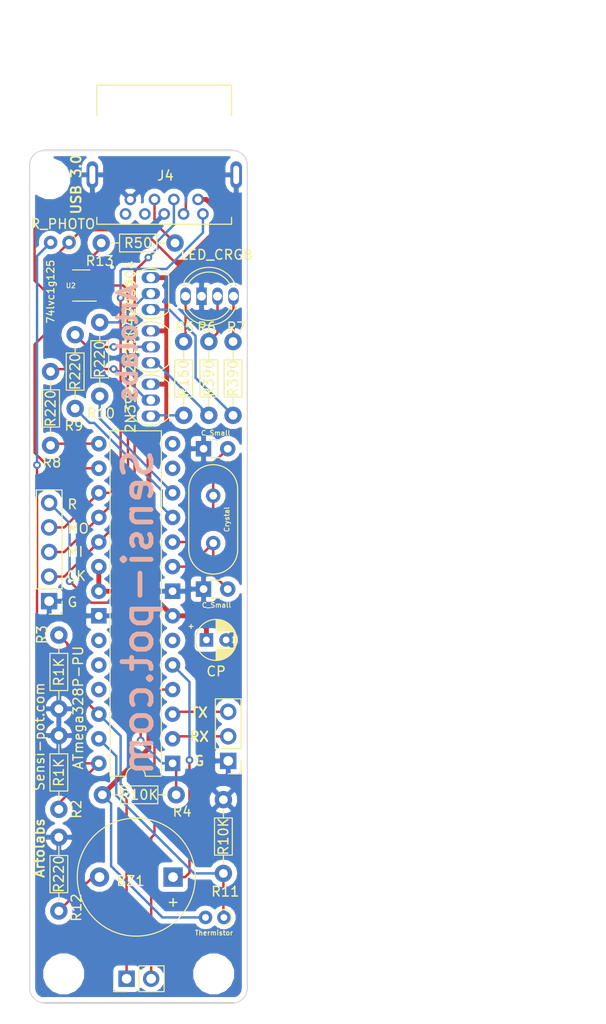
<source format=kicad_pcb>
(kicad_pcb (version 20171130) (host pcbnew 5.0.2-bee76a0~70~ubuntu16.04.1)

  (general
    (thickness 1.6)
    (drawings 23)
    (tracks 253)
    (zones 0)
    (modules 32)
    (nets 40)
  )

  (page A4)
  (layers
    (0 F.Cu signal)
    (31 B.Cu signal)
    (32 B.Adhes user)
    (33 F.Adhes user)
    (34 B.Paste user)
    (35 F.Paste user)
    (36 B.SilkS user hide)
    (37 F.SilkS user)
    (38 B.Mask user)
    (39 F.Mask user)
    (40 Dwgs.User user)
    (41 Cmts.User user)
    (42 Eco1.User user)
    (43 Eco2.User user)
    (44 Edge.Cuts user)
    (45 Margin user)
    (46 B.CrtYd user)
    (47 F.CrtYd user)
    (48 B.Fab user hide)
    (49 F.Fab user)
  )

  (setup
    (last_trace_width 0.25)
    (user_trace_width 0.5)
    (trace_clearance 0.2)
    (zone_clearance 0.508)
    (zone_45_only no)
    (trace_min 0.2)
    (segment_width 0.2)
    (edge_width 0.1)
    (via_size 0.8)
    (via_drill 0.4)
    (via_min_size 0.4)
    (via_min_drill 0.3)
    (uvia_size 0.3)
    (uvia_drill 0.1)
    (uvias_allowed no)
    (uvia_min_size 0.2)
    (uvia_min_drill 0.1)
    (pcb_text_width 0.3)
    (pcb_text_size 1.5 1.5)
    (mod_edge_width 0.15)
    (mod_text_size 1 1)
    (mod_text_width 0.15)
    (pad_size 1.56 0.65)
    (pad_drill 0)
    (pad_to_mask_clearance 0.08)
    (solder_mask_min_width 0.25)
    (aux_axis_origin 0 0)
    (visible_elements 7FFFFFFF)
    (pcbplotparams
      (layerselection 0x010fc_ffffffff)
      (usegerberextensions false)
      (usegerberattributes false)
      (usegerberadvancedattributes false)
      (creategerberjobfile true)
      (excludeedgelayer true)
      (linewidth 0.100000)
      (plotframeref false)
      (viasonmask false)
      (mode 1)
      (useauxorigin false)
      (hpglpennumber 1)
      (hpglpenspeed 20)
      (hpglpendiameter 15.000000)
      (psnegative false)
      (psa4output false)
      (plotreference false)
      (plotvalue true)
      (plotinvisibletext false)
      (padsonsilk false)
      (subtractmaskfromsilk false)
      (outputformat 1)
      (mirror false)
      (drillshape 0)
      (scaleselection 1)
      (outputdirectory "/home/sensi/Desktop/Sensi-Pot Prototypes/soil_sensor_kicad_tht/gerber/"))
  )

  (net 0 "")
  (net 1 Red)
  (net 2 "Net-(Q1-Pad2)")
  (net 3 Thermistor)
  (net 4 GND)
  (net 5 Blue)
  (net 6 "Net-(Q3-Pad2)")
  (net 7 "Net-(D1-Pad4)")
  (net 8 "Net-(Q3-Pad1)")
  (net 9 "Net-(Q2-Pad1)")
  (net 10 "Net-(D1-Pad3)")
  (net 11 "Net-(D1-Pad2)")
  (net 12 "Net-(Q1-Pad1)")
  (net 13 LDR)
  (net 14 SoilSensorIn)
  (net 15 Green)
  (net 16 "Net-(Q2-Pad2)")
  (net 17 +5V)
  (net 18 SoilSensorOut)
  (net 19 "Net-(U1-Pad6)")
  (net 20 "Net-(C2-Pad2)")
  (net 21 "Net-(C3-Pad1)")
  (net 22 "Net-(U1-Pad24)")
  (net 23 "Net-(U1-Pad25)")
  (net 24 "Net-(U1-Pad13)")
  (net 25 "Net-(U1-Pad14)")
  (net 26 Reset)
  (net 27 RX)
  (net 28 TX)
  (net 29 SS)
  (net 30 MOSI)
  (net 31 MISO)
  (net 32 SCK)
  (net 33 "Net-(U1-Pad23)")
  (net 34 "Net-(BZ1-Pad2)")
  (net 35 Buzzer)
  (net 36 "Net-(J4-Pad3)")
  (net 37 "Net-(R13-Pad2)")
  (net 38 "Net-(J4-Pad5)")
  (net 39 "Net-(J4-Pad6)")

  (net_class Default "This is the default net class."
    (clearance 0.2)
    (trace_width 0.25)
    (via_dia 0.8)
    (via_drill 0.4)
    (uvia_dia 0.3)
    (uvia_drill 0.1)
    (add_net +5V)
    (add_net Blue)
    (add_net Buzzer)
    (add_net GND)
    (add_net Green)
    (add_net LDR)
    (add_net MISO)
    (add_net MOSI)
    (add_net "Net-(BZ1-Pad2)")
    (add_net "Net-(C2-Pad2)")
    (add_net "Net-(C3-Pad1)")
    (add_net "Net-(D1-Pad2)")
    (add_net "Net-(D1-Pad3)")
    (add_net "Net-(D1-Pad4)")
    (add_net "Net-(J4-Pad3)")
    (add_net "Net-(J4-Pad5)")
    (add_net "Net-(J4-Pad6)")
    (add_net "Net-(Q1-Pad1)")
    (add_net "Net-(Q1-Pad2)")
    (add_net "Net-(Q2-Pad1)")
    (add_net "Net-(Q2-Pad2)")
    (add_net "Net-(Q3-Pad1)")
    (add_net "Net-(Q3-Pad2)")
    (add_net "Net-(R13-Pad2)")
    (add_net "Net-(U1-Pad13)")
    (add_net "Net-(U1-Pad14)")
    (add_net "Net-(U1-Pad23)")
    (add_net "Net-(U1-Pad24)")
    (add_net "Net-(U1-Pad25)")
    (add_net "Net-(U1-Pad6)")
    (add_net RX)
    (add_net Red)
    (add_net Reset)
    (add_net SCK)
    (add_net SS)
    (add_net SoilSensorIn)
    (add_net SoilSensorOut)
    (add_net TX)
    (add_net Thermistor)
  )

  (module MountingHole:MountingHole_3.2mm_M3 (layer F.Cu) (tedit 5CF548FF) (tstamp 5D6F5582)
    (at 80.5688 61.3664)
    (descr "Mounting Hole 3.2mm, no annular, M3")
    (tags "mounting hole 3.2mm no annular m3")
    (path /5CF5744A)
    (attr virtual)
    (fp_text reference H3 (at 0 -4.2) (layer F.Fab)
      (effects (font (size 1 1) (thickness 0.15)))
    )
    (fp_text value MountingHole (at 0 4.2) (layer F.Fab)
      (effects (font (size 1 1) (thickness 0.15)))
    )
    (fp_text user %R (at 0.3 0) (layer F.Fab)
      (effects (font (size 1 1) (thickness 0.15)))
    )
    (fp_circle (center 0 0) (end 3.2 0) (layer Cmts.User) (width 0.15))
    (fp_circle (center 0 0) (end 3.45 0) (layer F.CrtYd) (width 0.05))
    (pad 1 np_thru_hole circle (at 0 0) (size 3.2 3.2) (drill 3.2) (layers *.Cu *.Mask))
  )

  (module Soil_Sensor:R_Axial_DIN0204_L3.6mm_D1.6mm_P7.62mm_Horizontal_bigger_pads_3 (layer F.Cu) (tedit 5CF46746) (tstamp 5D62EC0C)
    (at 99.5 85.8 90)
    (descr "Resistor, Axial_DIN0204 series, Axial, Horizontal, pin pitch=7.62mm, 0.167W, length*diameter=3.6*1.6mm^2, http://cdn-reichelt.de/documents/datenblatt/B400/1_4W%23YAG.pdf")
    (tags "Resistor Axial_DIN0204 series Axial Horizontal pin pitch 7.62mm 0.167W length 3.6mm diameter 1.6mm")
    (path /5C3A2105)
    (fp_text reference R7 (at 9.092 0.322 180) (layer F.SilkS)
      (effects (font (size 1 1) (thickness 0.15)))
    )
    (fp_text value R390 (at 3.81 0 90) (layer F.SilkS)
      (effects (font (size 1 1) (thickness 0.15)))
    )
    (fp_text user %R (at 3.81 0 90) (layer F.Fab)
      (effects (font (size 0.72 0.72) (thickness 0.108)))
    )
    (fp_line (start 8.57 -1.05) (end -0.95 -1.05) (layer F.CrtYd) (width 0.05))
    (fp_line (start 8.57 1.05) (end 8.57 -1.05) (layer F.CrtYd) (width 0.05))
    (fp_line (start -0.95 1.05) (end 8.57 1.05) (layer F.CrtYd) (width 0.05))
    (fp_line (start -0.95 -1.05) (end -0.95 1.05) (layer F.CrtYd) (width 0.05))
    (fp_line (start 6.68 0) (end 5.73 0) (layer F.SilkS) (width 0.12))
    (fp_line (start 0.94 0) (end 1.89 0) (layer F.SilkS) (width 0.12))
    (fp_line (start 5.73 -0.92) (end 1.89 -0.92) (layer F.SilkS) (width 0.12))
    (fp_line (start 5.73 0.92) (end 5.73 -0.92) (layer F.SilkS) (width 0.12))
    (fp_line (start 1.89 0.92) (end 5.73 0.92) (layer F.SilkS) (width 0.12))
    (fp_line (start 1.89 -0.92) (end 1.89 0.92) (layer F.SilkS) (width 0.12))
    (fp_line (start 7.62 0) (end 5.61 0) (layer F.Fab) (width 0.1))
    (fp_line (start 0 0) (end 2.01 0) (layer F.Fab) (width 0.1))
    (fp_line (start 5.61 -0.8) (end 2.01 -0.8) (layer F.Fab) (width 0.1))
    (fp_line (start 5.61 0.8) (end 5.61 -0.8) (layer F.Fab) (width 0.1))
    (fp_line (start 2.01 0.8) (end 5.61 0.8) (layer F.Fab) (width 0.1))
    (fp_line (start 2.01 -0.8) (end 2.01 0.8) (layer F.Fab) (width 0.1))
    (pad 2 thru_hole oval (at 7.62 0 90) (size 1.8 1.8) (drill 0.9) (layers *.Cu *.Mask)
      (net 7 "Net-(D1-Pad4)"))
    (pad 1 thru_hole circle (at 0 0 90) (size 1.8 1.8) (drill 0.9) (layers *.Cu *.Mask)
      (net 8 "Net-(Q3-Pad1)"))
    (model ${KISYS3DMOD}/Resistor_THT.3dshapes/R_Axial_DIN0204_L3.6mm_D1.6mm_P7.62mm_Horizontal.wrl
      (at (xyz 0 0 0))
      (scale (xyz 1 1 1))
      (rotate (xyz 0 0 0))
    )
  )

  (module Soil_Sensor:R_Axial_DIN0204_L3.6mm_D1.6mm_P7.62mm_Horizontal_bigger_pads_3 (layer F.Cu) (tedit 5CF46746) (tstamp 5D62EBF6)
    (at 97 85.8 90)
    (descr "Resistor, Axial_DIN0204 series, Axial, Horizontal, pin pitch=7.62mm, 0.167W, length*diameter=3.6*1.6mm^2, http://cdn-reichelt.de/documents/datenblatt/B400/1_4W%23YAG.pdf")
    (tags "Resistor Axial_DIN0204 series Axial Horizontal pin pitch 7.62mm 0.167W length 3.6mm diameter 1.6mm")
    (path /5C3A2084)
    (fp_text reference R6 (at 9.092 -0.226 180) (layer F.SilkS)
      (effects (font (size 1 1) (thickness 0.15)))
    )
    (fp_text value R390 (at 3.81 0 90) (layer F.SilkS)
      (effects (font (size 1 1) (thickness 0.15)))
    )
    (fp_line (start 2.01 -0.8) (end 2.01 0.8) (layer F.Fab) (width 0.1))
    (fp_line (start 2.01 0.8) (end 5.61 0.8) (layer F.Fab) (width 0.1))
    (fp_line (start 5.61 0.8) (end 5.61 -0.8) (layer F.Fab) (width 0.1))
    (fp_line (start 5.61 -0.8) (end 2.01 -0.8) (layer F.Fab) (width 0.1))
    (fp_line (start 0 0) (end 2.01 0) (layer F.Fab) (width 0.1))
    (fp_line (start 7.62 0) (end 5.61 0) (layer F.Fab) (width 0.1))
    (fp_line (start 1.89 -0.92) (end 1.89 0.92) (layer F.SilkS) (width 0.12))
    (fp_line (start 1.89 0.92) (end 5.73 0.92) (layer F.SilkS) (width 0.12))
    (fp_line (start 5.73 0.92) (end 5.73 -0.92) (layer F.SilkS) (width 0.12))
    (fp_line (start 5.73 -0.92) (end 1.89 -0.92) (layer F.SilkS) (width 0.12))
    (fp_line (start 0.94 0) (end 1.89 0) (layer F.SilkS) (width 0.12))
    (fp_line (start 6.68 0) (end 5.73 0) (layer F.SilkS) (width 0.12))
    (fp_line (start -0.95 -1.05) (end -0.95 1.05) (layer F.CrtYd) (width 0.05))
    (fp_line (start -0.95 1.05) (end 8.57 1.05) (layer F.CrtYd) (width 0.05))
    (fp_line (start 8.57 1.05) (end 8.57 -1.05) (layer F.CrtYd) (width 0.05))
    (fp_line (start 8.57 -1.05) (end -0.95 -1.05) (layer F.CrtYd) (width 0.05))
    (fp_text user %R (at 3.81 0 90) (layer F.Fab)
      (effects (font (size 0.72 0.72) (thickness 0.108)))
    )
    (pad 1 thru_hole circle (at 0 0 90) (size 1.8 1.8) (drill 0.9) (layers *.Cu *.Mask)
      (net 9 "Net-(Q2-Pad1)"))
    (pad 2 thru_hole oval (at 7.62 0 90) (size 1.8 1.8) (drill 0.9) (layers *.Cu *.Mask)
      (net 10 "Net-(D1-Pad3)"))
    (model ${KISYS3DMOD}/Resistor_THT.3dshapes/R_Axial_DIN0204_L3.6mm_D1.6mm_P7.62mm_Horizontal.wrl
      (at (xyz 0 0 0))
      (scale (xyz 1 1 1))
      (rotate (xyz 0 0 0))
    )
  )

  (module Soil_Sensor:R_Axial_DIN0204_L3.6mm_D1.6mm_P7.62mm_Horizontal_bigger_pads_3 (layer F.Cu) (tedit 5CF46746) (tstamp 5D62EBE0)
    (at 86 125)
    (descr "Resistor, Axial_DIN0204 series, Axial, Horizontal, pin pitch=7.62mm, 0.167W, length*diameter=3.6*1.6mm^2, http://cdn-reichelt.de/documents/datenblatt/B400/1_4W%23YAG.pdf")
    (tags "Resistor Axial_DIN0204 series Axial Horizontal pin pitch 7.62mm 0.167W length 3.6mm diameter 1.6mm")
    (path /5C5CDD88)
    (fp_text reference R4 (at 8.234 1.746) (layer F.SilkS)
      (effects (font (size 1 1) (thickness 0.15)))
    )
    (fp_text value R10K (at 3.81 0) (layer F.SilkS)
      (effects (font (size 1 1) (thickness 0.15)))
    )
    (fp_text user %R (at 3.81 0) (layer F.Fab)
      (effects (font (size 0.72 0.72) (thickness 0.108)))
    )
    (fp_line (start 8.57 -1.05) (end -0.95 -1.05) (layer F.CrtYd) (width 0.05))
    (fp_line (start 8.57 1.05) (end 8.57 -1.05) (layer F.CrtYd) (width 0.05))
    (fp_line (start -0.95 1.05) (end 8.57 1.05) (layer F.CrtYd) (width 0.05))
    (fp_line (start -0.95 -1.05) (end -0.95 1.05) (layer F.CrtYd) (width 0.05))
    (fp_line (start 6.68 0) (end 5.73 0) (layer F.SilkS) (width 0.12))
    (fp_line (start 0.94 0) (end 1.89 0) (layer F.SilkS) (width 0.12))
    (fp_line (start 5.73 -0.92) (end 1.89 -0.92) (layer F.SilkS) (width 0.12))
    (fp_line (start 5.73 0.92) (end 5.73 -0.92) (layer F.SilkS) (width 0.12))
    (fp_line (start 1.89 0.92) (end 5.73 0.92) (layer F.SilkS) (width 0.12))
    (fp_line (start 1.89 -0.92) (end 1.89 0.92) (layer F.SilkS) (width 0.12))
    (fp_line (start 7.62 0) (end 5.61 0) (layer F.Fab) (width 0.1))
    (fp_line (start 0 0) (end 2.01 0) (layer F.Fab) (width 0.1))
    (fp_line (start 5.61 -0.8) (end 2.01 -0.8) (layer F.Fab) (width 0.1))
    (fp_line (start 5.61 0.8) (end 5.61 -0.8) (layer F.Fab) (width 0.1))
    (fp_line (start 2.01 0.8) (end 5.61 0.8) (layer F.Fab) (width 0.1))
    (fp_line (start 2.01 -0.8) (end 2.01 0.8) (layer F.Fab) (width 0.1))
    (pad 2 thru_hole oval (at 7.62 0) (size 1.8 1.8) (drill 0.9) (layers *.Cu *.Mask)
      (net 26 Reset))
    (pad 1 thru_hole circle (at 0 0) (size 1.8 1.8) (drill 0.9) (layers *.Cu *.Mask)
      (net 17 +5V))
    (model ${KISYS3DMOD}/Resistor_THT.3dshapes/R_Axial_DIN0204_L3.6mm_D1.6mm_P7.62mm_Horizontal.wrl
      (at (xyz 0 0 0))
      (scale (xyz 1 1 1))
      (rotate (xyz 0 0 0))
    )
  )

  (module Soil_Sensor:R_Axial_DIN0204_L3.6mm_D1.6mm_P7.62mm_Horizontal_bigger_pads_3 (layer F.Cu) (tedit 5CF46746) (tstamp 5D62EBCA)
    (at 81.5 108.5 270)
    (descr "Resistor, Axial_DIN0204 series, Axial, Horizontal, pin pitch=7.62mm, 0.167W, length*diameter=3.6*1.6mm^2, http://cdn-reichelt.de/documents/datenblatt/B400/1_4W%23YAG.pdf")
    (tags "Resistor Axial_DIN0204 series Axial Horizontal pin pitch 7.62mm 0.167W length 3.6mm diameter 1.6mm")
    (path /5C3AE5F7)
    (fp_text reference R3 (at -0.042 1.744 270) (layer F.SilkS)
      (effects (font (size 1 1) (thickness 0.15)))
    )
    (fp_text value R1K (at 3.81 0 270) (layer F.SilkS)
      (effects (font (size 1 1) (thickness 0.15)))
    )
    (fp_line (start 2.01 -0.8) (end 2.01 0.8) (layer F.Fab) (width 0.1))
    (fp_line (start 2.01 0.8) (end 5.61 0.8) (layer F.Fab) (width 0.1))
    (fp_line (start 5.61 0.8) (end 5.61 -0.8) (layer F.Fab) (width 0.1))
    (fp_line (start 5.61 -0.8) (end 2.01 -0.8) (layer F.Fab) (width 0.1))
    (fp_line (start 0 0) (end 2.01 0) (layer F.Fab) (width 0.1))
    (fp_line (start 7.62 0) (end 5.61 0) (layer F.Fab) (width 0.1))
    (fp_line (start 1.89 -0.92) (end 1.89 0.92) (layer F.SilkS) (width 0.12))
    (fp_line (start 1.89 0.92) (end 5.73 0.92) (layer F.SilkS) (width 0.12))
    (fp_line (start 5.73 0.92) (end 5.73 -0.92) (layer F.SilkS) (width 0.12))
    (fp_line (start 5.73 -0.92) (end 1.89 -0.92) (layer F.SilkS) (width 0.12))
    (fp_line (start 0.94 0) (end 1.89 0) (layer F.SilkS) (width 0.12))
    (fp_line (start 6.68 0) (end 5.73 0) (layer F.SilkS) (width 0.12))
    (fp_line (start -0.95 -1.05) (end -0.95 1.05) (layer F.CrtYd) (width 0.05))
    (fp_line (start -0.95 1.05) (end 8.57 1.05) (layer F.CrtYd) (width 0.05))
    (fp_line (start 8.57 1.05) (end 8.57 -1.05) (layer F.CrtYd) (width 0.05))
    (fp_line (start 8.57 -1.05) (end -0.95 -1.05) (layer F.CrtYd) (width 0.05))
    (fp_text user %R (at 3.81 0 270) (layer F.Fab)
      (effects (font (size 0.72 0.72) (thickness 0.108)))
    )
    (pad 1 thru_hole circle (at 0 0 270) (size 1.8 1.8) (drill 0.9) (layers *.Cu *.Mask)
      (net 14 SoilSensorIn))
    (pad 2 thru_hole oval (at 7.62 0 270) (size 1.8 1.8) (drill 0.9) (layers *.Cu *.Mask)
      (net 4 GND))
    (model ${KISYS3DMOD}/Resistor_THT.3dshapes/R_Axial_DIN0204_L3.6mm_D1.6mm_P7.62mm_Horizontal.wrl
      (at (xyz 0 0 0))
      (scale (xyz 1 1 1))
      (rotate (xyz 0 0 0))
    )
  )

  (module Soil_Sensor:R_Axial_DIN0204_L3.6mm_D1.6mm_P7.62mm_Horizontal_bigger_pads_3 (layer F.Cu) (tedit 5CF46746) (tstamp 5D62EBB4)
    (at 81.5 126.5 90)
    (descr "Resistor, Axial_DIN0204 series, Axial, Horizontal, pin pitch=7.62mm, 0.167W, length*diameter=3.6*1.6mm^2, http://cdn-reichelt.de/documents/datenblatt/B400/1_4W%23YAG.pdf")
    (tags "Resistor Axial_DIN0204 series Axial Horizontal pin pitch 7.62mm 0.167W length 3.6mm diameter 1.6mm")
    (path /5C3A6C48)
    (fp_text reference R2 (at 0.008 1.812 90) (layer F.SilkS)
      (effects (font (size 1 1) (thickness 0.15)))
    )
    (fp_text value R1K (at 3.81 0 90) (layer F.SilkS)
      (effects (font (size 1 1) (thickness 0.15)))
    )
    (fp_text user %R (at 3.81 0 90) (layer F.Fab)
      (effects (font (size 0.72 0.72) (thickness 0.108)))
    )
    (fp_line (start 8.57 -1.05) (end -0.95 -1.05) (layer F.CrtYd) (width 0.05))
    (fp_line (start 8.57 1.05) (end 8.57 -1.05) (layer F.CrtYd) (width 0.05))
    (fp_line (start -0.95 1.05) (end 8.57 1.05) (layer F.CrtYd) (width 0.05))
    (fp_line (start -0.95 -1.05) (end -0.95 1.05) (layer F.CrtYd) (width 0.05))
    (fp_line (start 6.68 0) (end 5.73 0) (layer F.SilkS) (width 0.12))
    (fp_line (start 0.94 0) (end 1.89 0) (layer F.SilkS) (width 0.12))
    (fp_line (start 5.73 -0.92) (end 1.89 -0.92) (layer F.SilkS) (width 0.12))
    (fp_line (start 5.73 0.92) (end 5.73 -0.92) (layer F.SilkS) (width 0.12))
    (fp_line (start 1.89 0.92) (end 5.73 0.92) (layer F.SilkS) (width 0.12))
    (fp_line (start 1.89 -0.92) (end 1.89 0.92) (layer F.SilkS) (width 0.12))
    (fp_line (start 7.62 0) (end 5.61 0) (layer F.Fab) (width 0.1))
    (fp_line (start 0 0) (end 2.01 0) (layer F.Fab) (width 0.1))
    (fp_line (start 5.61 -0.8) (end 2.01 -0.8) (layer F.Fab) (width 0.1))
    (fp_line (start 5.61 0.8) (end 5.61 -0.8) (layer F.Fab) (width 0.1))
    (fp_line (start 2.01 0.8) (end 5.61 0.8) (layer F.Fab) (width 0.1))
    (fp_line (start 2.01 -0.8) (end 2.01 0.8) (layer F.Fab) (width 0.1))
    (pad 2 thru_hole oval (at 7.62 0 90) (size 1.8 1.8) (drill 0.9) (layers *.Cu *.Mask)
      (net 4 GND))
    (pad 1 thru_hole circle (at 0 0 90) (size 1.8 1.8) (drill 0.9) (layers *.Cu *.Mask)
      (net 13 LDR))
    (model ${KISYS3DMOD}/Resistor_THT.3dshapes/R_Axial_DIN0204_L3.6mm_D1.6mm_P7.62mm_Horizontal.wrl
      (at (xyz 0 0 0))
      (scale (xyz 1 1 1))
      (rotate (xyz 0 0 0))
    )
  )

  (module Soil_Sensor:R_Axial_DIN0204_L3.6mm_D1.6mm_P7.62mm_Horizontal_bigger_pads_3 (layer F.Cu) (tedit 5CF46746) (tstamp 5D62EB9E)
    (at 94.4 85.8 90)
    (descr "Resistor, Axial_DIN0204 series, Axial, Horizontal, pin pitch=7.62mm, 0.167W, length*diameter=3.6*1.6mm^2, http://cdn-reichelt.de/documents/datenblatt/B400/1_4W%23YAG.pdf")
    (tags "Resistor Axial_DIN0204 series Axial Horizontal pin pitch 7.62mm 0.167W length 3.6mm diameter 1.6mm")
    (path /5C3A1F82)
    (fp_text reference R5 (at 9.092 0.088 180) (layer F.SilkS)
      (effects (font (size 1 1) (thickness 0.15)))
    )
    (fp_text value R150 (at 3.81 0 90) (layer F.SilkS)
      (effects (font (size 1 1) (thickness 0.15)))
    )
    (fp_line (start 2.01 -0.8) (end 2.01 0.8) (layer F.Fab) (width 0.1))
    (fp_line (start 2.01 0.8) (end 5.61 0.8) (layer F.Fab) (width 0.1))
    (fp_line (start 5.61 0.8) (end 5.61 -0.8) (layer F.Fab) (width 0.1))
    (fp_line (start 5.61 -0.8) (end 2.01 -0.8) (layer F.Fab) (width 0.1))
    (fp_line (start 0 0) (end 2.01 0) (layer F.Fab) (width 0.1))
    (fp_line (start 7.62 0) (end 5.61 0) (layer F.Fab) (width 0.1))
    (fp_line (start 1.89 -0.92) (end 1.89 0.92) (layer F.SilkS) (width 0.12))
    (fp_line (start 1.89 0.92) (end 5.73 0.92) (layer F.SilkS) (width 0.12))
    (fp_line (start 5.73 0.92) (end 5.73 -0.92) (layer F.SilkS) (width 0.12))
    (fp_line (start 5.73 -0.92) (end 1.89 -0.92) (layer F.SilkS) (width 0.12))
    (fp_line (start 0.94 0) (end 1.89 0) (layer F.SilkS) (width 0.12))
    (fp_line (start 6.68 0) (end 5.73 0) (layer F.SilkS) (width 0.12))
    (fp_line (start -0.95 -1.05) (end -0.95 1.05) (layer F.CrtYd) (width 0.05))
    (fp_line (start -0.95 1.05) (end 8.57 1.05) (layer F.CrtYd) (width 0.05))
    (fp_line (start 8.57 1.05) (end 8.57 -1.05) (layer F.CrtYd) (width 0.05))
    (fp_line (start 8.57 -1.05) (end -0.95 -1.05) (layer F.CrtYd) (width 0.05))
    (fp_text user %R (at 3.81 0 90) (layer F.Fab)
      (effects (font (size 0.72 0.72) (thickness 0.108)))
    )
    (pad 1 thru_hole circle (at 0 0 90) (size 1.8 1.8) (drill 0.9) (layers *.Cu *.Mask)
      (net 12 "Net-(Q1-Pad1)"))
    (pad 2 thru_hole oval (at 7.62 0 90) (size 1.8 1.8) (drill 0.9) (layers *.Cu *.Mask)
      (net 11 "Net-(D1-Pad2)"))
    (model ${KISYS3DMOD}/Resistor_THT.3dshapes/R_Axial_DIN0204_L3.6mm_D1.6mm_P7.62mm_Horizontal.wrl
      (at (xyz 0 0 0))
      (scale (xyz 1 1 1))
      (rotate (xyz 0 0 0))
    )
  )

  (module Soil_Sensor:R_Axial_DIN0204_L3.6mm_D1.6mm_P7.62mm_Horizontal_bigger_pads_3 (layer F.Cu) (tedit 5CF46746) (tstamp 5D62EB88)
    (at 80.645 88.9 90)
    (descr "Resistor, Axial_DIN0204 series, Axial, Horizontal, pin pitch=7.62mm, 0.167W, length*diameter=3.6*1.6mm^2, http://cdn-reichelt.de/documents/datenblatt/B400/1_4W%23YAG.pdf")
    (tags "Resistor Axial_DIN0204 series Axial Horizontal pin pitch 7.62mm 0.167W length 3.6mm diameter 1.6mm")
    (path /5C3A2190)
    (fp_text reference R8 (at -1.778 0.127 180) (layer F.SilkS)
      (effects (font (size 1 1) (thickness 0.15)))
    )
    (fp_text value R220 (at 3.81 0 90) (layer F.SilkS)
      (effects (font (size 1 1) (thickness 0.15)))
    )
    (fp_text user %R (at 3.81 0 90) (layer F.Fab)
      (effects (font (size 0.72 0.72) (thickness 0.108)))
    )
    (fp_line (start 8.57 -1.05) (end -0.95 -1.05) (layer F.CrtYd) (width 0.05))
    (fp_line (start 8.57 1.05) (end 8.57 -1.05) (layer F.CrtYd) (width 0.05))
    (fp_line (start -0.95 1.05) (end 8.57 1.05) (layer F.CrtYd) (width 0.05))
    (fp_line (start -0.95 -1.05) (end -0.95 1.05) (layer F.CrtYd) (width 0.05))
    (fp_line (start 6.68 0) (end 5.73 0) (layer F.SilkS) (width 0.12))
    (fp_line (start 0.94 0) (end 1.89 0) (layer F.SilkS) (width 0.12))
    (fp_line (start 5.73 -0.92) (end 1.89 -0.92) (layer F.SilkS) (width 0.12))
    (fp_line (start 5.73 0.92) (end 5.73 -0.92) (layer F.SilkS) (width 0.12))
    (fp_line (start 1.89 0.92) (end 5.73 0.92) (layer F.SilkS) (width 0.12))
    (fp_line (start 1.89 -0.92) (end 1.89 0.92) (layer F.SilkS) (width 0.12))
    (fp_line (start 7.62 0) (end 5.61 0) (layer F.Fab) (width 0.1))
    (fp_line (start 0 0) (end 2.01 0) (layer F.Fab) (width 0.1))
    (fp_line (start 5.61 -0.8) (end 2.01 -0.8) (layer F.Fab) (width 0.1))
    (fp_line (start 5.61 0.8) (end 5.61 -0.8) (layer F.Fab) (width 0.1))
    (fp_line (start 2.01 0.8) (end 5.61 0.8) (layer F.Fab) (width 0.1))
    (fp_line (start 2.01 -0.8) (end 2.01 0.8) (layer F.Fab) (width 0.1))
    (pad 2 thru_hole oval (at 7.62 0 90) (size 1.8 1.8) (drill 0.9) (layers *.Cu *.Mask)
      (net 2 "Net-(Q1-Pad2)"))
    (pad 1 thru_hole circle (at 0 0 90) (size 1.8 1.8) (drill 0.9) (layers *.Cu *.Mask)
      (net 1 Red))
    (model ${KISYS3DMOD}/Resistor_THT.3dshapes/R_Axial_DIN0204_L3.6mm_D1.6mm_P7.62mm_Horizontal.wrl
      (at (xyz 0 0 0))
      (scale (xyz 1 1 1))
      (rotate (xyz 0 0 0))
    )
  )

  (module Soil_Sensor:R_Axial_DIN0204_L3.6mm_D1.6mm_P7.62mm_Horizontal_bigger_pads_3 (layer F.Cu) (tedit 5CF46746) (tstamp 5D62EB72)
    (at 83.185 85.09 90)
    (descr "Resistor, Axial_DIN0204 series, Axial, Horizontal, pin pitch=7.62mm, 0.167W, length*diameter=3.6*1.6mm^2, http://cdn-reichelt.de/documents/datenblatt/B400/1_4W%23YAG.pdf")
    (tags "Resistor Axial_DIN0204 series Axial Horizontal pin pitch 7.62mm 0.167W length 3.6mm diameter 1.6mm")
    (path /5C3A21F4)
    (fp_text reference R9 (at -1.778 -0.127 180) (layer F.SilkS)
      (effects (font (size 1 1) (thickness 0.15)))
    )
    (fp_text value R220 (at 3.81 0 90) (layer F.SilkS)
      (effects (font (size 1 1) (thickness 0.15)))
    )
    (fp_line (start 2.01 -0.8) (end 2.01 0.8) (layer F.Fab) (width 0.1))
    (fp_line (start 2.01 0.8) (end 5.61 0.8) (layer F.Fab) (width 0.1))
    (fp_line (start 5.61 0.8) (end 5.61 -0.8) (layer F.Fab) (width 0.1))
    (fp_line (start 5.61 -0.8) (end 2.01 -0.8) (layer F.Fab) (width 0.1))
    (fp_line (start 0 0) (end 2.01 0) (layer F.Fab) (width 0.1))
    (fp_line (start 7.62 0) (end 5.61 0) (layer F.Fab) (width 0.1))
    (fp_line (start 1.89 -0.92) (end 1.89 0.92) (layer F.SilkS) (width 0.12))
    (fp_line (start 1.89 0.92) (end 5.73 0.92) (layer F.SilkS) (width 0.12))
    (fp_line (start 5.73 0.92) (end 5.73 -0.92) (layer F.SilkS) (width 0.12))
    (fp_line (start 5.73 -0.92) (end 1.89 -0.92) (layer F.SilkS) (width 0.12))
    (fp_line (start 0.94 0) (end 1.89 0) (layer F.SilkS) (width 0.12))
    (fp_line (start 6.68 0) (end 5.73 0) (layer F.SilkS) (width 0.12))
    (fp_line (start -0.95 -1.05) (end -0.95 1.05) (layer F.CrtYd) (width 0.05))
    (fp_line (start -0.95 1.05) (end 8.57 1.05) (layer F.CrtYd) (width 0.05))
    (fp_line (start 8.57 1.05) (end 8.57 -1.05) (layer F.CrtYd) (width 0.05))
    (fp_line (start 8.57 -1.05) (end -0.95 -1.05) (layer F.CrtYd) (width 0.05))
    (fp_text user %R (at 3.81 0 90) (layer F.Fab)
      (effects (font (size 0.72 0.72) (thickness 0.108)))
    )
    (pad 1 thru_hole circle (at 0 0 90) (size 1.8 1.8) (drill 0.9) (layers *.Cu *.Mask)
      (net 15 Green))
    (pad 2 thru_hole oval (at 7.62 0 90) (size 1.8 1.8) (drill 0.9) (layers *.Cu *.Mask)
      (net 16 "Net-(Q2-Pad2)"))
    (model ${KISYS3DMOD}/Resistor_THT.3dshapes/R_Axial_DIN0204_L3.6mm_D1.6mm_P7.62mm_Horizontal.wrl
      (at (xyz 0 0 0))
      (scale (xyz 1 1 1))
      (rotate (xyz 0 0 0))
    )
  )

  (module Soil_Sensor:R_Axial_DIN0204_L3.6mm_D1.6mm_P7.62mm_Horizontal_bigger_pads_3 (layer F.Cu) (tedit 5CF46746) (tstamp 5D62EB5C)
    (at 85.725 83.82 90)
    (descr "Resistor, Axial_DIN0204 series, Axial, Horizontal, pin pitch=7.62mm, 0.167W, length*diameter=3.6*1.6mm^2, http://cdn-reichelt.de/documents/datenblatt/B400/1_4W%23YAG.pdf")
    (tags "Resistor Axial_DIN0204 series Axial Horizontal pin pitch 7.62mm 0.167W length 3.6mm diameter 1.6mm")
    (path /5C3A225F)
    (fp_text reference R10 (at -1.778 0.127 180) (layer F.SilkS)
      (effects (font (size 1 1) (thickness 0.15)))
    )
    (fp_text value R220 (at 3.81 0 90) (layer F.SilkS)
      (effects (font (size 1 1) (thickness 0.15)))
    )
    (fp_text user %R (at 3.81 0 90) (layer F.Fab)
      (effects (font (size 0.72 0.72) (thickness 0.108)))
    )
    (fp_line (start 8.57 -1.05) (end -0.95 -1.05) (layer F.CrtYd) (width 0.05))
    (fp_line (start 8.57 1.05) (end 8.57 -1.05) (layer F.CrtYd) (width 0.05))
    (fp_line (start -0.95 1.05) (end 8.57 1.05) (layer F.CrtYd) (width 0.05))
    (fp_line (start -0.95 -1.05) (end -0.95 1.05) (layer F.CrtYd) (width 0.05))
    (fp_line (start 6.68 0) (end 5.73 0) (layer F.SilkS) (width 0.12))
    (fp_line (start 0.94 0) (end 1.89 0) (layer F.SilkS) (width 0.12))
    (fp_line (start 5.73 -0.92) (end 1.89 -0.92) (layer F.SilkS) (width 0.12))
    (fp_line (start 5.73 0.92) (end 5.73 -0.92) (layer F.SilkS) (width 0.12))
    (fp_line (start 1.89 0.92) (end 5.73 0.92) (layer F.SilkS) (width 0.12))
    (fp_line (start 1.89 -0.92) (end 1.89 0.92) (layer F.SilkS) (width 0.12))
    (fp_line (start 7.62 0) (end 5.61 0) (layer F.Fab) (width 0.1))
    (fp_line (start 0 0) (end 2.01 0) (layer F.Fab) (width 0.1))
    (fp_line (start 5.61 -0.8) (end 2.01 -0.8) (layer F.Fab) (width 0.1))
    (fp_line (start 5.61 0.8) (end 5.61 -0.8) (layer F.Fab) (width 0.1))
    (fp_line (start 2.01 0.8) (end 5.61 0.8) (layer F.Fab) (width 0.1))
    (fp_line (start 2.01 -0.8) (end 2.01 0.8) (layer F.Fab) (width 0.1))
    (pad 2 thru_hole oval (at 7.62 0 90) (size 1.8 1.8) (drill 0.9) (layers *.Cu *.Mask)
      (net 6 "Net-(Q3-Pad2)"))
    (pad 1 thru_hole circle (at 0 0 90) (size 1.8 1.8) (drill 0.9) (layers *.Cu *.Mask)
      (net 5 Blue))
    (model ${KISYS3DMOD}/Resistor_THT.3dshapes/R_Axial_DIN0204_L3.6mm_D1.6mm_P7.62mm_Horizontal.wrl
      (at (xyz 0 0 0))
      (scale (xyz 1 1 1))
      (rotate (xyz 0 0 0))
    )
  )

  (module Soil_Sensor:R_Axial_DIN0204_L3.6mm_D1.6mm_P7.62mm_Horizontal_bigger_pads_3 (layer F.Cu) (tedit 5CF46746) (tstamp 5D62EB46)
    (at 98.5 125.5 270)
    (descr "Resistor, Axial_DIN0204 series, Axial, Horizontal, pin pitch=7.62mm, 0.167W, length*diameter=3.6*1.6mm^2, http://cdn-reichelt.de/documents/datenblatt/B400/1_4W%23YAG.pdf")
    (tags "Resistor Axial_DIN0204 series Axial Horizontal pin pitch 7.62mm 0.167W length 3.6mm diameter 1.6mm")
    (path /5C3B5351)
    (fp_text reference R11 (at 9.5 -0.2) (layer F.SilkS)
      (effects (font (size 1 1) (thickness 0.15)))
    )
    (fp_text value R10K (at 3.81 0 270) (layer F.SilkS)
      (effects (font (size 1 1) (thickness 0.15)))
    )
    (fp_line (start 2.01 -0.8) (end 2.01 0.8) (layer F.Fab) (width 0.1))
    (fp_line (start 2.01 0.8) (end 5.61 0.8) (layer F.Fab) (width 0.1))
    (fp_line (start 5.61 0.8) (end 5.61 -0.8) (layer F.Fab) (width 0.1))
    (fp_line (start 5.61 -0.8) (end 2.01 -0.8) (layer F.Fab) (width 0.1))
    (fp_line (start 0 0) (end 2.01 0) (layer F.Fab) (width 0.1))
    (fp_line (start 7.62 0) (end 5.61 0) (layer F.Fab) (width 0.1))
    (fp_line (start 1.89 -0.92) (end 1.89 0.92) (layer F.SilkS) (width 0.12))
    (fp_line (start 1.89 0.92) (end 5.73 0.92) (layer F.SilkS) (width 0.12))
    (fp_line (start 5.73 0.92) (end 5.73 -0.92) (layer F.SilkS) (width 0.12))
    (fp_line (start 5.73 -0.92) (end 1.89 -0.92) (layer F.SilkS) (width 0.12))
    (fp_line (start 0.94 0) (end 1.89 0) (layer F.SilkS) (width 0.12))
    (fp_line (start 6.68 0) (end 5.73 0) (layer F.SilkS) (width 0.12))
    (fp_line (start -0.95 -1.05) (end -0.95 1.05) (layer F.CrtYd) (width 0.05))
    (fp_line (start -0.95 1.05) (end 8.57 1.05) (layer F.CrtYd) (width 0.05))
    (fp_line (start 8.57 1.05) (end 8.57 -1.05) (layer F.CrtYd) (width 0.05))
    (fp_line (start 8.57 -1.05) (end -0.95 -1.05) (layer F.CrtYd) (width 0.05))
    (fp_text user %R (at 3.81 0 270) (layer F.Fab)
      (effects (font (size 0.72 0.72) (thickness 0.108)))
    )
    (pad 1 thru_hole circle (at 0 0 270) (size 1.8 1.8) (drill 0.9) (layers *.Cu *.Mask)
      (net 4 GND))
    (pad 2 thru_hole oval (at 7.62 0 270) (size 1.8 1.8) (drill 0.9) (layers *.Cu *.Mask)
      (net 3 Thermistor))
    (model ${KISYS3DMOD}/Resistor_THT.3dshapes/R_Axial_DIN0204_L3.6mm_D1.6mm_P7.62mm_Horizontal.wrl
      (at (xyz 0 0 0))
      (scale (xyz 1 1 1))
      (rotate (xyz 0 0 0))
    )
  )

  (module Soil_Sensor:R_Axial_DIN0204_L3.6mm_D1.6mm_P7.62mm_Horizontal_bigger_pads_3 (layer F.Cu) (tedit 5CF46746) (tstamp 5D62EB30)
    (at 81.5 137 90)
    (descr "Resistor, Axial_DIN0204 series, Axial, Horizontal, pin pitch=7.62mm, 0.167W, length*diameter=3.6*1.6mm^2, http://cdn-reichelt.de/documents/datenblatt/B400/1_4W%23YAG.pdf")
    (tags "Resistor Axial_DIN0204 series Axial Horizontal pin pitch 7.62mm 0.167W length 3.6mm diameter 1.6mm")
    (path /5C71B3A4)
    (fp_text reference R12 (at 0.348 1.812 90) (layer F.SilkS)
      (effects (font (size 1 1) (thickness 0.15)))
    )
    (fp_text value R220 (at 3.81 0 90) (layer F.SilkS)
      (effects (font (size 1 1) (thickness 0.15)))
    )
    (fp_text user %R (at 3.81 0 90) (layer F.Fab)
      (effects (font (size 0.72 0.72) (thickness 0.108)))
    )
    (fp_line (start 8.57 -1.05) (end -0.95 -1.05) (layer F.CrtYd) (width 0.05))
    (fp_line (start 8.57 1.05) (end 8.57 -1.05) (layer F.CrtYd) (width 0.05))
    (fp_line (start -0.95 1.05) (end 8.57 1.05) (layer F.CrtYd) (width 0.05))
    (fp_line (start -0.95 -1.05) (end -0.95 1.05) (layer F.CrtYd) (width 0.05))
    (fp_line (start 6.68 0) (end 5.73 0) (layer F.SilkS) (width 0.12))
    (fp_line (start 0.94 0) (end 1.89 0) (layer F.SilkS) (width 0.12))
    (fp_line (start 5.73 -0.92) (end 1.89 -0.92) (layer F.SilkS) (width 0.12))
    (fp_line (start 5.73 0.92) (end 5.73 -0.92) (layer F.SilkS) (width 0.12))
    (fp_line (start 1.89 0.92) (end 5.73 0.92) (layer F.SilkS) (width 0.12))
    (fp_line (start 1.89 -0.92) (end 1.89 0.92) (layer F.SilkS) (width 0.12))
    (fp_line (start 7.62 0) (end 5.61 0) (layer F.Fab) (width 0.1))
    (fp_line (start 0 0) (end 2.01 0) (layer F.Fab) (width 0.1))
    (fp_line (start 5.61 -0.8) (end 2.01 -0.8) (layer F.Fab) (width 0.1))
    (fp_line (start 5.61 0.8) (end 5.61 -0.8) (layer F.Fab) (width 0.1))
    (fp_line (start 2.01 0.8) (end 5.61 0.8) (layer F.Fab) (width 0.1))
    (fp_line (start 2.01 -0.8) (end 2.01 0.8) (layer F.Fab) (width 0.1))
    (pad 2 thru_hole oval (at 7.62 0 90) (size 1.8 1.8) (drill 0.9) (layers *.Cu *.Mask)
      (net 4 GND))
    (pad 1 thru_hole circle (at 0 0 90) (size 1.8 1.8) (drill 0.9) (layers *.Cu *.Mask)
      (net 34 "Net-(BZ1-Pad2)"))
    (model ${KISYS3DMOD}/Resistor_THT.3dshapes/R_Axial_DIN0204_L3.6mm_D1.6mm_P7.62mm_Horizontal.wrl
      (at (xyz 0 0 0))
      (scale (xyz 1 1 1))
      (rotate (xyz 0 0 0))
    )
  )

  (module Soil_Sensor:R_Axial_DIN0204_L3.6mm_D1.6mm_P7.62mm_Horizontal_bigger_pads_3 (layer F.Cu) (tedit 5CF4FF88) (tstamp 5D62EB1A)
    (at 93.5 68 180)
    (descr "Resistor, Axial_DIN0204 series, Axial, Horizontal, pin pitch=7.62mm, 0.167W, length*diameter=3.6*1.6mm^2, http://cdn-reichelt.de/documents/datenblatt/B400/1_4W%23YAG.pdf")
    (tags "Resistor Axial_DIN0204 series Axial Horizontal pin pitch 7.62mm 0.167W length 3.6mm diameter 1.6mm")
    (path /5CB0A537)
    (fp_text reference R13 (at 7.775 -1.85 180) (layer F.SilkS)
      (effects (font (size 1 1) (thickness 0.15)))
    )
    (fp_text value R50 (at 3.81 0 180) (layer F.SilkS)
      (effects (font (size 1 1) (thickness 0.15)))
    )
    (fp_line (start 2.01 -0.8) (end 2.01 0.8) (layer F.Fab) (width 0.1))
    (fp_line (start 2.01 0.8) (end 5.61 0.8) (layer F.Fab) (width 0.1))
    (fp_line (start 5.61 0.8) (end 5.61 -0.8) (layer F.Fab) (width 0.1))
    (fp_line (start 5.61 -0.8) (end 2.01 -0.8) (layer F.Fab) (width 0.1))
    (fp_line (start 0 0) (end 2.01 0) (layer F.Fab) (width 0.1))
    (fp_line (start 7.62 0) (end 5.61 0) (layer F.Fab) (width 0.1))
    (fp_line (start 1.89 -0.92) (end 1.89 0.92) (layer F.SilkS) (width 0.12))
    (fp_line (start 1.89 0.92) (end 5.73 0.92) (layer F.SilkS) (width 0.12))
    (fp_line (start 5.73 0.92) (end 5.73 -0.92) (layer F.SilkS) (width 0.12))
    (fp_line (start 5.73 -0.92) (end 1.89 -0.92) (layer F.SilkS) (width 0.12))
    (fp_line (start 0.94 0) (end 1.89 0) (layer F.SilkS) (width 0.12))
    (fp_line (start 6.68 0) (end 5.73 0) (layer F.SilkS) (width 0.12))
    (fp_line (start -0.95 -1.05) (end -0.95 1.05) (layer F.CrtYd) (width 0.05))
    (fp_line (start -0.95 1.05) (end 8.57 1.05) (layer F.CrtYd) (width 0.05))
    (fp_line (start 8.57 1.05) (end 8.57 -1.05) (layer F.CrtYd) (width 0.05))
    (fp_line (start 8.57 -1.05) (end -0.95 -1.05) (layer F.CrtYd) (width 0.05))
    (fp_text user %R (at 3.81 0 180) (layer F.Fab)
      (effects (font (size 0.72 0.72) (thickness 0.108)))
    )
    (pad 1 thru_hole circle (at 0 0 180) (size 1.8 1.8) (drill 0.9) (layers *.Cu *.Mask)
      (net 36 "Net-(J4-Pad3)"))
    (pad 2 thru_hole oval (at 7.62 0 180) (size 1.8 1.8) (drill 0.9) (layers *.Cu *.Mask)
      (net 37 "Net-(R13-Pad2)"))
    (model ${KISYS3DMOD}/Resistor_THT.3dshapes/R_Axial_DIN0204_L3.6mm_D1.6mm_P7.62mm_Horizontal.wrl
      (at (xyz 0 0 0))
      (scale (xyz 1 1 1))
      (rotate (xyz 0 0 0))
    )
  )

  (module Soil_Sensor:TO-92_Inline_bigger_pads (layer F.Cu) (tedit 5CF507E0) (tstamp 5D62EB09)
    (at 91 85.5 90)
    (descr "TO-92 leads in-line, narrow, oval pads, drill 0.75mm (see NXP sot054_po.pdf)")
    (tags "to-92 sc-43 sc-43a sot54 PA33 transistor")
    (path /5C5BAFBA)
    (fp_text reference Q1 (at 1 -3.6 90) (layer F.Fab)
      (effects (font (size 1 1) (thickness 0.15)))
    )
    (fp_text value 2N3904 (at 0.8 -2.1 90) (layer F.SilkS)
      (effects (font (size 1 1) (thickness 0.15)))
    )
    (fp_text user %R (at 1.27 -3.56 90) (layer F.Fab)
      (effects (font (size 1 1) (thickness 0.15)))
    )
    (fp_line (start -0.53 1.85) (end 3.07 1.85) (layer F.SilkS) (width 0.12))
    (fp_line (start -0.5 1.75) (end 3 1.75) (layer F.Fab) (width 0.1))
    (fp_line (start -1.46 -2.73) (end 4 -2.73) (layer F.CrtYd) (width 0.05))
    (fp_line (start -1.46 -2.73) (end -1.46 2.01) (layer F.CrtYd) (width 0.05))
    (fp_line (start 4 2.01) (end 4 -2.73) (layer F.CrtYd) (width 0.05))
    (fp_line (start 4 2.01) (end -1.46 2.01) (layer F.CrtYd) (width 0.05))
    (fp_arc (start 1.27 0) (end 1.27 -2.48) (angle 135) (layer F.Fab) (width 0.1))
    (fp_arc (start 1.27 0) (end 1.27 -2.6) (angle -135) (layer F.SilkS) (width 0.12))
    (fp_arc (start 1.27 0) (end 1.27 -2.48) (angle -135) (layer F.Fab) (width 0.1))
    (fp_arc (start 1.27 0) (end 1.27 -2.6) (angle 135) (layer F.SilkS) (width 0.12))
    (pad 2 thru_hole oval (at 1.27 0 90) (size 1.15 1.9) (drill 0.9) (layers *.Cu *.Mask)
      (net 2 "Net-(Q1-Pad2)"))
    (pad 3 thru_hole oval (at 2.921 0 90) (size 1.15 1.9) (drill 0.9) (layers *.Cu *.Mask)
      (net 17 +5V))
    (pad 1 thru_hole oval (at -0.381 0 90) (size 1.15 1.9) (drill 0.9) (layers *.Cu *.Mask)
      (net 12 "Net-(Q1-Pad1)"))
    (model ${KISYS3DMOD}/Package_TO_SOT_THT.3dshapes/TO-92_Inline.wrl
      (at (xyz 0 0 0))
      (scale (xyz 1 1 1))
      (rotate (xyz 0 0 0))
    )
  )

  (module Soil_Sensor:TO-92_Inline_bigger_pads (layer F.Cu) (tedit 5CF507F1) (tstamp 5D62EAF8)
    (at 91 80 90)
    (descr "TO-92 leads in-line, narrow, oval pads, drill 0.75mm (see NXP sot054_po.pdf)")
    (tags "to-92 sc-43 sc-43a sot54 PA33 transistor")
    (path /5C5BC2ED)
    (fp_text reference Q2 (at 1.27 -2 90) (layer F.Fab)
      (effects (font (size 1 1) (thickness 0.15)))
    )
    (fp_text value 2N3904 (at 1.4 -2.1 90) (layer F.SilkS)
      (effects (font (size 1 1) (thickness 0.15)))
    )
    (fp_arc (start 1.27 0) (end 1.27 -2.6) (angle 135) (layer F.SilkS) (width 0.12))
    (fp_arc (start 1.27 0) (end 1.27 -2.48) (angle -135) (layer F.Fab) (width 0.1))
    (fp_arc (start 1.27 0) (end 1.27 -2.6) (angle -135) (layer F.SilkS) (width 0.12))
    (fp_arc (start 1.27 0) (end 1.27 -2.48) (angle 135) (layer F.Fab) (width 0.1))
    (fp_line (start 4 2.01) (end -1.46 2.01) (layer F.CrtYd) (width 0.05))
    (fp_line (start 4 2.01) (end 4 -2.73) (layer F.CrtYd) (width 0.05))
    (fp_line (start -1.46 -2.73) (end -1.46 2.01) (layer F.CrtYd) (width 0.05))
    (fp_line (start -1.46 -2.73) (end 4 -2.73) (layer F.CrtYd) (width 0.05))
    (fp_line (start -0.5 1.75) (end 3 1.75) (layer F.Fab) (width 0.1))
    (fp_line (start -0.53 1.85) (end 3.07 1.85) (layer F.SilkS) (width 0.12))
    (fp_text user %R (at 1.27 -3.56 90) (layer F.Fab)
      (effects (font (size 1 1) (thickness 0.15)))
    )
    (pad 1 thru_hole oval (at -0.381 0 90) (size 1.15 1.9) (drill 0.9) (layers *.Cu *.Mask)
      (net 9 "Net-(Q2-Pad1)"))
    (pad 3 thru_hole oval (at 2.921 0 90) (size 1.15 1.9) (drill 0.9) (layers *.Cu *.Mask)
      (net 17 +5V))
    (pad 2 thru_hole oval (at 1.27 0 90) (size 1.15 1.9) (drill 0.9) (layers *.Cu *.Mask)
      (net 16 "Net-(Q2-Pad2)"))
    (model ${KISYS3DMOD}/Package_TO_SOT_THT.3dshapes/TO-92_Inline.wrl
      (at (xyz 0 0 0))
      (scale (xyz 1 1 1))
      (rotate (xyz 0 0 0))
    )
  )

  (module Soil_Sensor:TO-92_Inline_bigger_pads (layer F.Cu) (tedit 5CF50806) (tstamp 5D62EAE7)
    (at 91 74.5 90)
    (descr "TO-92 leads in-line, narrow, oval pads, drill 0.75mm (see NXP sot054_po.pdf)")
    (tags "to-92 sc-43 sc-43a sot54 PA33 transistor")
    (path /5C5BC352)
    (fp_text reference Q3 (at 1.27 -2 90) (layer F.Fab)
      (effects (font (size 1 1) (thickness 0.15)))
    )
    (fp_text value 2N3904 (at 1.8 -2.1 90) (layer F.SilkS)
      (effects (font (size 1 1) (thickness 0.15)))
    )
    (fp_text user %R (at 1.27 -3.56 90) (layer F.Fab)
      (effects (font (size 1 1) (thickness 0.15)))
    )
    (fp_line (start -0.53 1.85) (end 3.07 1.85) (layer F.SilkS) (width 0.12))
    (fp_line (start -0.5 1.75) (end 3 1.75) (layer F.Fab) (width 0.1))
    (fp_line (start -1.46 -2.73) (end 4 -2.73) (layer F.CrtYd) (width 0.05))
    (fp_line (start -1.46 -2.73) (end -1.46 2.01) (layer F.CrtYd) (width 0.05))
    (fp_line (start 4 2.01) (end 4 -2.73) (layer F.CrtYd) (width 0.05))
    (fp_line (start 4 2.01) (end -1.46 2.01) (layer F.CrtYd) (width 0.05))
    (fp_arc (start 1.27 0) (end 1.27 -2.48) (angle 135) (layer F.Fab) (width 0.1))
    (fp_arc (start 1.27 0) (end 1.27 -2.6) (angle -135) (layer F.SilkS) (width 0.12))
    (fp_arc (start 1.27 0) (end 1.27 -2.48) (angle -135) (layer F.Fab) (width 0.1))
    (fp_arc (start 1.27 0) (end 1.27 -2.6) (angle 135) (layer F.SilkS) (width 0.12))
    (pad 2 thru_hole oval (at 1.27 0 90) (size 1.15 1.9) (drill 0.9) (layers *.Cu *.Mask)
      (net 6 "Net-(Q3-Pad2)"))
    (pad 3 thru_hole oval (at 2.921 0 90) (size 1.15 1.9) (drill 0.9) (layers *.Cu *.Mask)
      (net 17 +5V))
    (pad 1 thru_hole oval (at -0.381 0 90) (size 1.15 1.9) (drill 0.9) (layers *.Cu *.Mask)
      (net 8 "Net-(Q3-Pad1)"))
    (model ${KISYS3DMOD}/Package_TO_SOT_THT.3dshapes/TO-92_Inline.wrl
      (at (xyz 0 0 0))
      (scale (xyz 1 1 1))
      (rotate (xyz 0 0 0))
    )
  )

  (module Soil_Sensor:CP_Radial_D4.0mm_P1.50mm_bigger_pads (layer F.Cu) (tedit 5CF54A33) (tstamp 5D4A596F)
    (at 97 109)
    (descr "CP, Radial series, Radial, pin pitch=1.50mm, , diameter=4mm, Electrolytic Capacitor")
    (tags "CP Radial series Radial pin pitch 1.50mm  diameter 4mm Electrolytic Capacitor")
    (path /5C3AB45D)
    (fp_text reference C1 (at 2.8 -1.9) (layer F.Fab)
      (effects (font (size 0.5 0.5) (thickness 0.1)))
    )
    (fp_text value CP (at 0.75 3.25) (layer F.SilkS)
      (effects (font (size 1 1) (thickness 0.15)))
    )
    (fp_circle (center 0.75 0) (end 2.75 0) (layer F.Fab) (width 0.1))
    (fp_circle (center 0.75 0) (end 2.87 0) (layer F.SilkS) (width 0.12))
    (fp_circle (center 0.75 0) (end 3 0) (layer F.CrtYd) (width 0.05))
    (fp_line (start 0.75 0.84) (end 0.75 2.08) (layer F.SilkS) (width 0.12))
    (fp_line (start 0.75 -2.08) (end 0.75 -0.84) (layer F.SilkS) (width 0.12))
    (fp_line (start 0.79 0.84) (end 0.79 2.08) (layer F.SilkS) (width 0.12))
    (fp_line (start 0.79 -2.08) (end 0.79 -0.84) (layer F.SilkS) (width 0.12))
    (fp_line (start 0.83 0.84) (end 0.83 2.079) (layer F.SilkS) (width 0.12))
    (fp_line (start 0.83 -2.079) (end 0.83 -0.84) (layer F.SilkS) (width 0.12))
    (fp_line (start 0.87 -2.077) (end 0.87 -0.84) (layer F.SilkS) (width 0.12))
    (fp_line (start 0.87 0.84) (end 0.87 2.077) (layer F.SilkS) (width 0.12))
    (fp_line (start 0.91 -2.074) (end 0.91 -0.84) (layer F.SilkS) (width 0.12))
    (fp_line (start 0.91 0.84) (end 0.91 2.074) (layer F.SilkS) (width 0.12))
    (fp_line (start 0.95 -2.071) (end 0.95 -0.84) (layer F.SilkS) (width 0.12))
    (fp_line (start 0.95 0.84) (end 0.95 2.071) (layer F.SilkS) (width 0.12))
    (fp_line (start 0.99 -2.067) (end 0.99 -0.84) (layer F.SilkS) (width 0.12))
    (fp_line (start 0.99 0.84) (end 0.99 2.067) (layer F.SilkS) (width 0.12))
    (fp_line (start 1.03 -2.062) (end 1.03 -0.84) (layer F.SilkS) (width 0.12))
    (fp_line (start 1.03 0.84) (end 1.03 2.062) (layer F.SilkS) (width 0.12))
    (fp_line (start 1.07 -2.056) (end 1.07 -0.84) (layer F.SilkS) (width 0.12))
    (fp_line (start 1.07 0.84) (end 1.07 2.056) (layer F.SilkS) (width 0.12))
    (fp_line (start 1.11 -2.05) (end 1.11 -0.84) (layer F.SilkS) (width 0.12))
    (fp_line (start 1.11 0.84) (end 1.11 2.05) (layer F.SilkS) (width 0.12))
    (fp_line (start 1.15 -2.042) (end 1.15 -0.84) (layer F.SilkS) (width 0.12))
    (fp_line (start 1.15 0.84) (end 1.15 2.042) (layer F.SilkS) (width 0.12))
    (fp_line (start 1.19 -2.034) (end 1.19 -0.84) (layer F.SilkS) (width 0.12))
    (fp_line (start 1.19 0.84) (end 1.19 2.034) (layer F.SilkS) (width 0.12))
    (fp_line (start 1.23 -2.025) (end 1.23 -0.84) (layer F.SilkS) (width 0.12))
    (fp_line (start 1.23 0.84) (end 1.23 2.025) (layer F.SilkS) (width 0.12))
    (fp_line (start 1.27 -2.016) (end 1.27 -0.84) (layer F.SilkS) (width 0.12))
    (fp_line (start 1.27 0.84) (end 1.27 2.016) (layer F.SilkS) (width 0.12))
    (fp_line (start 1.31 -2.005) (end 1.31 -0.84) (layer F.SilkS) (width 0.12))
    (fp_line (start 1.31 0.84) (end 1.31 2.005) (layer F.SilkS) (width 0.12))
    (fp_line (start 1.35 -1.994) (end 1.35 -0.84) (layer F.SilkS) (width 0.12))
    (fp_line (start 1.35 0.84) (end 1.35 1.994) (layer F.SilkS) (width 0.12))
    (fp_line (start 1.39 -1.982) (end 1.39 -0.84) (layer F.SilkS) (width 0.12))
    (fp_line (start 1.39 0.84) (end 1.39 1.982) (layer F.SilkS) (width 0.12))
    (fp_line (start 1.43 -1.968) (end 1.43 -0.84) (layer F.SilkS) (width 0.12))
    (fp_line (start 1.43 0.84) (end 1.43 1.968) (layer F.SilkS) (width 0.12))
    (fp_line (start 1.471 -1.954) (end 1.471 -0.84) (layer F.SilkS) (width 0.12))
    (fp_line (start 1.471 0.84) (end 1.471 1.954) (layer F.SilkS) (width 0.12))
    (fp_line (start 1.511 -1.94) (end 1.511 -0.84) (layer F.SilkS) (width 0.12))
    (fp_line (start 1.511 0.84) (end 1.511 1.94) (layer F.SilkS) (width 0.12))
    (fp_line (start 1.551 -1.924) (end 1.551 -0.84) (layer F.SilkS) (width 0.12))
    (fp_line (start 1.551 0.84) (end 1.551 1.924) (layer F.SilkS) (width 0.12))
    (fp_line (start 1.591 -1.907) (end 1.591 -0.84) (layer F.SilkS) (width 0.12))
    (fp_line (start 1.591 0.84) (end 1.591 1.907) (layer F.SilkS) (width 0.12))
    (fp_line (start 1.631 -1.889) (end 1.631 -0.84) (layer F.SilkS) (width 0.12))
    (fp_line (start 1.631 0.84) (end 1.631 1.889) (layer F.SilkS) (width 0.12))
    (fp_line (start 1.671 -1.87) (end 1.671 -0.84) (layer F.SilkS) (width 0.12))
    (fp_line (start 1.671 0.84) (end 1.671 1.87) (layer F.SilkS) (width 0.12))
    (fp_line (start 1.711 -1.851) (end 1.711 -0.84) (layer F.SilkS) (width 0.12))
    (fp_line (start 1.711 0.84) (end 1.711 1.851) (layer F.SilkS) (width 0.12))
    (fp_line (start 1.751 -1.83) (end 1.751 -0.84) (layer F.SilkS) (width 0.12))
    (fp_line (start 1.751 0.84) (end 1.751 1.83) (layer F.SilkS) (width 0.12))
    (fp_line (start 1.791 -1.808) (end 1.791 -0.84) (layer F.SilkS) (width 0.12))
    (fp_line (start 1.791 0.84) (end 1.791 1.808) (layer F.SilkS) (width 0.12))
    (fp_line (start 1.831 -1.785) (end 1.831 -0.84) (layer F.SilkS) (width 0.12))
    (fp_line (start 1.831 0.84) (end 1.831 1.785) (layer F.SilkS) (width 0.12))
    (fp_line (start 1.871 -1.76) (end 1.871 -0.84) (layer F.SilkS) (width 0.12))
    (fp_line (start 1.871 0.84) (end 1.871 1.76) (layer F.SilkS) (width 0.12))
    (fp_line (start 1.911 -1.735) (end 1.911 -0.84) (layer F.SilkS) (width 0.12))
    (fp_line (start 1.911 0.84) (end 1.911 1.735) (layer F.SilkS) (width 0.12))
    (fp_line (start 1.951 -1.708) (end 1.951 -0.84) (layer F.SilkS) (width 0.12))
    (fp_line (start 1.951 0.84) (end 1.951 1.708) (layer F.SilkS) (width 0.12))
    (fp_line (start 1.991 -1.68) (end 1.991 -0.84) (layer F.SilkS) (width 0.12))
    (fp_line (start 1.991 0.84) (end 1.991 1.68) (layer F.SilkS) (width 0.12))
    (fp_line (start 2.031 -1.65) (end 2.031 -0.84) (layer F.SilkS) (width 0.12))
    (fp_line (start 2.031 0.84) (end 2.031 1.65) (layer F.SilkS) (width 0.12))
    (fp_line (start 2.071 -1.619) (end 2.071 -0.84) (layer F.SilkS) (width 0.12))
    (fp_line (start 2.071 0.84) (end 2.071 1.619) (layer F.SilkS) (width 0.12))
    (fp_line (start 2.111 -1.587) (end 2.111 -0.84) (layer F.SilkS) (width 0.12))
    (fp_line (start 2.111 0.84) (end 2.111 1.587) (layer F.SilkS) (width 0.12))
    (fp_line (start 2.151 -1.552) (end 2.151 -0.84) (layer F.SilkS) (width 0.12))
    (fp_line (start 2.151 0.84) (end 2.151 1.552) (layer F.SilkS) (width 0.12))
    (fp_line (start 2.191 -1.516) (end 2.191 -0.84) (layer F.SilkS) (width 0.12))
    (fp_line (start 2.191 0.84) (end 2.191 1.516) (layer F.SilkS) (width 0.12))
    (fp_line (start 2.231 -1.478) (end 2.231 -0.84) (layer F.SilkS) (width 0.12))
    (fp_line (start 2.231 0.84) (end 2.231 1.478) (layer F.SilkS) (width 0.12))
    (fp_line (start 2.271 -1.438) (end 2.271 -0.84) (layer F.SilkS) (width 0.12))
    (fp_line (start 2.271 0.84) (end 2.271 1.438) (layer F.SilkS) (width 0.12))
    (fp_line (start 2.311 -1.396) (end 2.311 -0.84) (layer F.SilkS) (width 0.12))
    (fp_line (start 2.311 0.84) (end 2.311 1.396) (layer F.SilkS) (width 0.12))
    (fp_line (start 2.591 -1.013) (end 2.591 1.013) (layer F.SilkS) (width 0.12))
    (fp_line (start 2.631 -0.94) (end 2.631 0.94) (layer F.SilkS) (width 0.12))
    (fp_line (start 2.751 -0.664) (end 2.751 0.664) (layer F.SilkS) (width 0.12))
    (fp_line (start 2.791 -0.537) (end 2.791 0.537) (layer F.SilkS) (width 0.12))
    (fp_line (start 2.831 -0.37) (end 2.831 0.37) (layer F.SilkS) (width 0.12))
    (fp_line (start -2.032 -1.397) (end -1.632 -1.397) (layer F.SilkS) (width 0.12))
    (fp_line (start -1.8415 -1.5875) (end -1.8415 -1.1875) (layer F.SilkS) (width 0.12))
    (fp_text user %R (at 3.302 -2.667) (layer F.Fab)
      (effects (font (size 0.8 0.8) (thickness 0.12)))
    )
    (fp_line (start 2.413 -0.8255) (end 2.413 -1.27) (layer F.SilkS) (width 0.1))
    (fp_line (start 2.3495 -0.8255) (end 2.3495 -1.2065) (layer F.SilkS) (width 0.1))
    (fp_line (start 2.3495 0.8255) (end 2.3495 1.27) (layer F.SilkS) (width 0.1))
    (fp_line (start 2.413 0.8255) (end 2.413 1.2065) (layer F.SilkS) (width 0.1))
    (fp_line (start 2.4765 -0.8255) (end 2.4765 -1.143) (layer F.SilkS) (width 0.1))
    (fp_line (start 2.54 -0.8255) (end 2.54 -1.143) (layer F.SilkS) (width 0.1))
    (fp_line (start 2.4765 0.8255) (end 2.4765 1.143) (layer F.SilkS) (width 0.1))
    (fp_line (start 2.54 0.8255) (end 2.54 1.0795) (layer F.SilkS) (width 0.1))
    (pad 1 thru_hole rect (at -0.254 0) (size 1.4 1.4) (drill 0.7) (layers *.Cu *.Mask)
      (net 17 +5V))
    (pad 2 thru_hole circle (at 1.778 0) (size 1.4 1.4) (drill 0.7) (layers *.Cu *.Mask)
      (net 4 GND))
    (model ${KISYS3DMOD}/Capacitor_THT.3dshapes/CP_Radial_D4.0mm_P1.50mm.wrl
      (at (xyz 0 0 0))
      (scale (xyz 1 1 1))
      (rotate (xyz 0 0 0))
    )
  )

  (module Soil_Sensor:LED_D5.0mm-4_RGB_Common_Cathode_2 (layer F.Cu) (tedit 5CF52C88) (tstamp 5D4A595A)
    (at 95.1 73.5)
    (descr "LED, diameter 5.0mm, 2 pins, diameter 5.0mm, 3 pins, diameter 5.0mm, 4 pins, http://www.kingbright.com/attachments/file/psearch/000/00/00/L-154A4SUREQBFZGEW(Ver.9A).pdf")
    (tags "LED diameter 5.0mm 2 pins diameter 5.0mm 3 pins diameter 5.0mm 4 pins RGB RGBLED")
    (path /5C311900)
    (fp_text reference D1 (at 4.4 -3) (layer F.Fab)
      (effects (font (size 1 1) (thickness 0.15)))
    )
    (fp_text value LED_CRGB (at 2.69 -4.285) (layer F.SilkS)
      (effects (font (size 1 1) (thickness 0.15)))
    )
    (fp_arc (start 1.905 0) (end -0.595 -1.469694) (angle 299.1) (layer F.Fab) (width 0.1))
    (fp_arc (start 1.905 0) (end -0.655 -1.54483) (angle 127.7) (layer F.SilkS) (width 0.12))
    (fp_arc (start 1.905 0) (end -0.655 1.54483) (angle -127.7) (layer F.SilkS) (width 0.12))
    (fp_arc (start 1.905 0) (end -0.349684 -1.08) (angle 128.8) (layer F.SilkS) (width 0.12))
    (fp_arc (start 1.905 0) (end -0.349684 1.08) (angle -128.8) (layer F.SilkS) (width 0.12))
    (fp_circle (center 1.905 0) (end 4.405 0) (layer F.Fab) (width 0.1))
    (fp_line (start -0.595 -1.469694) (end -0.595 1.469694) (layer F.Fab) (width 0.1))
    (fp_line (start -0.655 -1.545) (end -0.655 -1.08) (layer F.SilkS) (width 0.12))
    (fp_line (start -0.655 1.08) (end -0.655 1.545) (layer F.SilkS) (width 0.12))
    (fp_line (start -1.35 -3.25) (end -1.35 3.25) (layer F.CrtYd) (width 0.05))
    (fp_line (start -1.35 3.25) (end 5.15 3.25) (layer F.CrtYd) (width 0.05))
    (fp_line (start 5.15 3.25) (end 5.15 -3.25) (layer F.CrtYd) (width 0.05))
    (fp_line (start 5.15 -3.25) (end -1.35 -3.25) (layer F.CrtYd) (width 0.05))
    (fp_text user %R (at 1.905 -3.96) (layer F.Fab)
      (effects (font (size 1 1) (thickness 0.15)))
    )
    (pad 2 thru_hole oval (at -0.508 0) (size 1.07 1.8) (drill 0.9) (layers *.Cu *.Mask)
      (net 11 "Net-(D1-Pad2)"))
    (pad 1 thru_hole rect (at 1.143 0) (size 1.07 1.8) (drill 0.9) (layers *.Cu *.Mask)
      (net 4 GND))
    (pad 3 thru_hole oval (at 2.794 0) (size 1.07 1.8) (drill 0.9) (layers *.Cu *.Mask)
      (net 10 "Net-(D1-Pad3)"))
    (pad 4 thru_hole oval (at 4.445 0) (size 1.07 1.8) (drill 0.9) (layers *.Cu *.Mask)
      (net 7 "Net-(D1-Pad4)"))
    (model ${KISYS3DMOD}/LED_THT.3dshapes/LED_D5.0mm-4_RGB.wrl
      (at (xyz 0 0 0))
      (scale (xyz 1 1 1))
      (rotate (xyz 0 0 0))
    )
  )

  (module Soil_Sensor:USB3_A_Molex_Edited (layer F.Cu) (tedit 5CF3DCAA) (tstamp 5D4A5835)
    (at 95.885 63.5 180)
    (descr "USB 3.0, type A, right angle (http://www.molex.com/pdm_docs/sd/483930003_sd.pdf)")
    (tags "USB 3.0 type A right angle")
    (path /5C6F430A)
    (fp_text reference J4 (at 3.372 2.4605 180) (layer F.SilkS)
      (effects (font (size 1 1) (thickness 0.15)))
    )
    (fp_text value USB3_A (at 3.5 13 180) (layer F.Fab)
      (effects (font (size 1 1) (thickness 0.15)))
    )
    (fp_line (start -3.46 -2.56) (end -3.46 -1.85) (layer F.SilkS) (width 0.12))
    (fp_line (start 10.46 -2.56) (end 10.46 -1.85) (layer F.SilkS) (width 0.12))
    (fp_line (start -3.4 11.75) (end -3.4 -2.5) (layer F.Fab) (width 0.1))
    (fp_line (start 10.4 -2.5) (end 10.4 11.75) (layer F.Fab) (width 0.1))
    (fp_text user %R (at 3.5 5 180) (layer F.Fab)
      (effects (font (size 1 1) (thickness 0.15)))
    )
    (fp_line (start -4 12.3) (end -4 -3) (layer F.CrtYd) (width 0.05))
    (fp_line (start 11 12.3) (end -4 12.3) (layer F.CrtYd) (width 0.05))
    (fp_line (start 11 -3) (end 11 12.3) (layer F.CrtYd) (width 0.05))
    (fp_line (start -4 -3) (end 11 -3) (layer F.CrtYd) (width 0.05))
    (fp_line (start -3.46 -2.56) (end 10.46 -2.56) (layer F.SilkS) (width 0.12))
    (fp_line (start -3.46 11.81) (end -3.46 8.7) (layer F.SilkS) (width 0.12))
    (fp_line (start 10.46 11.81) (end 10.46 8.7) (layer F.SilkS) (width 0.12))
    (fp_line (start -3.46 11.81) (end 10.46 11.81) (layer F.SilkS) (width 0.12))
    (fp_line (start 10.4 11.75) (end -3.4 11.75) (layer F.Fab) (width 0.1))
    (fp_line (start -3.4 -2.5) (end 10.4 -2.5) (layer F.Fab) (width 0.1))
    (pad 1 thru_hole circle (at 0 0 180) (size 1.2 1.2) (drill 0.7) (layers *.Cu *.Mask)
      (net 17 +5V))
    (pad 2 thru_hole circle (at 2.5 0 180) (size 1.2 1.2) (drill 0.7) (layers *.Cu *.Mask)
      (net 32 SCK))
    (pad 3 thru_hole circle (at 4.5 0 180) (size 1.2 1.2) (drill 0.7) (layers *.Cu *.Mask)
      (net 36 "Net-(J4-Pad3)"))
    (pad 4 thru_hole circle (at 7 0 180) (size 1.2 1.2) (drill 0.7) (layers *.Cu *.Mask)
      (net 4 GND))
    (pad 5 thru_hole circle (at 7.5 -1.5 180) (size 1.2 1.2) (drill 0.7) (layers *.Cu *.Mask)
      (net 38 "Net-(J4-Pad5)"))
    (pad 6 thru_hole circle (at 5.5 -1.5 180) (size 1.2 1.2) (drill 0.7) (layers *.Cu *.Mask)
      (net 39 "Net-(J4-Pad6)"))
    (pad 7 thru_hole circle (at 3.5 -1.5 180) (size 1.2 1.2) (drill 0.7) (layers *.Cu *.Mask)
      (net 4 GND))
    (pad 8 thru_hole circle (at 1.5 -1.5 180) (size 1.2 1.2) (drill 0.7) (layers *.Cu *.Mask)
      (net 29 SS))
    (pad 9 thru_hole circle (at -0.5 -1.5 180) (size 1.2 1.2) (drill 0.7) (layers *.Cu *.Mask)
      (net 30 MOSI))
    (pad 10 thru_hole oval (at 10.922 2.54 180) (size 1.2 2.8) (drill oval 0.6 1.9) (layers *.Cu *.Mask)
      (net 4 GND))
    (pad 10 thru_hole oval (at -3.937 2.54 180) (size 1.2 2.8) (drill oval 0.6 1.9) (layers *.Cu *.Mask)
      (net 4 GND))
    (model ${KISYS3DMOD}/Connector_USB.3dshapes/USB3_A_Molex_48393-001.wrl
      (at (xyz 0 0 0))
      (scale (xyz 1 1 1))
      (rotate (xyz 0 0 0))
    )
  )

  (module MountingHole:MountingHole_3.2mm_M3 (layer F.Cu) (tedit 5CB78DD2) (tstamp 5CD062DC)
    (at 97.5 143.5)
    (descr "Mounting Hole 3.2mm, no annular, M3")
    (tags "mounting hole 3.2mm no annular m3")
    (path /5CB7E141)
    (attr virtual)
    (fp_text reference H1 (at 0 -4.2) (layer F.Fab)
      (effects (font (size 1 1) (thickness 0.15)))
    )
    (fp_text value MountingHole (at 0 4.2) (layer F.Fab)
      (effects (font (size 1 1) (thickness 0.15)))
    )
    (fp_circle (center 0 0) (end 3.45 0) (layer F.CrtYd) (width 0.05))
    (fp_circle (center 0 0) (end 3.2 0) (layer Cmts.User) (width 0.15))
    (fp_text user %R (at 0.3 0) (layer F.Fab)
      (effects (font (size 1 1) (thickness 0.15)))
    )
    (pad 1 np_thru_hole circle (at 0 0) (size 3.2 3.2) (drill 3.2) (layers *.Cu *.Mask))
  )

  (module MountingHole:MountingHole_3.2mm_M3 (layer F.Cu) (tedit 5CB78DCB) (tstamp 5CD062D4)
    (at 82 143.5)
    (descr "Mounting Hole 3.2mm, no annular, M3")
    (tags "mounting hole 3.2mm no annular m3")
    (path /5CB7E275)
    (attr virtual)
    (fp_text reference H2 (at 0 -4.2) (layer F.Fab)
      (effects (font (size 1 1) (thickness 0.15)))
    )
    (fp_text value MountingHole (at 0 4.2) (layer F.Fab)
      (effects (font (size 1 1) (thickness 0.15)))
    )
    (fp_text user %R (at 0.3 0) (layer F.Fab)
      (effects (font (size 1 1) (thickness 0.15)))
    )
    (fp_circle (center 0 0) (end 3.2 0) (layer Cmts.User) (width 0.15))
    (fp_circle (center 0 0) (end 3.45 0) (layer F.CrtYd) (width 0.05))
    (pad 1 np_thru_hole circle (at 0 0) (size 3.2 3.2) (drill 3.2) (layers *.Cu *.Mask))
  )

  (module Package_TO_SOT_SMD:SOT-23-5_HandSoldering (layer F.Cu) (tedit 5D83EAEF) (tstamp 5CC40EF6)
    (at 83.82 72.39 180)
    (descr "5-pin SOT23 package")
    (tags "SOT-23-5 hand-soldering")
    (path /5D87413A)
    (attr smd)
    (fp_text reference U2 (at 1.085 -0.015 180) (layer F.SilkS)
      (effects (font (size 0.5 0.5) (thickness 0.1)))
    )
    (fp_text value 74lvc1g125 (at 3.175 -0.635 270) (layer F.SilkS)
      (effects (font (size 0.75 0.75) (thickness 0.13)))
    )
    (fp_text user %R (at 0 0 270) (layer F.Fab)
      (effects (font (size 0.5 0.5) (thickness 0.075)))
    )
    (fp_line (start -0.9 1.61) (end 0.9 1.61) (layer F.SilkS) (width 0.12))
    (fp_line (start 0.9 -1.61) (end -1.55 -1.61) (layer F.SilkS) (width 0.12))
    (fp_line (start -0.9 -0.9) (end -0.25 -1.55) (layer F.Fab) (width 0.1))
    (fp_line (start 0.9 -1.55) (end -0.25 -1.55) (layer F.Fab) (width 0.1))
    (fp_line (start -0.9 -0.9) (end -0.9 1.55) (layer F.Fab) (width 0.1))
    (fp_line (start 0.9 1.55) (end -0.9 1.55) (layer F.Fab) (width 0.1))
    (fp_line (start 0.9 -1.55) (end 0.9 1.55) (layer F.Fab) (width 0.1))
    (fp_line (start -2.38 -1.8) (end 2.38 -1.8) (layer F.CrtYd) (width 0.05))
    (fp_line (start -2.38 -1.8) (end -2.38 1.8) (layer F.CrtYd) (width 0.05))
    (fp_line (start 2.38 1.8) (end 2.38 -1.8) (layer F.CrtYd) (width 0.05))
    (fp_line (start 2.38 1.8) (end -2.38 1.8) (layer F.CrtYd) (width 0.05))
    (pad 1 smd rect (at -1.35 -0.95 180) (size 1.56 0.65) (layers F.Cu F.Paste F.Mask)
      (net 29 SS))
    (pad 2 smd rect (at -1.35 0 180) (size 1.56 0.65) (layers F.Cu F.Paste F.Mask)
      (net 31 MISO))
    (pad 3 smd rect (at -1.35 0.95 180) (size 1.56 0.65) (layers F.Cu F.Paste F.Mask)
      (net 4 GND))
    (pad 4 smd rect (at 1.35 0.95 180) (size 1.56 0.65) (layers F.Cu F.Paste F.Mask)
      (net 37 "Net-(R13-Pad2)"))
    (pad 5 smd rect (at 1.35 -0.95 180) (size 1.56 0.65) (layers F.Cu F.Paste F.Mask)
      (net 17 +5V))
    (model ${KISYS3DMOD}/Package_TO_SOT_SMD.3dshapes/SOT-23-5.wrl
      (at (xyz 0 0 0))
      (scale (xyz 1 1 1))
      (rotate (xyz 0 0 0))
    )
  )

  (module Buzzer_Beeper:Buzzer_12x9.5RM7.6 (layer F.Cu) (tedit 5A030281) (tstamp 5C947B07)
    (at 93.3 133.5 180)
    (descr "Generic Buzzer, D12mm height 9.5mm with RM7.6mm")
    (tags buzzer)
    (path /5C71B303)
    (fp_text reference BZ1 (at 4.4 -0.4 180) (layer F.SilkS)
      (effects (font (size 1 1) (thickness 0.15)))
    )
    (fp_text value Buzzer (at 3.8 7.4 180) (layer F.Fab)
      (effects (font (size 1 1) (thickness 0.15)))
    )
    (fp_circle (center 3.8 0) (end 9.9 0) (layer F.SilkS) (width 0.12))
    (fp_circle (center 3.8 0) (end 4.8 0) (layer F.Fab) (width 0.1))
    (fp_circle (center 3.8 0) (end 9.8 0) (layer F.Fab) (width 0.1))
    (fp_circle (center 3.8 0) (end 10.05 0) (layer F.CrtYd) (width 0.05))
    (fp_text user %R (at 3.8 -4 180) (layer F.Fab)
      (effects (font (size 1 1) (thickness 0.15)))
    )
    (fp_text user + (at -0.01 -2.54 180) (layer F.SilkS)
      (effects (font (size 1 1) (thickness 0.15)))
    )
    (fp_text user + (at -0.01 -2.54 180) (layer F.Fab)
      (effects (font (size 1 1) (thickness 0.15)))
    )
    (pad 2 thru_hole circle (at 7.6 0 180) (size 2 2) (drill 1) (layers *.Cu *.Mask)
      (net 34 "Net-(BZ1-Pad2)"))
    (pad 1 thru_hole rect (at 0 0 180) (size 2 2) (drill 1) (layers *.Cu *.Mask)
      (net 35 Buzzer))
    (model ${KISYS3DMOD}/Buzzer_Beeper.3dshapes/Buzzer_12x9.5RM7.6.wrl
      (at (xyz 0 0 0))
      (scale (xyz 1 1 1))
      (rotate (xyz 0 0 0))
    )
  )

  (module Connector_PinHeader_2.54mm:PinHeader_1x02_P2.54mm_Vertical (layer F.Cu) (tedit 5C59FD1B) (tstamp 5CECC59F)
    (at 88.5 144 90)
    (descr "Through hole straight pin header, 1x02, 2.54mm pitch, single row")
    (tags "Through hole pin header THT 1x02 2.54mm single row")
    (path /5C3B197D)
    (fp_text reference J1 (at 0 -2.33 90) (layer F.Fab)
      (effects (font (size 1 1) (thickness 0.15)))
    )
    (fp_text value Conn_01x02 (at 0 4.87 90) (layer F.Fab)
      (effects (font (size 1 1) (thickness 0.15)))
    )
    (fp_line (start -0.635 -1.27) (end 1.27 -1.27) (layer F.Fab) (width 0.1))
    (fp_line (start 1.27 -1.27) (end 1.27 3.81) (layer F.Fab) (width 0.1))
    (fp_line (start 1.27 3.81) (end -1.27 3.81) (layer F.Fab) (width 0.1))
    (fp_line (start -1.27 3.81) (end -1.27 -0.635) (layer F.Fab) (width 0.1))
    (fp_line (start -1.27 -0.635) (end -0.635 -1.27) (layer F.Fab) (width 0.1))
    (fp_line (start -1.33 3.87) (end 1.33 3.87) (layer F.SilkS) (width 0.12))
    (fp_line (start -1.33 1.27) (end -1.33 3.87) (layer F.SilkS) (width 0.12))
    (fp_line (start 1.33 1.27) (end 1.33 3.87) (layer F.SilkS) (width 0.12))
    (fp_line (start -1.33 1.27) (end 1.33 1.27) (layer F.SilkS) (width 0.12))
    (fp_line (start -1.33 0) (end -1.33 -1.33) (layer F.SilkS) (width 0.12))
    (fp_line (start -1.33 -1.33) (end 0 -1.33) (layer F.SilkS) (width 0.12))
    (fp_line (start -1.8 -1.8) (end -1.8 4.35) (layer F.CrtYd) (width 0.05))
    (fp_line (start -1.8 4.35) (end 1.8 4.35) (layer F.CrtYd) (width 0.05))
    (fp_line (start 1.8 4.35) (end 1.8 -1.8) (layer F.CrtYd) (width 0.05))
    (fp_line (start 1.8 -1.8) (end -1.8 -1.8) (layer F.CrtYd) (width 0.05))
    (fp_text user %R (at 0 1.27 180) (layer F.Fab)
      (effects (font (size 1 1) (thickness 0.15)))
    )
    (pad 1 thru_hole rect (at 0 0 90) (size 1.7 1.7) (drill 1) (layers *.Cu *.Mask)
      (net 14 SoilSensorIn))
    (pad 2 thru_hole oval (at 0 2.54 90) (size 1.7 1.7) (drill 1) (layers *.Cu *.Mask)
      (net 18 SoilSensorOut))
    (model ${KISYS3DMOD}/Connector_PinHeader_2.54mm.3dshapes/PinHeader_1x02_P2.54mm_Vertical.wrl
      (at (xyz 0 0 0))
      (scale (xyz 1 1 1))
      (rotate (xyz 0 0 0))
    )
  )

  (module Connector_PinHeader_2.54mm:PinHeader_1x03_P2.54mm_Vertical (layer F.Cu) (tedit 5C59FD98) (tstamp 5CECC589)
    (at 99 121.5 180)
    (descr "Through hole straight pin header, 1x03, 2.54mm pitch, single row")
    (tags "Through hole pin header THT 1x03 2.54mm single row")
    (path /5C5CF574)
    (fp_text reference J2 (at 0 -2.33 180) (layer F.Fab)
      (effects (font (size 1 1) (thickness 0.15)))
    )
    (fp_text value Conn_01x03 (at 0 7.41 180) (layer F.Fab)
      (effects (font (size 1 1) (thickness 0.15)))
    )
    (fp_line (start -0.635 -1.27) (end 1.27 -1.27) (layer F.Fab) (width 0.1))
    (fp_line (start 1.27 -1.27) (end 1.27 6.35) (layer F.Fab) (width 0.1))
    (fp_line (start 1.27 6.35) (end -1.27 6.35) (layer F.Fab) (width 0.1))
    (fp_line (start -1.27 6.35) (end -1.27 -0.635) (layer F.Fab) (width 0.1))
    (fp_line (start -1.27 -0.635) (end -0.635 -1.27) (layer F.Fab) (width 0.1))
    (fp_line (start -1.33 6.41) (end 1.33 6.41) (layer F.SilkS) (width 0.12))
    (fp_line (start -1.33 1.27) (end -1.33 6.41) (layer F.SilkS) (width 0.12))
    (fp_line (start 1.33 1.27) (end 1.33 6.41) (layer F.SilkS) (width 0.12))
    (fp_line (start -1.33 1.27) (end 1.33 1.27) (layer F.SilkS) (width 0.12))
    (fp_line (start -1.33 0) (end -1.33 -1.33) (layer F.SilkS) (width 0.12))
    (fp_line (start -1.33 -1.33) (end 0 -1.33) (layer F.SilkS) (width 0.12))
    (fp_line (start -1.8 -1.8) (end -1.8 6.85) (layer F.CrtYd) (width 0.05))
    (fp_line (start -1.8 6.85) (end 1.8 6.85) (layer F.CrtYd) (width 0.05))
    (fp_line (start 1.8 6.85) (end 1.8 -1.8) (layer F.CrtYd) (width 0.05))
    (fp_line (start 1.8 -1.8) (end -1.8 -1.8) (layer F.CrtYd) (width 0.05))
    (fp_text user %R (at 0 2.54 270) (layer F.Fab)
      (effects (font (size 1 1) (thickness 0.15)))
    )
    (pad 1 thru_hole rect (at 0 0 180) (size 1.7 1.7) (drill 1) (layers *.Cu *.Mask)
      (net 4 GND))
    (pad 2 thru_hole oval (at 0 2.54 180) (size 1.7 1.7) (drill 1) (layers *.Cu *.Mask)
      (net 27 RX))
    (pad 3 thru_hole oval (at 0 5.08 180) (size 1.7 1.7) (drill 1) (layers *.Cu *.Mask)
      (net 28 TX))
    (model ${KISYS3DMOD}/Connector_PinHeader_2.54mm.3dshapes/PinHeader_1x03_P2.54mm_Vertical.wrl
      (at (xyz 0 0 0))
      (scale (xyz 1 1 1))
      (rotate (xyz 0 0 0))
    )
  )

  (module Connector_PinHeader_2.54mm:PinHeader_1x05_P2.54mm_Vertical (layer F.Cu) (tedit 5C59FD89) (tstamp 5CECC588)
    (at 80.5 105 180)
    (descr "Through hole straight pin header, 1x05, 2.54mm pitch, single row")
    (tags "Through hole pin header THT 1x05 2.54mm single row")
    (path /5C5CF48D)
    (fp_text reference J3 (at 0 -2.33 180) (layer F.Fab)
      (effects (font (size 1 1) (thickness 0.15)))
    )
    (fp_text value Conn_01x05 (at 0 12.49 180) (layer F.Fab)
      (effects (font (size 1 1) (thickness 0.15)))
    )
    (fp_line (start -0.635 -1.27) (end 1.27 -1.27) (layer F.Fab) (width 0.1))
    (fp_line (start 1.27 -1.27) (end 1.27 11.43) (layer F.Fab) (width 0.1))
    (fp_line (start 1.27 11.43) (end -1.27 11.43) (layer F.Fab) (width 0.1))
    (fp_line (start -1.27 11.43) (end -1.27 -0.635) (layer F.Fab) (width 0.1))
    (fp_line (start -1.27 -0.635) (end -0.635 -1.27) (layer F.Fab) (width 0.1))
    (fp_line (start -1.33 11.49) (end 1.33 11.49) (layer F.SilkS) (width 0.12))
    (fp_line (start -1.33 1.27) (end -1.33 11.49) (layer F.SilkS) (width 0.12))
    (fp_line (start 1.33 1.27) (end 1.33 11.49) (layer F.SilkS) (width 0.12))
    (fp_line (start -1.33 1.27) (end 1.33 1.27) (layer F.SilkS) (width 0.12))
    (fp_line (start -1.33 0) (end -1.33 -1.33) (layer F.SilkS) (width 0.12))
    (fp_line (start -1.33 -1.33) (end 0 -1.33) (layer F.SilkS) (width 0.12))
    (fp_line (start -1.8 -1.8) (end -1.8 11.95) (layer F.CrtYd) (width 0.05))
    (fp_line (start -1.8 11.95) (end 1.8 11.95) (layer F.CrtYd) (width 0.05))
    (fp_line (start 1.8 11.95) (end 1.8 -1.8) (layer F.CrtYd) (width 0.05))
    (fp_line (start 1.8 -1.8) (end -1.8 -1.8) (layer F.CrtYd) (width 0.05))
    (fp_text user %R (at 0 5.08 270) (layer F.Fab)
      (effects (font (size 1 1) (thickness 0.15)))
    )
    (pad 1 thru_hole rect (at 0 0 180) (size 1.7 1.7) (drill 1) (layers *.Cu *.Mask)
      (net 4 GND))
    (pad 2 thru_hole oval (at 0 2.54 180) (size 1.7 1.7) (drill 1) (layers *.Cu *.Mask)
      (net 32 SCK))
    (pad 3 thru_hole oval (at 0 5.08 180) (size 1.7 1.7) (drill 1) (layers *.Cu *.Mask)
      (net 31 MISO))
    (pad 4 thru_hole oval (at 0 7.62 180) (size 1.7 1.7) (drill 1) (layers *.Cu *.Mask)
      (net 30 MOSI))
    (pad 5 thru_hole oval (at 0 10.16 180) (size 1.7 1.7) (drill 1) (layers *.Cu *.Mask)
      (net 26 Reset))
    (model ${KISYS3DMOD}/Connector_PinHeader_2.54mm.3dshapes/PinHeader_1x05_P2.54mm_Vertical.wrl
      (at (xyz 0 0 0))
      (scale (xyz 1 1 1))
      (rotate (xyz 0 0 0))
    )
  )

  (module Capacitor_THT:C_Disc_D3.0mm_W1.6mm_P2.50mm (layer F.Cu) (tedit 5CF54A01) (tstamp 5CE04E2A)
    (at 96.45 103.75)
    (descr "C, Disc series, Radial, pin pitch=2.50mm, , diameter*width=3.0*1.6mm^2, Capacitor, http://www.vishay.com/docs/45233/krseries.pdf")
    (tags "C Disc series Radial pin pitch 2.50mm  diameter 3.0mm width 1.6mm Capacitor")
    (path /5C3A4FCB)
    (fp_text reference C2 (at 1.25 0.092) (layer F.Fab)
      (effects (font (size 1 1) (thickness 0.15)))
    )
    (fp_text value C_Small (at 1.34 1.66) (layer F.SilkS)
      (effects (font (size 0.5 0.5) (thickness 0.1)))
    )
    (fp_text user %R (at 1.2008 0.292) (layer F.Fab)
      (effects (font (size 0.6 0.6) (thickness 0.09)))
    )
    (fp_line (start 3.55 -1.05) (end -1.05 -1.05) (layer F.CrtYd) (width 0.05))
    (fp_line (start 3.55 1.05) (end 3.55 -1.05) (layer F.CrtYd) (width 0.05))
    (fp_line (start -1.05 1.05) (end 3.55 1.05) (layer F.CrtYd) (width 0.05))
    (fp_line (start -1.05 -1.05) (end -1.05 1.05) (layer F.CrtYd) (width 0.05))
    (fp_line (start 0.621 0.92) (end 1.879 0.92) (layer F.SilkS) (width 0.12))
    (fp_line (start 0.621 -0.92) (end 1.879 -0.92) (layer F.SilkS) (width 0.12))
    (fp_line (start 2.75 -0.8) (end -0.25 -0.8) (layer F.Fab) (width 0.1))
    (fp_line (start 2.75 0.8) (end 2.75 -0.8) (layer F.Fab) (width 0.1))
    (fp_line (start -0.25 0.8) (end 2.75 0.8) (layer F.Fab) (width 0.1))
    (fp_line (start -0.25 -0.8) (end -0.25 0.8) (layer F.Fab) (width 0.1))
    (pad 2 thru_hole circle (at 2.5 0) (size 1.6 1.6) (drill 0.8) (layers *.Cu *.Mask)
      (net 20 "Net-(C2-Pad2)"))
    (pad 1 thru_hole rect (at 0 0) (size 1.6 1.6) (drill 0.8) (layers *.Cu *.Mask)
      (net 4 GND))
    (model ${KISYS3DMOD}/Capacitor_THT.3dshapes/C_Disc_D3.0mm_W1.6mm_P2.50mm.wrl
      (at (xyz 0 0 0))
      (scale (xyz 1 1 1))
      (rotate (xyz 0 0 0))
    )
  )

  (module Capacitor_THT:C_Disc_D3.0mm_W1.6mm_P2.50mm (layer F.Cu) (tedit 5CF54A0C) (tstamp 5CE04E19)
    (at 98.95 89.25 180)
    (descr "C, Disc series, Radial, pin pitch=2.50mm, , diameter*width=3.0*1.6mm^2, Capacitor, http://www.vishay.com/docs/45233/krseries.pdf")
    (tags "C Disc series Radial pin pitch 2.50mm  diameter 3.0mm width 1.6mm Capacitor")
    (path /5C3A504C)
    (fp_text reference C3 (at 1.25 -2.05 180) (layer F.Fab)
      (effects (font (size 1 1) (thickness 0.15)))
    )
    (fp_text value C_Small (at 1.25 1.62 180) (layer F.SilkS)
      (effects (font (size 0.5 0.5) (thickness 0.1)))
    )
    (fp_line (start -0.25 -0.8) (end -0.25 0.8) (layer F.Fab) (width 0.1))
    (fp_line (start -0.25 0.8) (end 2.75 0.8) (layer F.Fab) (width 0.1))
    (fp_line (start 2.75 0.8) (end 2.75 -0.8) (layer F.Fab) (width 0.1))
    (fp_line (start 2.75 -0.8) (end -0.25 -0.8) (layer F.Fab) (width 0.1))
    (fp_line (start 0.621 -0.92) (end 1.879 -0.92) (layer F.SilkS) (width 0.12))
    (fp_line (start 0.621 0.92) (end 1.879 0.92) (layer F.SilkS) (width 0.12))
    (fp_line (start -1.05 -1.05) (end -1.05 1.05) (layer F.CrtYd) (width 0.05))
    (fp_line (start -1.05 1.05) (end 3.55 1.05) (layer F.CrtYd) (width 0.05))
    (fp_line (start 3.55 1.05) (end 3.55 -1.05) (layer F.CrtYd) (width 0.05))
    (fp_line (start 3.55 -1.05) (end -1.05 -1.05) (layer F.CrtYd) (width 0.05))
    (fp_text user %R (at 1.25 0 180) (layer F.Fab)
      (effects (font (size 0.6 0.6) (thickness 0.09)))
    )
    (pad 1 thru_hole circle (at 0 0 180) (size 1.6 1.6) (drill 0.8) (layers *.Cu *.Mask)
      (net 21 "Net-(C3-Pad1)"))
    (pad 2 thru_hole rect (at 2.5 0 180) (size 1.6 1.6) (drill 0.8) (layers *.Cu *.Mask)
      (net 4 GND))
    (model ${KISYS3DMOD}/Capacitor_THT.3dshapes/C_Disc_D3.0mm_W1.6mm_P2.50mm.wrl
      (at (xyz 0 0 0))
      (scale (xyz 1 1 1))
      (rotate (xyz 0 0 0))
    )
  )

  (module Crystal:Crystal_HC18-U_Vertical (layer F.Cu) (tedit 5CB79779) (tstamp 5CE04DBE)
    (at 97.45 99 90)
    (descr "Crystal THT HC-18/U, http://5hertz.com/pdfs/04404_D.pdf")
    (tags "THT crystalHC-18/U")
    (path /5C5CD63F)
    (fp_text reference Y1 (at 2.45 -3.525 90) (layer F.Fab)
      (effects (font (size 1 1) (thickness 0.15)))
    )
    (fp_text value Crystal (at 2.45 1.404 90) (layer F.SilkS)
      (effects (font (size 0.5 0.5) (thickness 0.1)))
    )
    (fp_text user %R (at 2.45 0 90) (layer F.Fab)
      (effects (font (size 1 1) (thickness 0.15)))
    )
    (fp_line (start -0.675 -2.325) (end 5.575 -2.325) (layer F.Fab) (width 0.1))
    (fp_line (start -0.675 2.325) (end 5.575 2.325) (layer F.Fab) (width 0.1))
    (fp_line (start -0.55 -2) (end 5.45 -2) (layer F.Fab) (width 0.1))
    (fp_line (start -0.55 2) (end 5.45 2) (layer F.Fab) (width 0.1))
    (fp_line (start -0.675 -2.525) (end 5.575 -2.525) (layer F.SilkS) (width 0.12))
    (fp_line (start -0.675 2.525) (end 5.575 2.525) (layer F.SilkS) (width 0.12))
    (fp_line (start -3.5 -2.8) (end -3.5 2.8) (layer F.CrtYd) (width 0.05))
    (fp_line (start -3.5 2.8) (end 8.4 2.8) (layer F.CrtYd) (width 0.05))
    (fp_line (start 8.4 2.8) (end 8.4 -2.8) (layer F.CrtYd) (width 0.05))
    (fp_line (start 8.4 -2.8) (end -3.5 -2.8) (layer F.CrtYd) (width 0.05))
    (fp_arc (start -0.675 0) (end -0.675 -2.325) (angle -180) (layer F.Fab) (width 0.1))
    (fp_arc (start 5.575 0) (end 5.575 -2.325) (angle 180) (layer F.Fab) (width 0.1))
    (fp_arc (start -0.55 0) (end -0.55 -2) (angle -180) (layer F.Fab) (width 0.1))
    (fp_arc (start 5.45 0) (end 5.45 -2) (angle 180) (layer F.Fab) (width 0.1))
    (fp_arc (start -0.675 0) (end -0.675 -2.525) (angle -180) (layer F.SilkS) (width 0.12))
    (fp_arc (start 5.575 0) (end 5.575 -2.525) (angle 180) (layer F.SilkS) (width 0.12))
    (pad 1 thru_hole circle (at 0 0 90) (size 1.5 1.5) (drill 0.8) (layers *.Cu *.Mask)
      (net 20 "Net-(C2-Pad2)"))
    (pad 2 thru_hole circle (at 4.9 0 90) (size 1.5 1.5) (drill 0.8) (layers *.Cu *.Mask)
      (net 21 "Net-(C3-Pad1)"))
    (model ${KISYS3DMOD}/Crystal.3dshapes/Crystal_HC18-U_Vertical.wrl
      (at (xyz 0 0 0))
      (scale (xyz 1 1 1))
      (rotate (xyz 0 0 0))
    )
  )

  (module Package_DIP:DIP-28_W7.62mm (layer F.Cu) (tedit 5CF46A63) (tstamp 5CE04D91)
    (at 93.25 121.75 180)
    (descr "28-lead though-hole mounted DIP package, row spacing 7.62 mm (300 mils)")
    (tags "THT DIP DIL PDIP 2.54mm 7.62mm 300mil")
    (path /5C5BC906)
    (fp_text reference U1 (at 3.81 -2.33 180) (layer F.Fab)
      (effects (font (size 1 1) (thickness 0.15)))
    )
    (fp_text value ATmega328P-PU (at 9.75 5.75 90) (layer F.SilkS)
      (effects (font (size 1 1) (thickness 0.15)))
    )
    (fp_arc (start 3.81 -1.33) (end 2.81 -1.33) (angle -180) (layer F.SilkS) (width 0.12))
    (fp_line (start 1.635 -1.27) (end 6.985 -1.27) (layer F.Fab) (width 0.1))
    (fp_line (start 6.985 -1.27) (end 6.985 34.29) (layer F.Fab) (width 0.1))
    (fp_line (start 6.985 34.29) (end 0.635 34.29) (layer F.Fab) (width 0.1))
    (fp_line (start 0.635 34.29) (end 0.635 -0.27) (layer F.Fab) (width 0.1))
    (fp_line (start 0.635 -0.27) (end 1.635 -1.27) (layer F.Fab) (width 0.1))
    (fp_line (start 2.81 -1.33) (end 1.16 -1.33) (layer F.SilkS) (width 0.12))
    (fp_line (start 1.16 -1.33) (end 1.16 34.35) (layer F.SilkS) (width 0.12))
    (fp_line (start 1.16 34.35) (end 6.46 34.35) (layer F.SilkS) (width 0.12))
    (fp_line (start 6.46 34.35) (end 6.46 -1.33) (layer F.SilkS) (width 0.12))
    (fp_line (start 6.46 -1.33) (end 4.81 -1.33) (layer F.SilkS) (width 0.12))
    (fp_line (start -1.1 -1.55) (end -1.1 34.55) (layer F.CrtYd) (width 0.05))
    (fp_line (start -1.1 34.55) (end 8.7 34.55) (layer F.CrtYd) (width 0.05))
    (fp_line (start 8.7 34.55) (end 8.7 -1.55) (layer F.CrtYd) (width 0.05))
    (fp_line (start 8.7 -1.55) (end -1.1 -1.55) (layer F.CrtYd) (width 0.05))
    (fp_text user %R (at 3.81 16.51 180) (layer F.Fab)
      (effects (font (size 1 1) (thickness 0.15)))
    )
    (pad 1 thru_hole rect (at 0 0 180) (size 1.6 1.6) (drill 0.8) (layers *.Cu *.Mask)
      (net 26 Reset))
    (pad 15 thru_hole oval (at 7.62 33.02 180) (size 1.6 1.6) (drill 0.8) (layers *.Cu *.Mask)
      (net 1 Red))
    (pad 2 thru_hole oval (at 0 2.54 180) (size 1.6 1.6) (drill 0.8) (layers *.Cu *.Mask)
      (net 27 RX))
    (pad 16 thru_hole oval (at 7.62 30.48 180) (size 1.6 1.6) (drill 0.8) (layers *.Cu *.Mask)
      (net 29 SS))
    (pad 3 thru_hole oval (at 0 5.08 180) (size 1.6 1.6) (drill 0.8) (layers *.Cu *.Mask)
      (net 28 TX))
    (pad 17 thru_hole oval (at 7.62 27.94 180) (size 1.6 1.6) (drill 0.8) (layers *.Cu *.Mask)
      (net 30 MOSI))
    (pad 4 thru_hole oval (at 0 7.62 180) (size 1.6 1.6) (drill 0.8) (layers *.Cu *.Mask)
      (net 18 SoilSensorOut))
    (pad 18 thru_hole oval (at 7.62 25.4 180) (size 1.6 1.6) (drill 0.8) (layers *.Cu *.Mask)
      (net 31 MISO))
    (pad 5 thru_hole oval (at 0 10.16 180) (size 1.6 1.6) (drill 0.8) (layers *.Cu *.Mask)
      (net 35 Buzzer))
    (pad 19 thru_hole oval (at 7.62 22.86 180) (size 1.6 1.6) (drill 0.8) (layers *.Cu *.Mask)
      (net 32 SCK))
    (pad 6 thru_hole oval (at 0 12.7 180) (size 1.6 1.6) (drill 0.8) (layers *.Cu *.Mask)
      (net 19 "Net-(U1-Pad6)"))
    (pad 20 thru_hole oval (at 7.62 20.32 180) (size 1.6 1.6) (drill 0.8) (layers *.Cu *.Mask)
      (net 17 +5V))
    (pad 7 thru_hole oval (at 0 15.24 180) (size 1.6 1.6) (drill 0.8) (layers *.Cu *.Mask)
      (net 17 +5V))
    (pad 21 thru_hole oval (at 7.62 17.78 180) (size 1.6 1.6) (drill 0.8) (layers *.Cu *.Mask)
      (net 17 +5V))
    (pad 8 thru_hole rect (at 0 17.78 180) (size 1.6 1.6) (drill 0.8) (layers *.Cu *.Mask)
      (net 4 GND))
    (pad 22 thru_hole rect (at 7.62 15.24 180) (size 1.6 1.6) (drill 0.8) (layers *.Cu *.Mask)
      (net 4 GND))
    (pad 9 thru_hole oval (at 0 20.32 180) (size 1.6 1.6) (drill 0.8) (layers *.Cu *.Mask)
      (net 20 "Net-(C2-Pad2)"))
    (pad 23 thru_hole oval (at 7.62 12.7 180) (size 1.6 1.6) (drill 0.8) (layers *.Cu *.Mask)
      (net 33 "Net-(U1-Pad23)"))
    (pad 10 thru_hole oval (at 0 22.86 180) (size 1.6 1.6) (drill 0.8) (layers *.Cu *.Mask)
      (net 21 "Net-(C3-Pad1)"))
    (pad 24 thru_hole oval (at 7.62 10.16 180) (size 1.6 1.6) (drill 0.8) (layers *.Cu *.Mask)
      (net 22 "Net-(U1-Pad24)"))
    (pad 11 thru_hole oval (at 0 25.4 180) (size 1.6 1.6) (drill 0.8) (layers *.Cu *.Mask)
      (net 15 Green))
    (pad 25 thru_hole oval (at 7.62 7.62 180) (size 1.6 1.6) (drill 0.8) (layers *.Cu *.Mask)
      (net 23 "Net-(U1-Pad25)"))
    (pad 12 thru_hole oval (at 0 27.94 180) (size 1.6 1.6) (drill 0.8) (layers *.Cu *.Mask)
      (net 5 Blue))
    (pad 26 thru_hole oval (at 7.62 5.08 180) (size 1.6 1.6) (drill 0.8) (layers *.Cu *.Mask)
      (net 14 SoilSensorIn))
    (pad 13 thru_hole oval (at 0 30.48 180) (size 1.6 1.6) (drill 0.8) (layers *.Cu *.Mask)
      (net 24 "Net-(U1-Pad13)"))
    (pad 27 thru_hole oval (at 7.62 2.54 180) (size 1.6 1.6) (drill 0.8) (layers *.Cu *.Mask)
      (net 3 Thermistor))
    (pad 14 thru_hole oval (at 0 33.02 180) (size 1.6 1.6) (drill 0.8) (layers *.Cu *.Mask)
      (net 25 "Net-(U1-Pad14)"))
    (pad 28 thru_hole oval (at 7.62 0 180) (size 1.6 1.6) (drill 0.8) (layers *.Cu *.Mask)
      (net 13 LDR))
    (model ${KISYS3DMOD}/Package_DIP.3dshapes/DIP-28_W7.62mm.wrl
      (at (xyz 0 0 0))
      (scale (xyz 1 1 1))
      (rotate (xyz 0 0 0))
    )
  )

  (module Resistor_THT:R_Axial_DIN0204_L3.6mm_D1.6mm_P1.90mm_Vertical (layer F.Cu) (tedit 5CF52CA9) (tstamp 5CE04D2B)
    (at 82.55 67.945 180)
    (descr "Resistor, Axial_DIN0204 series, Axial, Vertical, pin pitch=1.9mm, 0.167W, length*diameter=3.6*1.6mm^2, http://cdn-reichelt.de/documents/datenblatt/B400/1_4W%23YAG.pdf")
    (tags "Resistor Axial_DIN0204 series Axial Vertical pin pitch 1.9mm 0.167W length 3.6mm diameter 1.6mm")
    (path /5C3A6AF8)
    (fp_text reference R1 (at 0.95 -1.92 180) (layer F.Fab)
      (effects (font (size 1 1) (thickness 0.15)))
    )
    (fp_text value R_PHOTO (at 0.635 1.905) (layer F.SilkS)
      (effects (font (size 1 1) (thickness 0.15)))
    )
    (fp_text user %R (at 0.95 -1.92 180) (layer F.Fab)
      (effects (font (size 1 1) (thickness 0.15)))
    )
    (fp_line (start 2.86 -1.05) (end -1.05 -1.05) (layer F.CrtYd) (width 0.05))
    (fp_line (start 2.86 1.05) (end 2.86 -1.05) (layer F.CrtYd) (width 0.05))
    (fp_line (start -1.05 1.05) (end 2.86 1.05) (layer F.CrtYd) (width 0.05))
    (fp_line (start -1.05 -1.05) (end -1.05 1.05) (layer F.CrtYd) (width 0.05))
    (fp_line (start 0 0) (end 1.9 0) (layer F.Fab) (width 0.1))
    (fp_circle (center 0 0) (end 0.8 0) (layer F.Fab) (width 0.1))
    (fp_arc (start 0 0) (end 0.417133 -0.7) (angle -233.92106) (layer F.SilkS) (width 0.12))
    (pad 2 thru_hole oval (at 1.9 0 180) (size 1.4 1.4) (drill 0.7) (layers *.Cu *.Mask)
      (net 13 LDR))
    (pad 1 thru_hole circle (at 0 0 180) (size 1.4 1.4) (drill 0.7) (layers *.Cu *.Mask)
      (net 17 +5V))
    (model ${KISYS3DMOD}/Resistor_THT.3dshapes/R_Axial_DIN0204_L3.6mm_D1.6mm_P1.90mm_Vertical.wrl
      (at (xyz 0 0 0))
      (scale (xyz 1 1 1))
      (rotate (xyz 0 0 0))
    )
  )

  (module Resistor_THT:R_Axial_DIN0204_L3.6mm_D1.6mm_P1.90mm_Vertical (layer F.Cu) (tedit 5C6F27B7) (tstamp 5CE04D1D)
    (at 98.552 137.668 180)
    (descr "Resistor, Axial_DIN0204 series, Axial, Vertical, pin pitch=1.9mm, 0.167W, length*diameter=3.6*1.6mm^2, http://cdn-reichelt.de/documents/datenblatt/B400/1_4W%23YAG.pdf")
    (tags "Resistor Axial_DIN0204 series Axial Vertical pin pitch 1.9mm 0.167W length 3.6mm diameter 1.6mm")
    (path /5C3B5269)
    (fp_text reference TH1 (at 0.5 -1.75 180) (layer F.Fab)
      (effects (font (size 1 1) (thickness 0.15)))
    )
    (fp_text value Thermistor (at 1.028 -1.594) (layer F.SilkS)
      (effects (font (size 0.5 0.5) (thickness 0.1)))
    )
    (fp_arc (start 0 0) (end 0.417133 -0.7) (angle -233.92106) (layer F.SilkS) (width 0.12))
    (fp_circle (center 0 0) (end 0.8 0) (layer F.Fab) (width 0.1))
    (fp_line (start 0 0) (end 1.9 0) (layer F.Fab) (width 0.1))
    (fp_line (start -1.05 -1.05) (end -1.05 1.05) (layer F.CrtYd) (width 0.05))
    (fp_line (start -1.05 1.05) (end 2.86 1.05) (layer F.CrtYd) (width 0.05))
    (fp_line (start 2.86 1.05) (end 2.86 -1.05) (layer F.CrtYd) (width 0.05))
    (fp_line (start 2.86 -1.05) (end -1.05 -1.05) (layer F.CrtYd) (width 0.05))
    (fp_text user %R (at 0.95 -1.92 180) (layer F.Fab)
      (effects (font (size 1 1) (thickness 0.15)))
    )
    (pad 1 thru_hole circle (at 0 0 180) (size 1.4 1.4) (drill 0.7) (layers *.Cu *.Mask)
      (net 3 Thermistor))
    (pad 2 thru_hole oval (at 1.9 0 180) (size 1.4 1.4) (drill 0.7) (layers *.Cu *.Mask)
      (net 17 +5V))
    (model ${KISYS3DMOD}/Resistor_THT.3dshapes/R_Axial_DIN0204_L3.6mm_D1.6mm_P1.90mm_Vertical.wrl
      (at (xyz 0 0 0))
      (scale (xyz 1 1 1))
      (rotate (xyz 0 0 0))
    )
  )

  (dimension 22.479 (width 0.3) (layer F.Fab)
    (gr_text "22.479 mm" (at 89.8525 44.001) (layer F.Fab)
      (effects (font (size 1.5 1.5) (thickness 0.3)))
    )
    (feature1 (pts (xy 101.092 55.753) (xy 101.092 45.514579)))
    (feature2 (pts (xy 78.613 55.753) (xy 78.613 45.514579)))
    (crossbar (pts (xy 78.613 46.101) (xy 101.092 46.101)))
    (arrow1a (pts (xy 101.092 46.101) (xy 99.965496 46.687421)))
    (arrow1b (pts (xy 101.092 46.101) (xy 99.965496 45.514579)))
    (arrow2a (pts (xy 78.613 46.101) (xy 79.739504 46.687421)))
    (arrow2b (pts (xy 78.613 46.101) (xy 79.739504 45.514579)))
  )
  (gr_line (start 80.01 58.42) (end 99.441 58.42) (layer Edge.Cuts) (width 0.2))
  (gr_arc (start 99.465 59.944) (end 100.965 59.944) (angle -90) (layer Edge.Cuts) (width 0.1) (tstamp 5D6F5914))
  (gr_arc (start 79.986 59.944) (end 79.986 58.444) (angle -90) (layer Edge.Cuts) (width 0.1) (tstamp 5D6F5914))
  (gr_text G (at 82.9 105.1) (layer F.SilkS)
    (effects (font (size 1 1) (thickness 0.15)))
  )
  (gr_text CK (at 83.3 102.4) (layer F.SilkS)
    (effects (font (size 1 1) (thickness 0.15)))
  )
  (gr_text MI (at 83.2 99.9) (layer F.SilkS)
    (effects (font (size 1 1) (thickness 0.15)))
  )
  (gr_text MO (at 83.5 97.5) (layer F.SilkS)
    (effects (font (size 1 1) (thickness 0.15)))
  )
  (dimension 91.5 (width 0.3) (layer F.Fab)
    (gr_text "91.500 mm" (at 136.1 102.75 270) (layer F.Fab)
      (effects (font (size 1.5 1.5) (thickness 0.3)))
    )
    (feature1 (pts (xy 120 148.5) (xy 134.586421 148.5)))
    (feature2 (pts (xy 120 57) (xy 134.586421 57)))
    (crossbar (pts (xy 134 57) (xy 134 148.5)))
    (arrow1a (pts (xy 134 148.5) (xy 133.413579 147.373496)))
    (arrow1b (pts (xy 134 148.5) (xy 134.586421 147.373496)))
    (arrow2a (pts (xy 134 57) (xy 133.413579 58.126504)))
    (arrow2b (pts (xy 134 57) (xy 134.586421 58.126504)))
  )
  (gr_line (start 78.5 145) (end 78.486 59.944) (layer Edge.Cuts) (width 0.1))
  (gr_line (start 100.965 145.034) (end 100.965 59.944) (layer Edge.Cuts) (width 0.1))
  (gr_arc (start 80 145) (end 78.5 145) (angle -90) (layer Edge.Cuts) (width 0.1))
  (gr_arc (start 99.465 145) (end 99.465 146.5) (angle -90) (layer Edge.Cuts) (width 0.1))
  (gr_line (start 80 146.5) (end 99.5 146.5) (layer Edge.Cuts) (width 0.2))
  (gr_text G (at 96 121.5) (layer F.SilkS)
    (effects (font (size 1 1) (thickness 0.2)))
  )
  (gr_text RX (at 96 119) (layer F.SilkS)
    (effects (font (size 1 1) (thickness 0.2)))
  )
  (gr_text Sensi-pot.com (at 79.5 119 90) (layer F.SilkS) (tstamp 5CA08BFA)
    (effects (font (size 1 1) (thickness 0.15)))
  )
  (gr_text Artolabs (at 79.5 130.5 90) (layer F.SilkS) (tstamp 5CA08BF5)
    (effects (font (size 1 1) (thickness 0.2)))
  )
  (gr_text Sensi-pot.com (at 89.662 106.172 90) (layer B.SilkS)
    (effects (font (size 3 3) (thickness 0.5)) (justify mirror))
  )
  (gr_text Artolabs (at 88.5825 78.359 90) (layer B.SilkS)
    (effects (font (size 2 2) (thickness 0.4)) (justify mirror))
  )
  (gr_text "USB 3.0" (at 83.2866 61.9506 90) (layer F.SilkS)
    (effects (font (size 1 1) (thickness 0.2)))
  )
  (gr_text TX (at 96 116.5) (layer F.SilkS)
    (effects (font (size 1 1) (thickness 0.2)))
  )
  (gr_text R (at 82.9 95) (layer F.SilkS)
    (effects (font (size 1 1) (thickness 0.15)))
  )

  (segment (start 80.815 88.73) (end 80.645 88.9) (width 0.25) (layer F.Cu) (net 1))
  (segment (start 85.63 88.73) (end 80.815 88.73) (width 0.25) (layer F.Cu) (net 1))
  (via (at 87.159 81.026) (size 0.8) (drill 0.4) (layers F.Cu B.Cu) (net 2))
  (segment (start 90.625 84.23) (end 87.421 81.026) (width 0.25) (layer B.Cu) (net 2))
  (segment (start 87.421 81.026) (end 87.159 81.026) (width 0.25) (layer B.Cu) (net 2))
  (segment (start 91 84.23) (end 90.625 84.23) (width 0.25) (layer B.Cu) (net 2))
  (segment (start 80.899 81.026) (end 80.645 81.28) (width 0.25) (layer F.Cu) (net 2))
  (segment (start 87.159 81.026) (end 80.899 81.026) (width 0.25) (layer F.Cu) (net 2))
  (segment (start 95.470998 133.12) (end 97.227208 133.12) (width 0.25) (layer B.Cu) (net 3))
  (segment (start 87.43399 125.082992) (end 95.470998 133.12) (width 0.25) (layer B.Cu) (net 3))
  (segment (start 97.227208 133.12) (end 98.5 133.12) (width 0.25) (layer B.Cu) (net 3))
  (segment (start 87.43399 121.01399) (end 87.43399 125.082992) (width 0.25) (layer B.Cu) (net 3))
  (segment (start 85.63 119.21) (end 87.43399 121.01399) (width 0.25) (layer B.Cu) (net 3))
  (segment (start 98.5 137.616) (end 98.552 137.668) (width 0.25) (layer F.Cu) (net 3))
  (segment (start 98.5 133.12) (end 98.5 137.616) (width 0.25) (layer F.Cu) (net 3))
  (via (at 86.995 70.485) (size 0.8) (drill 0.4) (layers F.Cu B.Cu) (net 4))
  (segment (start 86.04 71.44) (end 86.995 70.485) (width 0.25) (layer F.Cu) (net 4))
  (segment (start 85.17 71.44) (end 86.04 71.44) (width 0.25) (layer F.Cu) (net 4))
  (segment (start 93.25 93.81) (end 86.575154 86.984846) (width 0.25) (layer B.Cu) (net 5))
  (segment (start 85.725 86.134692) (end 85.725 83.82) (width 0.25) (layer B.Cu) (net 5))
  (segment (start 86.575154 86.984846) (end 85.725 86.134692) (width 0.25) (layer B.Cu) (net 5))
  (segment (start 86.06141 76.2) (end 85.725 76.2) (width 0.25) (layer F.Cu) (net 6))
  (segment (start 86.997792 76.2) (end 85.725 76.2) (width 0.25) (layer B.Cu) (net 6))
  (segment (start 87.655 76.2) (end 86.997792 76.2) (width 0.25) (layer B.Cu) (net 6))
  (segment (start 90.625 73.23) (end 87.655 76.2) (width 0.25) (layer B.Cu) (net 6))
  (segment (start 91 73.23) (end 90.625 73.23) (width 0.25) (layer B.Cu) (net 6))
  (segment (start 99.545 78.135) (end 99.5 78.18) (width 0.25) (layer F.Cu) (net 7))
  (segment (start 99.545 73.5) (end 99.545 78.135) (width 0.25) (layer F.Cu) (net 7))
  (segment (start 92.2 74.881) (end 91 74.881) (width 0.25) (layer B.Cu) (net 8))
  (segment (start 92.914002 74.881) (end 92.2 74.881) (width 0.25) (layer B.Cu) (net 8))
  (segment (start 95.625001 77.591999) (end 92.914002 74.881) (width 0.25) (layer B.Cu) (net 8))
  (segment (start 95.625001 81.925001) (end 95.625001 77.591999) (width 0.25) (layer B.Cu) (net 8))
  (segment (start 99.5 85.8) (end 95.625001 81.925001) (width 0.25) (layer B.Cu) (net 8))
  (segment (start 91 80.5) (end 91 80) (width 0.25) (layer F.Cu) (net 9))
  (segment (start 96.25 85.25) (end 96.5 85.5) (width 0.25) (layer B.Cu) (net 9))
  (segment (start 91.581 80.381) (end 91 80.381) (width 0.25) (layer B.Cu) (net 9))
  (segment (start 97 85.8) (end 91.581 80.381) (width 0.25) (layer B.Cu) (net 9))
  (segment (start 97.04 77.34) (end 96.5 77.88) (width 0.25) (layer F.Cu) (net 10))
  (segment (start 97.894 77.286) (end 97 78.18) (width 0.25) (layer F.Cu) (net 10))
  (segment (start 97.894 73.5) (end 97.894 77.286) (width 0.25) (layer F.Cu) (net 10))
  (segment (start 94.25 73.75) (end 94.5 73.5) (width 0.25) (layer F.Cu) (net 11))
  (segment (start 94.592 77.988) (end 94.4 78.18) (width 0.25) (layer F.Cu) (net 11))
  (segment (start 94.592 73.5) (end 94.592 77.988) (width 0.25) (layer F.Cu) (net 11))
  (segment (start 93.75 85.5) (end 94.25 86) (width 0.25) (layer B.Cu) (net 12))
  (segment (start 91.081 85.8) (end 91 85.881) (width 0.25) (layer B.Cu) (net 12))
  (segment (start 94.4 85.8) (end 91.081 85.8) (width 0.25) (layer B.Cu) (net 12))
  (segment (start 79.248 69.347) (end 79.248 69.729998) (width 0.25) (layer B.Cu) (net 13))
  (segment (start 80.65 67.945) (end 79.248 69.347) (width 0.25) (layer B.Cu) (net 13))
  (segment (start 79.248 69.729998) (end 79.248 90.678) (width 0.25) (layer B.Cu) (net 13))
  (segment (start 79.248 90.932) (end 79.243347 90.936653) (width 0.25) (layer B.Cu) (net 13))
  (via (at 79.243347 90.936653) (size 0.8) (drill 0.4) (layers F.Cu B.Cu) (net 13))
  (segment (start 79.248 90.678) (end 79.248 90.932) (width 0.25) (layer B.Cu) (net 13))
  (segment (start 79.243347 90.936653) (end 79.243347 119.883347) (width 0.25) (layer F.Cu) (net 13))
  (segment (start 81.11 121.75) (end 85.63 121.75) (width 0.25) (layer F.Cu) (net 13))
  (segment (start 79.243347 119.883347) (end 81.11 121.75) (width 0.25) (layer F.Cu) (net 13))
  (segment (start 81.5 125.88) (end 81.5 126.5) (width 0.25) (layer F.Cu) (net 13))
  (segment (start 85.63 121.75) (end 81.5 125.88) (width 0.25) (layer F.Cu) (net 13))
  (segment (start 84.830001 115.870001) (end 85.63 116.67) (width 0.25) (layer F.Cu) (net 14))
  (segment (start 82.399999 113.439999) (end 84.830001 115.870001) (width 0.25) (layer F.Cu) (net 14))
  (segment (start 82.399999 109.399999) (end 82.399999 113.439999) (width 0.25) (layer F.Cu) (net 14))
  (segment (start 81.5 108.5) (end 82.399999 109.399999) (width 0.25) (layer F.Cu) (net 14))
  (via (at 88.392 124.968) (size 0.8) (drill 0.4) (layers F.Cu B.Cu) (net 14))
  (segment (start 88.5 125.076) (end 88.392 124.968) (width 0.25) (layer F.Cu) (net 14))
  (segment (start 88.5 144) (end 88.5 125.076) (width 0.25) (layer F.Cu) (net 14))
  (segment (start 88.392 124.402315) (end 87.884 123.894315) (width 0.25) (layer B.Cu) (net 14))
  (segment (start 88.392 124.968) (end 88.392 124.402315) (width 0.25) (layer B.Cu) (net 14))
  (segment (start 87.884 118.924) (end 85.63 116.67) (width 0.25) (layer B.Cu) (net 14))
  (segment (start 87.884 123.894315) (end 87.884 118.924) (width 0.25) (layer B.Cu) (net 14))
  (segment (start 93.25 96.35) (end 92.124999 95.224999) (width 0.25) (layer B.Cu) (net 15))
  (segment (start 92.124999 93.559997) (end 85.149999 86.584997) (width 0.25) (layer B.Cu) (net 15))
  (segment (start 92.124999 95.224999) (end 92.124999 93.559997) (width 0.25) (layer B.Cu) (net 15))
  (segment (start 84.679997 86.584997) (end 83.185 85.09) (width 0.25) (layer B.Cu) (net 15))
  (segment (start 85.149999 86.584997) (end 84.679997 86.584997) (width 0.25) (layer B.Cu) (net 15))
  (segment (start 88.275 78.73) (end 88.265 78.74) (width 0.25) (layer B.Cu) (net 16))
  (segment (start 91 78.73) (end 88.275 78.73) (width 0.25) (layer B.Cu) (net 16))
  (via (at 87.159 78.74) (size 0.8) (drill 0.4) (layers F.Cu B.Cu) (net 16))
  (segment (start 87.169 78.73) (end 87.159 78.74) (width 0.25) (layer B.Cu) (net 16))
  (segment (start 88.275 78.73) (end 87.169 78.73) (width 0.25) (layer B.Cu) (net 16))
  (segment (start 84.455 78.74) (end 83.185 77.47) (width 0.25) (layer F.Cu) (net 16))
  (segment (start 87.159 78.74) (end 84.455 78.74) (width 0.25) (layer F.Cu) (net 16))
  (segment (start 85.63 101.43) (end 85.63 103.97) (width 0.5) (layer F.Cu) (net 17))
  (segment (start 90.805 104.14) (end 90.88 104.14) (width 0.5) (layer F.Cu) (net 17))
  (segment (start 92.649999 86.420001) (end 90.805 88.265) (width 0.5) (layer F.Cu) (net 17))
  (segment (start 92.649999 77.47) (end 92.639999 77.46) (width 0.5) (layer F.Cu) (net 17))
  (segment (start 92.649999 83.185) (end 92.649999 86.420001) (width 0.5) (layer F.Cu) (net 17))
  (segment (start 92.45 71.579) (end 91 71.579) (width 0.5) (layer F.Cu) (net 17))
  (segment (start 92.649999 71.778999) (end 92.45 71.579) (width 0.5) (layer F.Cu) (net 17))
  (segment (start 92.529 77) (end 92.649999 77) (width 0.5) (layer F.Cu) (net 17))
  (segment (start 92.45 77.079) (end 92.529 77) (width 0.5) (layer F.Cu) (net 17))
  (segment (start 91 77.079) (end 92.45 77.079) (width 0.5) (layer F.Cu) (net 17))
  (segment (start 92.649999 77.47) (end 92.649999 77) (width 0.5) (layer F.Cu) (net 17))
  (segment (start 92.649999 77) (end 92.649999 71.778999) (width 0.5) (layer F.Cu) (net 17))
  (segment (start 92.529 82.5) (end 92.649999 82.5) (width 0.5) (layer F.Cu) (net 17))
  (segment (start 92.45 82.579) (end 92.529 82.5) (width 0.5) (layer F.Cu) (net 17))
  (segment (start 91 82.579) (end 92.45 82.579) (width 0.5) (layer F.Cu) (net 17))
  (segment (start 92.649999 77.47) (end 92.649999 82.5) (width 0.5) (layer F.Cu) (net 17))
  (segment (start 92.649999 82.5) (end 92.649999 83.185) (width 0.5) (layer F.Cu) (net 17))
  (segment (start 94.38137 106.51) (end 93.25 106.51) (width 0.5) (layer F.Cu) (net 17))
  (segment (start 95.456 106.51) (end 94.38137 106.51) (width 0.5) (layer F.Cu) (net 17))
  (segment (start 96.746 107.8) (end 95.456 106.51) (width 0.5) (layer F.Cu) (net 17))
  (segment (start 96.746 109) (end 96.746 107.8) (width 0.5) (layer F.Cu) (net 17))
  (segment (start 92.45 71.579) (end 92.886 71.579) (width 0.5) (layer F.Cu) (net 17))
  (segment (start 96.733528 63.5) (end 95.885 63.5) (width 0.5) (layer F.Cu) (net 17))
  (segment (start 97.79 64.556472) (end 96.733528 63.5) (width 0.5) (layer F.Cu) (net 17))
  (segment (start 97.79 66.675) (end 97.79 64.556472) (width 0.5) (layer F.Cu) (net 17))
  (segment (start 90.17 66.675) (end 92.720001 69.225001) (width 0.25) (layer F.Cu) (net 17))
  (segment (start 92.886 71.579) (end 93.98 70.485) (width 0.5) (layer F.Cu) (net 17))
  (segment (start 82.55 67.945) (end 83.82 66.675) (width 0.25) (layer F.Cu) (net 17))
  (segment (start 83.82 66.675) (end 90.17 66.675) (width 0.25) (layer F.Cu) (net 17))
  (segment (start 94.615 69.85) (end 97.79 66.675) (width 0.5) (layer F.Cu) (net 17))
  (segment (start 92.720001 69.225001) (end 93.345 69.85) (width 0.25) (layer F.Cu) (net 17))
  (segment (start 94.3102 70.1548) (end 94.615 69.85) (width 0.5) (layer F.Cu) (net 17))
  (segment (start 94.3102 70.1548) (end 94.0308 70.1548) (width 0.25) (layer F.Cu) (net 17))
  (segment (start 93.98 70.485) (end 94.3102 70.1548) (width 0.5) (layer F.Cu) (net 17))
  (segment (start 93.726 69.85) (end 93.345 69.85) (width 0.25) (layer F.Cu) (net 17))
  (segment (start 94.3102 70.1548) (end 94.3102 70.1294) (width 0.25) (layer F.Cu) (net 17))
  (segment (start 94.3102 70.1294) (end 94.0308 69.85) (width 0.25) (layer F.Cu) (net 17))
  (segment (start 94.0308 69.85) (end 93.726 69.85) (width 0.25) (layer F.Cu) (net 17))
  (segment (start 94.615 69.85) (end 94.0308 69.85) (width 0.25) (layer F.Cu) (net 17))
  (segment (start 93.98 70.485) (end 93.98 70.104) (width 0.25) (layer F.Cu) (net 17))
  (segment (start 93.8276 69.9516) (end 93.726 69.85) (width 0.25) (layer F.Cu) (net 17))
  (segment (start 93.98 70.104) (end 93.8276 69.9516) (width 0.25) (layer F.Cu) (net 17))
  (segment (start 94.0308 70.1548) (end 93.8276 69.9516) (width 0.25) (layer F.Cu) (net 17))
  (segment (start 93.599 70.104) (end 93.98 70.104) (width 0.25) (layer F.Cu) (net 17))
  (segment (start 93.599 70.104) (end 93.98 70.485) (width 0.25) (layer F.Cu) (net 17))
  (segment (start 93.4466 69.9516) (end 93.8276 69.9516) (width 0.25) (layer F.Cu) (net 17))
  (segment (start 93.345 69.85) (end 93.4466 69.9516) (width 0.25) (layer F.Cu) (net 17))
  (segment (start 93.4466 69.9516) (end 93.599 70.104) (width 0.25) (layer F.Cu) (net 17))
  (segment (start 90.635 103.97) (end 90.805 104.14) (width 0.5) (layer F.Cu) (net 17))
  (segment (start 90.805 120.195) (end 86 125) (width 0.5) (layer F.Cu) (net 17))
  (segment (start 90.805 103.886) (end 90.805 104.14) (width 0.5) (layer F.Cu) (net 17))
  (segment (start 90.17 104.013) (end 90.805 104.648) (width 0.5) (layer F.Cu) (net 17))
  (segment (start 90.17 103.97) (end 90.17 104.013) (width 0.5) (layer F.Cu) (net 17))
  (segment (start 90.17 103.97) (end 90.635 103.97) (width 0.5) (layer F.Cu) (net 17))
  (segment (start 85.63 103.97) (end 90.17 103.97) (width 0.5) (layer F.Cu) (net 17))
  (segment (start 90.805 103.886) (end 90.805 104.648) (width 0.5) (layer F.Cu) (net 17))
  (segment (start 90.805 104.648) (end 90.805 120.195) (width 0.5) (layer F.Cu) (net 17))
  (segment (start 90.857 104.7) (end 90.805 104.648) (width 0.5) (layer F.Cu) (net 17))
  (segment (start 91.44 104.7) (end 90.857 104.7) (width 0.5) (layer F.Cu) (net 17))
  (segment (start 90.88 104.14) (end 91.44 104.7) (width 0.5) (layer F.Cu) (net 17))
  (segment (start 91.44 104.7) (end 93.25 106.51) (width 0.5) (layer F.Cu) (net 17))
  (segment (start 90.805 103.378) (end 90.805 103.886) (width 0.5) (layer F.Cu) (net 17))
  (segment (start 90.17 104.013) (end 90.805 103.378) (width 0.5) (layer F.Cu) (net 17))
  (segment (start 90.805 88.265) (end 90.805 103.378) (width 0.5) (layer F.Cu) (net 17))
  (segment (start 92.202 137.668) (end 96.652 137.668) (width 0.25) (layer B.Cu) (net 17))
  (segment (start 86.899999 132.365999) (end 92.202 137.668) (width 0.25) (layer B.Cu) (net 17))
  (segment (start 86.899999 125.899999) (end 86.899999 132.365999) (width 0.25) (layer B.Cu) (net 17))
  (segment (start 86 125) (end 86.899999 125.899999) (width 0.25) (layer B.Cu) (net 17))
  (segment (start 82.015 73.34) (end 80.645 71.97) (width 0.25) (layer F.Cu) (net 17))
  (segment (start 82.47 73.34) (end 82.015 73.34) (width 0.25) (layer F.Cu) (net 17))
  (segment (start 80.645 69.85) (end 82.55 67.945) (width 0.25) (layer F.Cu) (net 17))
  (segment (start 80.645 71.97) (end 80.645 69.85) (width 0.25) (layer F.Cu) (net 17))
  (segment (start 92.779999 114.600001) (end 93.25 114.13) (width 0.25) (layer B.Cu) (net 18))
  (segment (start 91.38001 114.86862) (end 91.38001 129.09199) (width 0.25) (layer F.Cu) (net 18))
  (segment (start 92.11863 114.13) (end 91.38001 114.86862) (width 0.25) (layer F.Cu) (net 18))
  (segment (start 93.25 114.13) (end 92.11863 114.13) (width 0.25) (layer F.Cu) (net 18))
  (segment (start 91.04 129.432) (end 91.04 144) (width 0.25) (layer F.Cu) (net 18))
  (segment (start 91.38001 129.09199) (end 91.04 129.432) (width 0.25) (layer F.Cu) (net 18))
  (segment (start 93.57 101.43) (end 93.25 101.43) (width 0.25) (layer B.Cu) (net 20))
  (segment (start 93.82 101.43) (end 93.25 101.43) (width 0.25) (layer B.Cu) (net 20))
  (segment (start 97.45 102.25) (end 98.95 103.75) (width 0.25) (layer F.Cu) (net 20))
  (segment (start 97.45 99) (end 97.45 102.25) (width 0.25) (layer F.Cu) (net 20))
  (segment (start 93.82 101.43) (end 93.25 101.43) (width 0.25) (layer F.Cu) (net 20))
  (segment (start 95.02 101.43) (end 93.25 101.43) (width 0.25) (layer F.Cu) (net 20))
  (segment (start 97.45 99) (end 95.02 101.43) (width 0.25) (layer F.Cu) (net 20))
  (segment (start 98.150001 90.049999) (end 98.95 89.25) (width 0.25) (layer F.Cu) (net 21))
  (segment (start 97.45 90.75) (end 98.150001 90.049999) (width 0.25) (layer F.Cu) (net 21))
  (segment (start 97.45 94.1) (end 97.45 90.75) (width 0.25) (layer F.Cu) (net 21))
  (segment (start 94.785 98.89) (end 93.25 98.89) (width 0.25) (layer F.Cu) (net 21))
  (segment (start 97.45 96.225) (end 94.785 98.89) (width 0.25) (layer F.Cu) (net 21))
  (segment (start 97.45 94.1) (end 97.45 96.225) (width 0.25) (layer F.Cu) (net 21))
  (segment (start 93.62 122.12) (end 93.25 121.75) (width 0.25) (layer F.Cu) (net 26))
  (segment (start 93.62 125) (end 93.62 122.12) (width 0.25) (layer F.Cu) (net 26))
  (segment (start 89.955 119.505) (end 89.955 119.38) (width 0.25) (layer B.Cu) (net 26))
  (via (at 89.955 119.38) (size 0.8) (drill 0.4) (layers F.Cu B.Cu) (net 26))
  (segment (start 92.2 121.75) (end 89.955 119.505) (width 0.25) (layer B.Cu) (net 26))
  (segment (start 93.25 121.75) (end 92.2 121.75) (width 0.25) (layer B.Cu) (net 26))
  (via (at 82.612653 102.932653) (size 0.8) (drill 0.4) (layers F.Cu B.Cu) (net 26))
  (segment (start 82.612653 96.952653) (end 80.5 94.84) (width 0.25) (layer B.Cu) (net 26))
  (segment (start 82.612653 102.932653) (end 82.612653 96.952653) (width 0.25) (layer B.Cu) (net 26))
  (segment (start 86.868 105.156) (end 84.836 105.156) (width 0.25) (layer F.Cu) (net 26))
  (segment (start 89.955 108.243) (end 86.868 105.156) (width 0.25) (layer F.Cu) (net 26))
  (segment (start 84.836 105.156) (end 82.612653 102.932653) (width 0.25) (layer F.Cu) (net 26))
  (segment (start 89.955 119.38) (end 89.955 108.243) (width 0.25) (layer F.Cu) (net 26))
  (segment (start 93.5 118.96) (end 93.25 119.21) (width 0.25) (layer F.Cu) (net 27))
  (segment (start 99 118.96) (end 93.5 118.96) (width 0.25) (layer F.Cu) (net 27))
  (segment (start 93.5 116.42) (end 93.25 116.67) (width 0.25) (layer F.Cu) (net 28))
  (segment (start 99 116.42) (end 93.5 116.42) (width 0.25) (layer F.Cu) (net 28))
  (segment (start 83.901 75.184) (end 85.17 73.915) (width 0.25) (layer F.Cu) (net 29))
  (segment (start 85.63 91.27) (end 80.602 91.27) (width 0.25) (layer F.Cu) (net 29))
  (segment (start 80.602 91.27) (end 78.994 89.662) (width 0.25) (layer F.Cu) (net 29))
  (segment (start 85.17 73.915) (end 85.17 73.34) (width 0.25) (layer F.Cu) (net 29))
  (segment (start 78.994 89.662) (end 78.994 78.486) (width 0.25) (layer F.Cu) (net 29))
  (segment (start 82.296 75.184) (end 83.901 75.184) (width 0.25) (layer F.Cu) (net 29))
  (segment (start 78.994 78.486) (end 82.296 75.184) (width 0.25) (layer F.Cu) (net 29))
  (segment (start 82.296 75.184) (end 78.994 71.882) (width 0.25) (layer F.Cu) (net 29))
  (segment (start 78.994 71.882) (end 78.994 66.548) (width 0.25) (layer F.Cu) (net 29))
  (segment (start 78.994 66.548) (end 80.542 65) (width 0.25) (layer F.Cu) (net 29))
  (segment (start 80.542 65) (end 84.86 65) (width 0.25) (layer F.Cu) (net 29))
  (segment (start 84.86 65) (end 87.63 62.23) (width 0.25) (layer F.Cu) (net 29))
  (segment (start 93.345 62.23) (end 93.98 62.23) (width 0.25) (layer F.Cu) (net 29))
  (segment (start 87.63 62.23) (end 93.345 62.23) (width 0.25) (layer F.Cu) (net 29))
  (segment (start 93.345 62.23) (end 93.484002 62.23) (width 0.25) (layer F.Cu) (net 29))
  (segment (start 93.98 62.23) (end 94.615 62.865) (width 0.25) (layer F.Cu) (net 29))
  (segment (start 94.615 62.865) (end 94.615 64.135) (width 0.25) (layer F.Cu) (net 29))
  (segment (start 94.615 64.135) (end 94.615 64.77) (width 0.25) (layer F.Cu) (net 29))
  (segment (start 85.32 93.81) (end 85.63 93.81) (width 0.25) (layer F.Cu) (net 30))
  (segment (start 86.76137 93.81) (end 87.884 92.68737) (width 0.25) (layer F.Cu) (net 30))
  (segment (start 85.63 93.81) (end 86.76137 93.81) (width 0.25) (layer F.Cu) (net 30))
  (via (at 87.87807 73.660012) (size 0.8) (drill 0.4) (layers F.Cu B.Cu) (net 30))
  (segment (start 87.884 73.665942) (end 87.87807 73.660012) (width 0.25) (layer F.Cu) (net 30))
  (segment (start 87.884 92.68737) (end 87.884 73.665942) (width 0.25) (layer F.Cu) (net 30))
  (segment (start 82.06 97.38) (end 85.63 93.81) (width 0.25) (layer F.Cu) (net 30))
  (segment (start 80.5 97.38) (end 82.06 97.38) (width 0.25) (layer F.Cu) (net 30))
  (segment (start 96.385 65.848528) (end 96.385 65) (width 0.25) (layer B.Cu) (net 30))
  (segment (start 96.385 66.928002) (end 96.385 65.848528) (width 0.25) (layer B.Cu) (net 30))
  (segment (start 92.634012 70.67899) (end 96.385 66.928002) (width 0.25) (layer B.Cu) (net 30))
  (segment (start 88.07101 70.67899) (end 92.634012 70.67899) (width 0.25) (layer B.Cu) (net 30))
  (segment (start 87.87807 70.87193) (end 88.07101 70.67899) (width 0.25) (layer B.Cu) (net 30))
  (segment (start 87.87807 73.660012) (end 87.87807 70.87193) (width 0.25) (layer B.Cu) (net 30))
  (segment (start 85.32 96.35) (end 85.63 96.35) (width 0.25) (layer F.Cu) (net 31))
  (segment (start 88.646 93.334) (end 85.63 96.35) (width 0.25) (layer F.Cu) (net 31))
  (segment (start 88.646 72.898) (end 88.60141 72.898) (width 0.25) (layer F.Cu) (net 31))
  (segment (start 88.60141 72.898) (end 88.646 93.334) (width 0.25) (layer F.Cu) (net 31))
  (segment (start 88.138 72.39) (end 85.17 72.39) (width 0.25) (layer F.Cu) (net 31))
  (segment (start 88.646 72.898) (end 88.138 72.39) (width 0.25) (layer F.Cu) (net 31))
  (segment (start 82.06 99.92) (end 85.63 96.35) (width 0.25) (layer F.Cu) (net 31))
  (segment (start 80.5 99.92) (end 82.06 99.92) (width 0.25) (layer F.Cu) (net 31))
  (segment (start 85.32 98.89) (end 85.63 98.89) (width 0.25) (layer F.Cu) (net 32))
  (via (at 90.75 69.5) (size 0.8) (drill 0.4) (layers F.Cu B.Cu) (net 32))
  (segment (start 89.32641 95.19359) (end 85.63 98.89) (width 0.25) (layer F.Cu) (net 32))
  (segment (start 89.32641 70.92359) (end 89.32641 95.19359) (width 0.25) (layer F.Cu) (net 32))
  (segment (start 90.75 69.5) (end 89.32641 70.92359) (width 0.25) (layer F.Cu) (net 32))
  (segment (start 82.06 102.46) (end 85.63 98.89) (width 0.25) (layer F.Cu) (net 32))
  (segment (start 80.5 102.46) (end 82.06 102.46) (width 0.25) (layer F.Cu) (net 32))
  (segment (start 91.694 68.556) (end 90.75 69.5) (width 0.25) (layer B.Cu) (net 32))
  (segment (start 91.694 67.818) (end 91.694 68.556) (width 0.25) (layer B.Cu) (net 32))
  (segment (start 93.385 66.127) (end 91.694 67.818) (width 0.25) (layer B.Cu) (net 32))
  (segment (start 93.385 63.5) (end 93.385 66.127) (width 0.25) (layer B.Cu) (net 32))
  (segment (start 85 133.5) (end 85.7 133.5) (width 0.25) (layer F.Cu) (net 34))
  (segment (start 81.5 137) (end 85 133.5) (width 0.25) (layer F.Cu) (net 34))
  (via (at 94.996 121.412) (size 0.8) (drill 0.4) (layers F.Cu B.Cu) (net 35))
  (segment (start 94.996 113.336) (end 94.996 121.412) (width 0.25) (layer B.Cu) (net 35))
  (segment (start 93.25 111.59) (end 94.996 113.336) (width 0.25) (layer B.Cu) (net 35))
  (segment (start 94.55 133.5) (end 93.3 133.5) (width 0.25) (layer F.Cu) (net 35))
  (segment (start 94.996 133.054) (end 94.55 133.5) (width 0.25) (layer F.Cu) (net 35))
  (segment (start 94.996 121.412) (end 94.996 133.054) (width 0.25) (layer F.Cu) (net 35))
  (segment (start 91.385 65.885) (end 91.385 63.5) (width 0.25) (layer F.Cu) (net 36))
  (segment (start 93.5 68) (end 91.385 65.885) (width 0.25) (layer F.Cu) (net 36))
  (segment (start 85.88 68.485) (end 85.88 68) (width 0.25) (layer F.Cu) (net 37))
  (segment (start 82.925 71.44) (end 85.88 68.485) (width 0.25) (layer F.Cu) (net 37))
  (segment (start 82.47 71.44) (end 82.925 71.44) (width 0.25) (layer F.Cu) (net 37))
  (segment (start 88.265 65.12) (end 88.385 65) (width 0.25) (layer B.Cu) (net 38))

  (zone (net 4) (net_name GND) (layer B.Cu) (tstamp 0) (hatch edge 0.508)
    (connect_pads (clearance 0.508))
    (min_thickness 0.254)
    (fill yes (arc_segments 16) (thermal_gap 0.508) (thermal_bridge_width 0.508))
    (polygon
      (pts
        (xy 80.01 58.547) (xy 99.441 58.547) (xy 100.965 59.817) (xy 100.965 145.161) (xy 99.568 146.431)
        (xy 80.01 146.431) (xy 78.486 145.034) (xy 78.486 59.817)
      )
    )
    (filled_polygon
      (pts
        (xy 84.179526 59.19692) (xy 83.87061 59.570053) (xy 83.728 60.033) (xy 83.728 60.833) (xy 84.836 60.833)
        (xy 84.836 60.813) (xy 85.09 60.813) (xy 85.09 60.833) (xy 86.198 60.833) (xy 86.198 60.033)
        (xy 86.05539 59.570053) (xy 85.746474 59.19692) (xy 85.667229 59.155) (xy 99.117771 59.155) (xy 99.038526 59.19692)
        (xy 98.72961 59.570053) (xy 98.587 60.033) (xy 98.587 60.833) (xy 99.695 60.833) (xy 99.695 60.813)
        (xy 99.949 60.813) (xy 99.949 60.833) (xy 99.969 60.833) (xy 99.969 61.087) (xy 99.949 61.087)
        (xy 99.949 62.828731) (xy 100.139609 62.953462) (xy 100.177281 62.949592) (xy 100.280001 62.895254) (xy 100.280001 72.218965)
        (xy 100.00151 72.032885) (xy 99.545 71.942079) (xy 99.088489 72.032885) (xy 98.7195 72.279434) (xy 98.35051 72.032885)
        (xy 97.894 71.942079) (xy 97.437489 72.032885) (xy 97.24052 72.164495) (xy 97.137698 72.061673) (xy 96.904309 71.965)
        (xy 96.52875 71.965) (xy 96.37 72.12375) (xy 96.37 73.373) (xy 96.39 73.373) (xy 96.39 73.627)
        (xy 96.37 73.627) (xy 96.37 74.87625) (xy 96.52875 75.035) (xy 96.904309 75.035) (xy 97.137698 74.938327)
        (xy 97.240521 74.835505) (xy 97.43749 74.967115) (xy 97.894 75.057921) (xy 98.350511 74.967115) (xy 98.719501 74.720565)
        (xy 99.08849 74.967115) (xy 99.545 75.057921) (xy 100.001511 74.967115) (xy 100.280001 74.781035) (xy 100.280001 76.855052)
        (xy 100.098927 76.734062) (xy 99.651182 76.645) (xy 99.348818 76.645) (xy 98.901073 76.734062) (xy 98.393327 77.073327)
        (xy 98.25 77.287831) (xy 98.106673 77.073327) (xy 97.598927 76.734062) (xy 97.151182 76.645) (xy 96.848818 76.645)
        (xy 96.401073 76.734062) (xy 96.065853 76.958049) (xy 93.952948 74.845145) (xy 94.13549 74.967115) (xy 94.592 75.057921)
        (xy 95.048511 74.967115) (xy 95.24548 74.835505) (xy 95.348302 74.938327) (xy 95.581691 75.035) (xy 95.95725 75.035)
        (xy 96.116 74.87625) (xy 96.116 73.627) (xy 96.096 73.627) (xy 96.096 73.373) (xy 96.116 73.373)
        (xy 96.116 72.12375) (xy 95.95725 71.965) (xy 95.581691 71.965) (xy 95.348302 72.061673) (xy 95.24548 72.164495)
        (xy 95.04851 72.032885) (xy 94.592 71.942079) (xy 94.135489 72.032885) (xy 93.748477 72.291477) (xy 93.489885 72.67849)
        (xy 93.422 73.01977) (xy 93.422 73.980231) (xy 93.489885 74.321511) (xy 93.611855 74.504052) (xy 93.504333 74.39653)
        (xy 93.461931 74.333071) (xy 93.210539 74.165096) (xy 92.988854 74.121) (xy 92.988849 74.121) (xy 92.914002 74.106112)
        (xy 92.839155 74.121) (xy 92.322438 74.121) (xy 92.278673 74.0555) (xy 92.514795 73.702118) (xy 92.608705 73.23)
        (xy 92.514795 72.757882) (xy 92.278673 72.4045) (xy 92.514795 72.051118) (xy 92.608705 71.579) (xy 92.581749 71.443482)
        (xy 92.634012 71.453878) (xy 92.708859 71.43899) (xy 92.708864 71.43899) (xy 92.930549 71.394894) (xy 93.181941 71.226919)
        (xy 93.224343 71.16346) (xy 96.869473 67.518331) (xy 96.932929 67.475931) (xy 97.100904 67.224539) (xy 97.145 67.002854)
        (xy 97.145 67.00285) (xy 97.159888 66.928003) (xy 97.145 66.853156) (xy 97.145 65.986553) (xy 97.431982 65.699571)
        (xy 97.62 65.245657) (xy 97.62 64.754343) (xy 97.431982 64.300429) (xy 97.084571 63.953018) (xy 97.041498 63.935177)
        (xy 97.12 63.745657) (xy 97.12 63.254343) (xy 96.931982 62.800429) (xy 96.584571 62.453018) (xy 96.130657 62.265)
        (xy 95.639343 62.265) (xy 95.185429 62.453018) (xy 94.838018 62.800429) (xy 94.65 63.254343) (xy 94.65 63.745657)
        (xy 94.663678 63.778678) (xy 94.630657 63.765) (xy 94.611988 63.765) (xy 94.62 63.745657) (xy 94.62 63.254343)
        (xy 94.431982 62.800429) (xy 94.084571 62.453018) (xy 93.630657 62.265) (xy 93.139343 62.265) (xy 92.685429 62.453018)
        (xy 92.385 62.753447) (xy 92.084571 62.453018) (xy 91.630657 62.265) (xy 91.139343 62.265) (xy 90.685429 62.453018)
        (xy 90.338018 62.800429) (xy 90.15 63.254343) (xy 90.15 63.745657) (xy 90.158012 63.765) (xy 90.139343 63.765)
        (xy 90.093252 63.784092) (xy 90.132807 63.668964) (xy 90.102482 63.178587) (xy 89.973164 62.866383) (xy 89.747735 62.81687)
        (xy 89.064605 63.5) (xy 89.078748 63.514143) (xy 88.899143 63.693748) (xy 88.885 63.679605) (xy 88.870858 63.693748)
        (xy 88.691253 63.514143) (xy 88.705395 63.5) (xy 88.022265 62.81687) (xy 87.796836 62.866383) (xy 87.637193 63.331036)
        (xy 87.667518 63.821413) (xy 87.71667 63.940078) (xy 87.685429 63.953018) (xy 87.338018 64.300429) (xy 87.15 64.754343)
        (xy 87.15 65.245657) (xy 87.338018 65.699571) (xy 87.685429 66.046982) (xy 88.139343 66.235) (xy 88.630657 66.235)
        (xy 89.084571 66.046982) (xy 89.385 65.746553) (xy 89.685429 66.046982) (xy 90.139343 66.235) (xy 90.630657 66.235)
        (xy 91.084571 66.046982) (xy 91.431982 65.699571) (xy 91.445753 65.666325) (xy 91.522265 65.68313) (xy 92.205395 65)
        (xy 92.191253 64.985858) (xy 92.370858 64.806253) (xy 92.385 64.820395) (xy 92.399143 64.806253) (xy 92.578748 64.985858)
        (xy 92.564605 65) (xy 92.578748 65.014143) (xy 92.399143 65.193748) (xy 92.385 65.179605) (xy 91.70187 65.862735)
        (xy 91.751383 66.088164) (xy 92.196205 66.240994) (xy 91.20953 67.227669) (xy 91.146071 67.270071) (xy 90.978096 67.521464)
        (xy 90.934 67.743149) (xy 90.934 67.743153) (xy 90.919112 67.818) (xy 90.934 67.892847) (xy 90.934 68.241198)
        (xy 90.710198 68.465) (xy 90.544126 68.465) (xy 90.16372 68.622569) (xy 89.872569 68.91372) (xy 89.715 69.294126)
        (xy 89.715 69.705874) (xy 89.803275 69.91899) (xy 88.145856 69.91899) (xy 88.071009 69.904102) (xy 87.996162 69.91899)
        (xy 87.996158 69.91899) (xy 87.774473 69.963086) (xy 87.523081 70.131061) (xy 87.48068 70.194518) (xy 87.393597 70.281602)
        (xy 87.330142 70.324001) (xy 87.287742 70.387457) (xy 87.287741 70.387458) (xy 87.162167 70.575393) (xy 87.103182 70.87193)
        (xy 87.118071 70.946782) (xy 87.11807 72.956301) (xy 87.000639 73.073732) (xy 86.84307 73.454138) (xy 86.84307 73.865886)
        (xy 87.000639 74.246292) (xy 87.29179 74.537443) (xy 87.672196 74.695012) (xy 88.083944 74.695012) (xy 88.086065 74.694133)
        (xy 87.340199 75.44) (xy 87.063312 75.44) (xy 86.831673 75.093327) (xy 86.323927 74.754062) (xy 85.876182 74.665)
        (xy 85.573818 74.665) (xy 85.126073 74.754062) (xy 84.618327 75.093327) (xy 84.279062 75.601073) (xy 84.159928 76.2)
        (xy 84.177201 76.28684) (xy 83.783927 76.024062) (xy 83.336182 75.935) (xy 83.033818 75.935) (xy 82.586073 76.024062)
        (xy 82.078327 76.363327) (xy 81.739062 76.871073) (xy 81.619928 77.47) (xy 81.739062 78.068927) (xy 82.078327 78.576673)
        (xy 82.586073 78.915938) (xy 83.033818 79.005) (xy 83.336182 79.005) (xy 83.783927 78.915938) (xy 84.291673 78.576673)
        (xy 84.630938 78.068927) (xy 84.750072 77.47) (xy 84.732799 77.38316) (xy 85.126073 77.645938) (xy 85.573818 77.735)
        (xy 85.876182 77.735) (xy 86.323927 77.645938) (xy 86.831673 77.306673) (xy 87.063312 76.96) (xy 87.580153 76.96)
        (xy 87.655 76.974888) (xy 87.729847 76.96) (xy 87.729852 76.96) (xy 87.951537 76.915904) (xy 88.202929 76.747929)
        (xy 88.245331 76.68447) (xy 89.521846 75.407955) (xy 89.752639 75.753361) (xy 90.091828 75.98) (xy 89.752639 76.206639)
        (xy 89.485205 76.606882) (xy 89.391295 77.079) (xy 89.485205 77.551118) (xy 89.721327 77.9045) (xy 89.677562 77.97)
        (xy 88.349846 77.97) (xy 88.274999 77.955112) (xy 88.200152 77.97) (xy 87.852711 77.97) (xy 87.74528 77.862569)
        (xy 87.364874 77.705) (xy 86.953126 77.705) (xy 86.57272 77.862569) (xy 86.281569 78.15372) (xy 86.124 78.534126)
        (xy 86.124 78.945874) (xy 86.281569 79.32628) (xy 86.57272 79.617431) (xy 86.953126 79.775) (xy 87.364874 79.775)
        (xy 87.74528 79.617431) (xy 87.872711 79.49) (xy 88.13988 79.49) (xy 88.265 79.514888) (xy 88.39012 79.49)
        (xy 89.677562 79.49) (xy 89.721327 79.5555) (xy 89.485205 79.908882) (xy 89.391295 80.381) (xy 89.485205 80.853118)
        (xy 89.752639 81.253361) (xy 90.091828 81.48) (xy 89.752639 81.706639) (xy 89.521846 82.052045) (xy 88.12617 80.656368)
        (xy 88.036431 80.43972) (xy 87.74528 80.148569) (xy 87.364874 79.991) (xy 86.953126 79.991) (xy 86.57272 80.148569)
        (xy 86.281569 80.43972) (xy 86.124 80.820126) (xy 86.124 81.231874) (xy 86.281569 81.61228) (xy 86.57272 81.903431)
        (xy 86.953126 82.061) (xy 87.364874 82.061) (xy 87.376417 82.056219) (xy 89.417659 84.09746) (xy 89.391295 84.23)
        (xy 89.485205 84.702118) (xy 89.721327 85.0555) (xy 89.485205 85.408882) (xy 89.391295 85.881) (xy 89.485205 86.353118)
        (xy 89.752639 86.753361) (xy 90.152882 87.020795) (xy 90.505827 87.091) (xy 91.494173 87.091) (xy 91.847118 87.020795)
        (xy 92.247361 86.753361) (xy 92.376561 86.56) (xy 93.053331 86.56) (xy 93.09869 86.669507) (xy 93.530493 87.10131)
        (xy 94.09467 87.335) (xy 94.70533 87.335) (xy 95.269507 87.10131) (xy 95.7 86.670817) (xy 96.130493 87.10131)
        (xy 96.69467 87.335) (xy 97.30533 87.335) (xy 97.869507 87.10131) (xy 98.25 86.720817) (xy 98.630493 87.10131)
        (xy 99.19467 87.335) (xy 99.80533 87.335) (xy 100.280001 87.138385) (xy 100.280001 88.71107) (xy 100.166534 88.437138)
        (xy 99.762862 88.033466) (xy 99.235439 87.815) (xy 98.664561 87.815) (xy 98.137138 88.033466) (xy 97.873845 88.296759)
        (xy 97.788327 88.090301) (xy 97.609698 87.911673) (xy 97.376309 87.815) (xy 96.73575 87.815) (xy 96.577 87.97375)
        (xy 96.577 89.123) (xy 96.597 89.123) (xy 96.597 89.377) (xy 96.577 89.377) (xy 96.577 90.52625)
        (xy 96.73575 90.685) (xy 97.376309 90.685) (xy 97.609698 90.588327) (xy 97.788327 90.409699) (xy 97.873845 90.203241)
        (xy 98.137138 90.466534) (xy 98.664561 90.685) (xy 99.235439 90.685) (xy 99.762862 90.466534) (xy 100.166534 90.062862)
        (xy 100.280001 89.78893) (xy 100.28 103.21107) (xy 100.166534 102.937138) (xy 99.762862 102.533466) (xy 99.235439 102.315)
        (xy 98.664561 102.315) (xy 98.137138 102.533466) (xy 97.873845 102.796759) (xy 97.788327 102.590301) (xy 97.609698 102.411673)
        (xy 97.376309 102.315) (xy 96.73575 102.315) (xy 96.577 102.47375) (xy 96.577 103.623) (xy 96.597 103.623)
        (xy 96.597 103.877) (xy 96.577 103.877) (xy 96.577 105.02625) (xy 96.73575 105.185) (xy 97.376309 105.185)
        (xy 97.609698 105.088327) (xy 97.788327 104.909699) (xy 97.873845 104.703241) (xy 98.137138 104.966534) (xy 98.664561 105.185)
        (xy 99.235439 105.185) (xy 99.762862 104.966534) (xy 100.166534 104.562862) (xy 100.28 104.28893) (xy 100.28 115.662727)
        (xy 100.070625 115.349375) (xy 99.579418 115.021161) (xy 99.146256 114.935) (xy 98.853744 114.935) (xy 98.420582 115.021161)
        (xy 97.929375 115.349375) (xy 97.601161 115.840582) (xy 97.485908 116.42) (xy 97.601161 116.999418) (xy 97.929375 117.490625)
        (xy 98.227761 117.69) (xy 97.929375 117.889375) (xy 97.601161 118.380582) (xy 97.485908 118.96) (xy 97.601161 119.539418)
        (xy 97.929375 120.030625) (xy 97.951033 120.045096) (xy 97.790302 120.111673) (xy 97.611673 120.290301) (xy 97.515 120.52369)
        (xy 97.515 121.21425) (xy 97.67375 121.373) (xy 98.873 121.373) (xy 98.873 121.353) (xy 99.127 121.353)
        (xy 99.127 121.373) (xy 99.147 121.373) (xy 99.147 121.627) (xy 99.127 121.627) (xy 99.127 122.82625)
        (xy 99.28575 122.985) (xy 99.976309 122.985) (xy 100.209698 122.888327) (xy 100.28 122.818025) (xy 100.28 144.943382)
        (xy 100.227144 145.26094) (xy 100.10153 145.493744) (xy 99.90728 145.673306) (xy 99.660313 145.782489) (xy 99.572388 145.765)
        (xy 79.927612 145.765) (xy 79.849531 145.780531) (xy 79.73906 145.762144) (xy 79.506256 145.63653) (xy 79.326694 145.44228)
        (xy 79.214161 145.187736) (xy 79.184993 144.956844) (xy 79.184681 143.055431) (xy 79.765 143.055431) (xy 79.765 143.944569)
        (xy 80.105259 144.766026) (xy 80.733974 145.394741) (xy 81.555431 145.735) (xy 82.444569 145.735) (xy 83.266026 145.394741)
        (xy 83.894741 144.766026) (xy 84.235 143.944569) (xy 84.235 143.15) (xy 87.00256 143.15) (xy 87.00256 144.85)
        (xy 87.051843 145.097765) (xy 87.192191 145.307809) (xy 87.402235 145.448157) (xy 87.65 145.49744) (xy 89.35 145.49744)
        (xy 89.597765 145.448157) (xy 89.807809 145.307809) (xy 89.948157 145.097765) (xy 89.957184 145.052381) (xy 89.969375 145.070625)
        (xy 90.460582 145.398839) (xy 90.893744 145.485) (xy 91.186256 145.485) (xy 91.619418 145.398839) (xy 92.110625 145.070625)
        (xy 92.438839 144.579418) (xy 92.554092 144) (xy 92.438839 143.420582) (xy 92.194853 143.055431) (xy 95.265 143.055431)
        (xy 95.265 143.944569) (xy 95.605259 144.766026) (xy 96.233974 145.394741) (xy 97.055431 145.735) (xy 97.944569 145.735)
        (xy 98.766026 145.394741) (xy 99.394741 144.766026) (xy 99.735 143.944569) (xy 99.735 143.055431) (xy 99.394741 142.233974)
        (xy 98.766026 141.605259) (xy 97.944569 141.265) (xy 97.055431 141.265) (xy 96.233974 141.605259) (xy 95.605259 142.233974)
        (xy 95.265 143.055431) (xy 92.194853 143.055431) (xy 92.110625 142.929375) (xy 91.619418 142.601161) (xy 91.186256 142.515)
        (xy 90.893744 142.515) (xy 90.460582 142.601161) (xy 89.969375 142.929375) (xy 89.957184 142.947619) (xy 89.948157 142.902235)
        (xy 89.807809 142.692191) (xy 89.597765 142.551843) (xy 89.35 142.50256) (xy 87.65 142.50256) (xy 87.402235 142.551843)
        (xy 87.192191 142.692191) (xy 87.051843 142.902235) (xy 87.00256 143.15) (xy 84.235 143.15) (xy 84.235 143.055431)
        (xy 83.894741 142.233974) (xy 83.266026 141.605259) (xy 82.444569 141.265) (xy 81.555431 141.265) (xy 80.733974 141.605259)
        (xy 80.105259 142.233974) (xy 79.765 143.055431) (xy 79.184681 143.055431) (xy 79.183634 136.69467) (xy 79.965 136.69467)
        (xy 79.965 137.30533) (xy 80.19869 137.869507) (xy 80.630493 138.30131) (xy 81.19467 138.535) (xy 81.80533 138.535)
        (xy 82.369507 138.30131) (xy 82.80131 137.869507) (xy 83.035 137.30533) (xy 83.035 136.69467) (xy 82.80131 136.130493)
        (xy 82.369507 135.69869) (xy 81.80533 135.465) (xy 81.19467 135.465) (xy 80.630493 135.69869) (xy 80.19869 136.130493)
        (xy 79.965 136.69467) (xy 79.183634 136.69467) (xy 79.183056 133.174778) (xy 84.065 133.174778) (xy 84.065 133.825222)
        (xy 84.313914 134.426153) (xy 84.773847 134.886086) (xy 85.374778 135.135) (xy 86.025222 135.135) (xy 86.626153 134.886086)
        (xy 87.086086 134.426153) (xy 87.320186 133.860987) (xy 91.611671 138.152473) (xy 91.654071 138.215929) (xy 91.717527 138.258329)
        (xy 91.905462 138.383904) (xy 91.953605 138.39348) (xy 92.127148 138.428) (xy 92.127152 138.428) (xy 92.202 138.442888)
        (xy 92.276848 138.428) (xy 95.554226 138.428) (xy 95.689519 138.630481) (xy 96.131109 138.925542) (xy 96.520515 139.003)
        (xy 96.783485 139.003) (xy 97.172891 138.925542) (xy 97.614481 138.630481) (xy 97.619298 138.623273) (xy 97.795783 138.799758)
        (xy 98.286452 139.003) (xy 98.817548 139.003) (xy 99.308217 138.799758) (xy 99.683758 138.424217) (xy 99.887 137.933548)
        (xy 99.887 137.402452) (xy 99.683758 136.911783) (xy 99.308217 136.536242) (xy 98.817548 136.333) (xy 98.286452 136.333)
        (xy 97.795783 136.536242) (xy 97.619298 136.712727) (xy 97.614481 136.705519) (xy 97.172891 136.410458) (xy 96.783485 136.333)
        (xy 96.520515 136.333) (xy 96.131109 136.410458) (xy 95.689519 136.705519) (xy 95.554226 136.908) (xy 92.516802 136.908)
        (xy 87.659999 132.051198) (xy 87.659999 126.383802) (xy 93.128756 131.85256) (xy 92.3 131.85256) (xy 92.052235 131.901843)
        (xy 91.842191 132.042191) (xy 91.701843 132.252235) (xy 91.65256 132.5) (xy 91.65256 134.5) (xy 91.701843 134.747765)
        (xy 91.842191 134.957809) (xy 92.052235 135.098157) (xy 92.3 135.14744) (xy 94.3 135.14744) (xy 94.547765 135.098157)
        (xy 94.757809 134.957809) (xy 94.898157 134.747765) (xy 94.94744 134.5) (xy 94.94744 133.684213) (xy 94.986525 133.710329)
        (xy 95.17446 133.835904) (xy 95.222603 133.84548) (xy 95.396146 133.88) (xy 95.39615 133.88) (xy 95.470998 133.894888)
        (xy 95.545846 133.88) (xy 97.161688 133.88) (xy 97.393327 134.226673) (xy 97.901073 134.565938) (xy 98.348818 134.655)
        (xy 98.651182 134.655) (xy 99.098927 134.565938) (xy 99.606673 134.226673) (xy 99.945938 133.718927) (xy 100.065072 133.12)
        (xy 99.945938 132.521073) (xy 99.606673 132.013327) (xy 99.098927 131.674062) (xy 98.651182 131.585) (xy 98.348818 131.585)
        (xy 97.901073 131.674062) (xy 97.393327 132.013327) (xy 97.161688 132.36) (xy 95.7858 132.36) (xy 90.005959 126.580159)
        (xy 97.599446 126.580159) (xy 97.685852 126.836643) (xy 98.259336 127.046458) (xy 98.86946 127.020839) (xy 99.314148 126.836643)
        (xy 99.400554 126.580159) (xy 98.5 125.679605) (xy 97.599446 126.580159) (xy 90.005959 126.580159) (xy 89.124755 125.698956)
        (xy 89.269431 125.55428) (xy 89.427 125.173874) (xy 89.427 125) (xy 92.054928 125) (xy 92.174062 125.598927)
        (xy 92.513327 126.106673) (xy 93.021073 126.445938) (xy 93.468818 126.535) (xy 93.771182 126.535) (xy 94.218927 126.445938)
        (xy 94.726673 126.106673) (xy 95.065938 125.598927) (xy 95.133486 125.259336) (xy 96.953542 125.259336) (xy 96.979161 125.86946)
        (xy 97.163357 126.314148) (xy 97.419841 126.400554) (xy 98.320395 125.5) (xy 98.679605 125.5) (xy 99.580159 126.400554)
        (xy 99.836643 126.314148) (xy 100.046458 125.740664) (xy 100.020839 125.13054) (xy 99.836643 124.685852) (xy 99.580159 124.599446)
        (xy 98.679605 125.5) (xy 98.320395 125.5) (xy 97.419841 124.599446) (xy 97.163357 124.685852) (xy 96.953542 125.259336)
        (xy 95.133486 125.259336) (xy 95.185072 125) (xy 95.069672 124.419841) (xy 97.599446 124.419841) (xy 98.5 125.320395)
        (xy 99.400554 124.419841) (xy 99.314148 124.163357) (xy 98.740664 123.953542) (xy 98.13054 123.979161) (xy 97.685852 124.163357)
        (xy 97.599446 124.419841) (xy 95.069672 124.419841) (xy 95.065938 124.401073) (xy 94.726673 123.893327) (xy 94.218927 123.554062)
        (xy 93.771182 123.465) (xy 93.468818 123.465) (xy 93.021073 123.554062) (xy 92.513327 123.893327) (xy 92.174062 124.401073)
        (xy 92.054928 125) (xy 89.427 125) (xy 89.427 124.762126) (xy 89.269431 124.38172) (xy 89.136314 124.248603)
        (xy 89.107904 124.105778) (xy 89.023301 123.979161) (xy 88.982329 123.917841) (xy 88.982327 123.917839) (xy 88.939929 123.854386)
        (xy 88.876475 123.811987) (xy 88.644 123.579513) (xy 88.644 119.174126) (xy 88.92 119.174126) (xy 88.92 119.585874)
        (xy 89.077569 119.96628) (xy 89.36872 120.257431) (xy 89.749126 120.415) (xy 89.790199 120.415) (xy 91.609673 122.234476)
        (xy 91.652071 122.297929) (xy 91.715524 122.340327) (xy 91.715526 122.340329) (xy 91.80256 122.398483) (xy 91.80256 122.55)
        (xy 91.851843 122.797765) (xy 91.992191 123.007809) (xy 92.202235 123.148157) (xy 92.45 123.19744) (xy 94.05 123.19744)
        (xy 94.297765 123.148157) (xy 94.507809 123.007809) (xy 94.648157 122.797765) (xy 94.69744 122.55) (xy 94.69744 122.408608)
        (xy 94.790126 122.447) (xy 95.201874 122.447) (xy 95.58228 122.289431) (xy 95.873431 121.99828) (xy 95.961463 121.78575)
        (xy 97.515 121.78575) (xy 97.515 122.47631) (xy 97.611673 122.709699) (xy 97.790302 122.888327) (xy 98.023691 122.985)
        (xy 98.71425 122.985) (xy 98.873 122.82625) (xy 98.873 121.627) (xy 97.67375 121.627) (xy 97.515 121.78575)
        (xy 95.961463 121.78575) (xy 96.031 121.617874) (xy 96.031 121.206126) (xy 95.873431 120.82572) (xy 95.756 120.708289)
        (xy 95.756 113.410847) (xy 95.770888 113.336) (xy 95.756 113.261153) (xy 95.756 113.261148) (xy 95.711904 113.039463)
        (xy 95.543929 112.788071) (xy 95.480473 112.745671) (xy 94.648688 111.913886) (xy 94.713113 111.59) (xy 94.60174 111.030091)
        (xy 94.284577 110.555423) (xy 93.932242 110.32) (xy 94.284577 110.084577) (xy 94.60174 109.609909) (xy 94.713113 109.05)
        (xy 94.60174 108.490091) (xy 94.474726 108.3) (xy 95.39856 108.3) (xy 95.39856 109.7) (xy 95.447843 109.947765)
        (xy 95.588191 110.157809) (xy 95.798235 110.298157) (xy 96.046 110.34744) (xy 97.446 110.34744) (xy 97.693765 110.298157)
        (xy 97.903809 110.157809) (xy 98.030836 109.967701) (xy 98.084169 110.171042) (xy 98.585122 110.347419) (xy 99.11544 110.318664)
        (xy 99.471831 110.171042) (xy 99.533669 109.935275) (xy 98.778 109.179605) (xy 98.763858 109.193748) (xy 98.584252 109.014142)
        (xy 98.598395 109) (xy 98.957605 109) (xy 99.713275 109.755669) (xy 99.949042 109.693831) (xy 100.125419 109.192878)
        (xy 100.096664 108.66256) (xy 99.949042 108.306169) (xy 99.713275 108.244331) (xy 98.957605 109) (xy 98.598395 109)
        (xy 98.584252 108.985858) (xy 98.763858 108.806252) (xy 98.778 108.820395) (xy 99.533669 108.064725) (xy 99.471831 107.828958)
        (xy 98.970878 107.652581) (xy 98.44056 107.681336) (xy 98.084169 107.828958) (xy 98.030836 108.032299) (xy 97.903809 107.842191)
        (xy 97.693765 107.701843) (xy 97.446 107.65256) (xy 96.046 107.65256) (xy 95.798235 107.701843) (xy 95.588191 107.842191)
        (xy 95.447843 108.052235) (xy 95.39856 108.3) (xy 94.474726 108.3) (xy 94.284577 108.015423) (xy 93.932242 107.78)
        (xy 94.284577 107.544577) (xy 94.60174 107.069909) (xy 94.713113 106.51) (xy 94.60174 105.950091) (xy 94.284577 105.475423)
        (xy 94.178082 105.404265) (xy 94.409698 105.308327) (xy 94.588327 105.129699) (xy 94.685 104.89631) (xy 94.685 104.25575)
        (xy 94.52625 104.097) (xy 93.377 104.097) (xy 93.377 104.117) (xy 93.123 104.117) (xy 93.123 104.097)
        (xy 91.97375 104.097) (xy 91.815 104.25575) (xy 91.815 104.89631) (xy 91.911673 105.129699) (xy 92.090302 105.308327)
        (xy 92.321918 105.404265) (xy 92.215423 105.475423) (xy 91.89826 105.950091) (xy 91.786887 106.51) (xy 91.89826 107.069909)
        (xy 92.215423 107.544577) (xy 92.567758 107.78) (xy 92.215423 108.015423) (xy 91.89826 108.490091) (xy 91.786887 109.05)
        (xy 91.89826 109.609909) (xy 92.215423 110.084577) (xy 92.567758 110.32) (xy 92.215423 110.555423) (xy 91.89826 111.030091)
        (xy 91.786887 111.59) (xy 91.89826 112.149909) (xy 92.215423 112.624577) (xy 92.567758 112.86) (xy 92.215423 113.095423)
        (xy 91.89826 113.570091) (xy 91.786887 114.13) (xy 91.89826 114.689909) (xy 92.215423 115.164577) (xy 92.567758 115.4)
        (xy 92.215423 115.635423) (xy 91.89826 116.110091) (xy 91.786887 116.67) (xy 91.89826 117.229909) (xy 92.215423 117.704577)
        (xy 92.567758 117.94) (xy 92.215423 118.175423) (xy 91.89826 118.650091) (xy 91.786887 119.21) (xy 91.89826 119.769909)
        (xy 92.215423 120.244577) (xy 92.336106 120.325215) (xy 92.202235 120.351843) (xy 92.007059 120.482257) (xy 90.99 119.465199)
        (xy 90.99 119.174126) (xy 90.832431 118.79372) (xy 90.54128 118.502569) (xy 90.160874 118.345) (xy 89.749126 118.345)
        (xy 89.36872 118.502569) (xy 89.077569 118.79372) (xy 88.92 119.174126) (xy 88.644 119.174126) (xy 88.644 118.998846)
        (xy 88.658888 118.923999) (xy 88.644 118.849152) (xy 88.644 118.849148) (xy 88.599904 118.627463) (xy 88.524931 118.515258)
        (xy 88.474329 118.439526) (xy 88.474327 118.439524) (xy 88.431929 118.376071) (xy 88.368476 118.333673) (xy 87.028688 116.993886)
        (xy 87.093113 116.67) (xy 86.98174 116.110091) (xy 86.664577 115.635423) (xy 86.312242 115.4) (xy 86.664577 115.164577)
        (xy 86.98174 114.689909) (xy 87.093113 114.13) (xy 86.98174 113.570091) (xy 86.664577 113.095423) (xy 86.312242 112.86)
        (xy 86.664577 112.624577) (xy 86.98174 112.149909) (xy 87.093113 111.59) (xy 86.98174 111.030091) (xy 86.664577 110.555423)
        (xy 86.312242 110.32) (xy 86.664577 110.084577) (xy 86.98174 109.609909) (xy 87.093113 109.05) (xy 86.98174 108.490091)
        (xy 86.664577 108.015423) (xy 86.558082 107.944265) (xy 86.789698 107.848327) (xy 86.968327 107.669699) (xy 87.065 107.43631)
        (xy 87.065 106.79575) (xy 86.90625 106.637) (xy 85.757 106.637) (xy 85.757 106.657) (xy 85.503 106.657)
        (xy 85.503 106.637) (xy 84.35375 106.637) (xy 84.195 106.79575) (xy 84.195 107.43631) (xy 84.291673 107.669699)
        (xy 84.470302 107.848327) (xy 84.701918 107.944265) (xy 84.595423 108.015423) (xy 84.27826 108.490091) (xy 84.166887 109.05)
        (xy 84.27826 109.609909) (xy 84.595423 110.084577) (xy 84.947758 110.32) (xy 84.595423 110.555423) (xy 84.27826 111.030091)
        (xy 84.166887 111.59) (xy 84.27826 112.149909) (xy 84.595423 112.624577) (xy 84.947758 112.86) (xy 84.595423 113.095423)
        (xy 84.27826 113.570091) (xy 84.166887 114.13) (xy 84.27826 114.689909) (xy 84.595423 115.164577) (xy 84.947758 115.4)
        (xy 84.595423 115.635423) (xy 84.27826 116.110091) (xy 84.166887 116.67) (xy 84.27826 117.229909) (xy 84.595423 117.704577)
        (xy 84.947758 117.94) (xy 84.595423 118.175423) (xy 84.27826 118.650091) (xy 84.166887 119.21) (xy 84.27826 119.769909)
        (xy 84.595423 120.244577) (xy 84.947758 120.48) (xy 84.595423 120.715423) (xy 84.27826 121.190091) (xy 84.166887 121.75)
        (xy 84.27826 122.309909) (xy 84.595423 122.784577) (xy 85.070091 123.10174) (xy 85.488667 123.185) (xy 85.771333 123.185)
        (xy 86.189909 123.10174) (xy 86.664577 122.784577) (xy 86.67399 122.770489) (xy 86.673991 123.617704) (xy 86.30533 123.465)
        (xy 85.69467 123.465) (xy 85.130493 123.69869) (xy 84.69869 124.130493) (xy 84.465 124.69467) (xy 84.465 125.30533)
        (xy 84.69869 125.869507) (xy 85.130493 126.30131) (xy 85.69467 126.535) (xy 86.139999 126.535) (xy 86.14 131.912543)
        (xy 86.025222 131.865) (xy 85.374778 131.865) (xy 84.773847 132.113914) (xy 84.313914 132.573847) (xy 84.065 133.174778)
        (xy 79.183056 133.174778) (xy 79.182491 129.744742) (xy 80.008954 129.744742) (xy 80.262034 130.287576) (xy 80.703583 130.69224)
        (xy 81.13526 130.871036) (xy 81.373 130.750378) (xy 81.373 129.507) (xy 81.627 129.507) (xy 81.627 130.750378)
        (xy 81.86474 130.871036) (xy 82.296417 130.69224) (xy 82.737966 130.287576) (xy 82.991046 129.744742) (xy 82.870997 129.507)
        (xy 81.627 129.507) (xy 81.373 129.507) (xy 80.129003 129.507) (xy 80.008954 129.744742) (xy 79.182491 129.744742)
        (xy 79.181906 126.19467) (xy 79.965 126.19467) (xy 79.965 126.80533) (xy 80.19869 127.369507) (xy 80.630493 127.80131)
        (xy 80.98868 127.949676) (xy 80.703583 128.06776) (xy 80.262034 128.472424) (xy 80.008954 129.015258) (xy 80.129003 129.253)
        (xy 81.373 129.253) (xy 81.373 129.233) (xy 81.627 129.233) (xy 81.627 129.253) (xy 82.870997 129.253)
        (xy 82.991046 129.015258) (xy 82.737966 128.472424) (xy 82.296417 128.06776) (xy 82.01132 127.949676) (xy 82.369507 127.80131)
        (xy 82.80131 127.369507) (xy 83.035 126.80533) (xy 83.035 126.19467) (xy 82.80131 125.630493) (xy 82.369507 125.19869)
        (xy 81.80533 124.965) (xy 81.19467 124.965) (xy 80.630493 125.19869) (xy 80.19869 125.630493) (xy 79.965 126.19467)
        (xy 79.181906 126.19467) (xy 79.180762 119.244742) (xy 80.008954 119.244742) (xy 80.262034 119.787576) (xy 80.703583 120.19224)
        (xy 81.13526 120.371036) (xy 81.373 120.250378) (xy 81.373 119.007) (xy 81.627 119.007) (xy 81.627 120.250378)
        (xy 81.86474 120.371036) (xy 82.296417 120.19224) (xy 82.737966 119.787576) (xy 82.991046 119.244742) (xy 82.870997 119.007)
        (xy 81.627 119.007) (xy 81.373 119.007) (xy 80.129003 119.007) (xy 80.008954 119.244742) (xy 79.180762 119.244742)
        (xy 79.180308 116.484742) (xy 80.008954 116.484742) (xy 80.262034 117.027576) (xy 80.703583 117.43224) (xy 80.86718 117.5)
        (xy 80.703583 117.56776) (xy 80.262034 117.972424) (xy 80.008954 118.515258) (xy 80.129003 118.753) (xy 81.373 118.753)
        (xy 81.373 117.509622) (xy 81.354041 117.5) (xy 81.373 117.490378) (xy 81.373 116.247) (xy 81.627 116.247)
        (xy 81.627 117.490378) (xy 81.645959 117.5) (xy 81.627 117.509622) (xy 81.627 118.753) (xy 82.870997 118.753)
        (xy 82.991046 118.515258) (xy 82.737966 117.972424) (xy 82.296417 117.56776) (xy 82.13282 117.5) (xy 82.296417 117.43224)
        (xy 82.737966 117.027576) (xy 82.991046 116.484742) (xy 82.870997 116.247) (xy 81.627 116.247) (xy 81.373 116.247)
        (xy 80.129003 116.247) (xy 80.008954 116.484742) (xy 79.180308 116.484742) (xy 79.180188 115.755258) (xy 80.008954 115.755258)
        (xy 80.129003 115.993) (xy 81.373 115.993) (xy 81.373 114.749622) (xy 81.627 114.749622) (xy 81.627 115.993)
        (xy 82.870997 115.993) (xy 82.991046 115.755258) (xy 82.737966 115.212424) (xy 82.296417 114.80776) (xy 81.86474 114.628964)
        (xy 81.627 114.749622) (xy 81.373 114.749622) (xy 81.13526 114.628964) (xy 80.703583 114.80776) (xy 80.262034 115.212424)
        (xy 80.008954 115.755258) (xy 79.180188 115.755258) (xy 79.178942 108.19467) (xy 79.965 108.19467) (xy 79.965 108.80533)
        (xy 80.19869 109.369507) (xy 80.630493 109.80131) (xy 81.19467 110.035) (xy 81.80533 110.035) (xy 82.369507 109.80131)
        (xy 82.80131 109.369507) (xy 83.035 108.80533) (xy 83.035 108.19467) (xy 82.80131 107.630493) (xy 82.369507 107.19869)
        (xy 81.80533 106.965) (xy 81.19467 106.965) (xy 80.630493 107.19869) (xy 80.19869 107.630493) (xy 79.965 108.19467)
        (xy 79.178942 108.19467) (xy 79.178626 106.276651) (xy 79.290302 106.388327) (xy 79.523691 106.485) (xy 80.21425 106.485)
        (xy 80.373 106.32625) (xy 80.373 105.127) (xy 80.627 105.127) (xy 80.627 106.32625) (xy 80.78575 106.485)
        (xy 81.476309 106.485) (xy 81.709698 106.388327) (xy 81.888327 106.209699) (xy 81.985 105.97631) (xy 81.985 105.28575)
        (xy 81.82625 105.127) (xy 80.627 105.127) (xy 80.373 105.127) (xy 80.353 105.127) (xy 80.353 104.873)
        (xy 80.373 104.873) (xy 80.373 104.853) (xy 80.627 104.853) (xy 80.627 104.873) (xy 81.82625 104.873)
        (xy 81.985 104.71425) (xy 81.985 104.02369) (xy 81.888327 103.790301) (xy 81.709698 103.611673) (xy 81.548967 103.545096)
        (xy 81.570625 103.530625) (xy 81.675223 103.374083) (xy 81.735222 103.518933) (xy 82.026373 103.810084) (xy 82.406779 103.967653)
        (xy 82.818527 103.967653) (xy 83.198933 103.810084) (xy 83.490084 103.518933) (xy 83.647653 103.138527) (xy 83.647653 102.726779)
        (xy 83.490084 102.346373) (xy 83.372653 102.228942) (xy 83.372653 97.027501) (xy 83.387541 96.952653) (xy 83.372653 96.877805)
        (xy 83.372653 96.877801) (xy 83.328557 96.656116) (xy 83.160582 96.404724) (xy 83.097126 96.362324) (xy 81.941209 95.206408)
        (xy 82.014092 94.84) (xy 81.898839 94.260582) (xy 81.570625 93.769375) (xy 81.079418 93.441161) (xy 80.646256 93.355)
        (xy 80.353744 93.355) (xy 79.920582 93.441161) (xy 79.429375 93.769375) (xy 79.176629 94.147636) (xy 79.176271 91.971653)
        (xy 79.449221 91.971653) (xy 79.829627 91.814084) (xy 80.120778 91.522933) (xy 80.278347 91.142527) (xy 80.278347 90.730779)
        (xy 80.120778 90.350373) (xy 80.110465 90.34006) (xy 80.33967 90.435) (xy 80.95033 90.435) (xy 81.514507 90.20131)
        (xy 81.94631 89.769507) (xy 82.18 89.20533) (xy 82.18 88.59467) (xy 81.94631 88.030493) (xy 81.514507 87.59869)
        (xy 80.95033 87.365) (xy 80.33967 87.365) (xy 80.008 87.502382) (xy 80.008 84.78467) (xy 81.65 84.78467)
        (xy 81.65 85.39533) (xy 81.88369 85.959507) (xy 82.315493 86.39131) (xy 82.87967 86.625) (xy 83.49033 86.625)
        (xy 83.599838 86.57964) (xy 84.089667 87.069469) (xy 84.132068 87.132926) (xy 84.38346 87.300901) (xy 84.605145 87.344997)
        (xy 84.605149 87.344997) (xy 84.679996 87.359885) (xy 84.754843 87.344997) (xy 84.835198 87.344997) (xy 84.949223 87.459022)
        (xy 84.595423 87.695423) (xy 84.27826 88.170091) (xy 84.166887 88.73) (xy 84.27826 89.289909) (xy 84.595423 89.764577)
        (xy 84.947758 90) (xy 84.595423 90.235423) (xy 84.27826 90.710091) (xy 84.166887 91.27) (xy 84.27826 91.829909)
        (xy 84.595423 92.304577) (xy 84.947758 92.54) (xy 84.595423 92.775423) (xy 84.27826 93.250091) (xy 84.166887 93.81)
        (xy 84.27826 94.369909) (xy 84.595423 94.844577) (xy 84.947758 95.08) (xy 84.595423 95.315423) (xy 84.27826 95.790091)
        (xy 84.166887 96.35) (xy 84.27826 96.909909) (xy 84.595423 97.384577) (xy 84.947758 97.62) (xy 84.595423 97.855423)
        (xy 84.27826 98.330091) (xy 84.166887 98.89) (xy 84.27826 99.449909) (xy 84.595423 99.924577) (xy 84.947758 100.16)
        (xy 84.595423 100.395423) (xy 84.27826 100.870091) (xy 84.166887 101.43) (xy 84.27826 101.989909) (xy 84.595423 102.464577)
        (xy 84.947758 102.7) (xy 84.595423 102.935423) (xy 84.27826 103.410091) (xy 84.166887 103.97) (xy 84.27826 104.529909)
        (xy 84.595423 105.004577) (xy 84.701918 105.075735) (xy 84.470302 105.171673) (xy 84.291673 105.350301) (xy 84.195 105.58369)
        (xy 84.195 106.22425) (xy 84.35375 106.383) (xy 85.503 106.383) (xy 85.503 106.363) (xy 85.757 106.363)
        (xy 85.757 106.383) (xy 86.90625 106.383) (xy 87.065 106.22425) (xy 87.065 105.58369) (xy 86.968327 105.350301)
        (xy 86.789698 105.171673) (xy 86.558082 105.075735) (xy 86.664577 105.004577) (xy 86.98174 104.529909) (xy 87.080034 104.03575)
        (xy 95.015 104.03575) (xy 95.015 104.67631) (xy 95.111673 104.909699) (xy 95.290302 105.088327) (xy 95.523691 105.185)
        (xy 96.16425 105.185) (xy 96.323 105.02625) (xy 96.323 103.877) (xy 95.17375 103.877) (xy 95.015 104.03575)
        (xy 87.080034 104.03575) (xy 87.093113 103.97) (xy 86.98174 103.410091) (xy 86.664577 102.935423) (xy 86.312242 102.7)
        (xy 86.664577 102.464577) (xy 86.98174 101.989909) (xy 87.093113 101.43) (xy 86.98174 100.870091) (xy 86.664577 100.395423)
        (xy 86.312242 100.16) (xy 86.664577 99.924577) (xy 86.98174 99.449909) (xy 87.093113 98.89) (xy 86.98174 98.330091)
        (xy 86.664577 97.855423) (xy 86.312242 97.62) (xy 86.664577 97.384577) (xy 86.98174 96.909909) (xy 87.093113 96.35)
        (xy 86.98174 95.790091) (xy 86.664577 95.315423) (xy 86.312242 95.08) (xy 86.664577 94.844577) (xy 86.98174 94.369909)
        (xy 87.093113 93.81) (xy 86.98174 93.250091) (xy 86.664577 92.775423) (xy 86.312242 92.54) (xy 86.664577 92.304577)
        (xy 86.98174 91.829909) (xy 87.093113 91.27) (xy 86.98174 90.710091) (xy 86.664577 90.235423) (xy 86.312242 90)
        (xy 86.664577 89.764577) (xy 86.900978 89.410778) (xy 91.365 93.8748) (xy 91.364999 95.150152) (xy 91.350111 95.224999)
        (xy 91.364999 95.299846) (xy 91.364999 95.29985) (xy 91.409095 95.521535) (xy 91.57707 95.772928) (xy 91.640529 95.81533)
        (xy 91.851312 96.026113) (xy 91.786887 96.35) (xy 91.89826 96.909909) (xy 92.215423 97.384577) (xy 92.567758 97.62)
        (xy 92.215423 97.855423) (xy 91.89826 98.330091) (xy 91.786887 98.89) (xy 91.89826 99.449909) (xy 92.215423 99.924577)
        (xy 92.567758 100.16) (xy 92.215423 100.395423) (xy 91.89826 100.870091) (xy 91.786887 101.43) (xy 91.89826 101.989909)
        (xy 92.215423 102.464577) (xy 92.321918 102.535735) (xy 92.090302 102.631673) (xy 91.911673 102.810301) (xy 91.815 103.04369)
        (xy 91.815 103.68425) (xy 91.97375 103.843) (xy 93.123 103.843) (xy 93.123 103.823) (xy 93.377 103.823)
        (xy 93.377 103.843) (xy 94.52625 103.843) (xy 94.685 103.68425) (xy 94.685 103.04369) (xy 94.593873 102.82369)
        (xy 95.015 102.82369) (xy 95.015 103.46425) (xy 95.17375 103.623) (xy 96.323 103.623) (xy 96.323 102.47375)
        (xy 96.16425 102.315) (xy 95.523691 102.315) (xy 95.290302 102.411673) (xy 95.111673 102.590301) (xy 95.015 102.82369)
        (xy 94.593873 102.82369) (xy 94.588327 102.810301) (xy 94.409698 102.631673) (xy 94.178082 102.535735) (xy 94.284577 102.464577)
        (xy 94.60174 101.989909) (xy 94.713113 101.43) (xy 94.60174 100.870091) (xy 94.284577 100.395423) (xy 93.932242 100.16)
        (xy 94.284577 99.924577) (xy 94.60174 99.449909) (xy 94.713113 98.89) (xy 94.680195 98.724506) (xy 96.065 98.724506)
        (xy 96.065 99.275494) (xy 96.275853 99.78454) (xy 96.66546 100.174147) (xy 97.174506 100.385) (xy 97.725494 100.385)
        (xy 98.23454 100.174147) (xy 98.624147 99.78454) (xy 98.835 99.275494) (xy 98.835 98.724506) (xy 98.624147 98.21546)
        (xy 98.23454 97.825853) (xy 97.725494 97.615) (xy 97.174506 97.615) (xy 96.66546 97.825853) (xy 96.275853 98.21546)
        (xy 96.065 98.724506) (xy 94.680195 98.724506) (xy 94.60174 98.330091) (xy 94.284577 97.855423) (xy 93.932242 97.62)
        (xy 94.284577 97.384577) (xy 94.60174 96.909909) (xy 94.713113 96.35) (xy 94.60174 95.790091) (xy 94.284577 95.315423)
        (xy 93.932242 95.08) (xy 94.284577 94.844577) (xy 94.60174 94.369909) (xy 94.710227 93.824506) (xy 96.065 93.824506)
        (xy 96.065 94.375494) (xy 96.275853 94.88454) (xy 96.66546 95.274147) (xy 97.174506 95.485) (xy 97.725494 95.485)
        (xy 98.23454 95.274147) (xy 98.624147 94.88454) (xy 98.835 94.375494) (xy 98.835 93.824506) (xy 98.624147 93.31546)
        (xy 98.23454 92.925853) (xy 97.725494 92.715) (xy 97.174506 92.715) (xy 96.66546 92.925853) (xy 96.275853 93.31546)
        (xy 96.065 93.824506) (xy 94.710227 93.824506) (xy 94.713113 93.81) (xy 94.60174 93.250091) (xy 94.284577 92.775423)
        (xy 93.932242 92.54) (xy 94.284577 92.304577) (xy 94.60174 91.829909) (xy 94.713113 91.27) (xy 94.60174 90.710091)
        (xy 94.284577 90.235423) (xy 93.932242 90) (xy 94.284577 89.764577) (xy 94.437474 89.53575) (xy 95.015 89.53575)
        (xy 95.015 90.17631) (xy 95.111673 90.409699) (xy 95.290302 90.588327) (xy 95.523691 90.685) (xy 96.16425 90.685)
        (xy 96.323 90.52625) (xy 96.323 89.377) (xy 95.17375 89.377) (xy 95.015 89.53575) (xy 94.437474 89.53575)
        (xy 94.60174 89.289909) (xy 94.713113 88.73) (xy 94.632293 88.32369) (xy 95.015 88.32369) (xy 95.015 88.96425)
        (xy 95.17375 89.123) (xy 96.323 89.123) (xy 96.323 87.97375) (xy 96.16425 87.815) (xy 95.523691 87.815)
        (xy 95.290302 87.911673) (xy 95.111673 88.090301) (xy 95.015 88.32369) (xy 94.632293 88.32369) (xy 94.60174 88.170091)
        (xy 94.284577 87.695423) (xy 93.809909 87.37826) (xy 93.391333 87.295) (xy 93.108667 87.295) (xy 92.690091 87.37826)
        (xy 92.215423 87.695423) (xy 91.89826 88.170091) (xy 91.786887 88.73) (xy 91.89826 89.289909) (xy 92.215423 89.764577)
        (xy 92.567758 90) (xy 92.215423 90.235423) (xy 91.89826 90.710091) (xy 91.794 91.234242) (xy 87.167857 86.503925)
        (xy 87.165483 86.500372) (xy 87.115511 86.4504) (xy 87.066169 86.399947) (xy 87.062648 86.397537) (xy 86.485 85.81989)
        (xy 86.485 85.166669) (xy 86.594507 85.12131) (xy 87.02631 84.689507) (xy 87.26 84.12533) (xy 87.26 83.51467)
        (xy 87.02631 82.950493) (xy 86.594507 82.51869) (xy 86.03033 82.285) (xy 85.41967 82.285) (xy 84.855493 82.51869)
        (xy 84.42369 82.950493) (xy 84.19 83.51467) (xy 84.19 83.924183) (xy 84.054507 83.78869) (xy 83.49033 83.555)
        (xy 82.87967 83.555) (xy 82.315493 83.78869) (xy 81.88369 84.220493) (xy 81.65 84.78467) (xy 80.008 84.78467)
        (xy 80.008 82.700498) (xy 80.046073 82.725938) (xy 80.493818 82.815) (xy 80.796182 82.815) (xy 81.243927 82.725938)
        (xy 81.751673 82.386673) (xy 82.090938 81.878927) (xy 82.210072 81.28) (xy 82.090938 80.681073) (xy 81.751673 80.173327)
        (xy 81.243927 79.834062) (xy 80.796182 79.745) (xy 80.493818 79.745) (xy 80.046073 79.834062) (xy 80.008 79.859502)
        (xy 80.008 69.661801) (xy 80.411157 69.258645) (xy 80.518515 69.28) (xy 80.781485 69.28) (xy 81.170891 69.202542)
        (xy 81.612481 68.907481) (xy 81.617298 68.900273) (xy 81.793783 69.076758) (xy 82.284452 69.28) (xy 82.815548 69.28)
        (xy 83.306217 69.076758) (xy 83.681758 68.701217) (xy 83.885 68.210548) (xy 83.885 68) (xy 84.314928 68)
        (xy 84.434062 68.598927) (xy 84.773327 69.106673) (xy 85.281073 69.445938) (xy 85.728818 69.535) (xy 86.031182 69.535)
        (xy 86.478927 69.445938) (xy 86.986673 69.106673) (xy 87.325938 68.598927) (xy 87.445072 68) (xy 87.325938 67.401073)
        (xy 86.986673 66.893327) (xy 86.478927 66.554062) (xy 86.031182 66.465) (xy 85.728818 66.465) (xy 85.281073 66.554062)
        (xy 84.773327 66.893327) (xy 84.434062 67.401073) (xy 84.314928 68) (xy 83.885 68) (xy 83.885 67.679452)
        (xy 83.681758 67.188783) (xy 83.306217 66.813242) (xy 82.815548 66.61) (xy 82.284452 66.61) (xy 81.793783 66.813242)
        (xy 81.617298 66.989727) (xy 81.612481 66.982519) (xy 81.170891 66.687458) (xy 80.781485 66.61) (xy 80.518515 66.61)
        (xy 80.129109 66.687458) (xy 79.687519 66.982519) (xy 79.392458 67.424109) (xy 79.288846 67.945) (xy 79.336355 68.183843)
        (xy 79.172382 68.347816) (xy 79.171524 63.129891) (xy 79.302774 63.261141) (xy 80.124231 63.6014) (xy 81.013369 63.6014)
        (xy 81.834826 63.261141) (xy 82.463541 62.632426) (xy 82.8038 61.810969) (xy 82.8038 61.087) (xy 83.728 61.087)
        (xy 83.728 61.887) (xy 83.87061 62.349947) (xy 84.179526 62.72308) (xy 84.607719 62.949592) (xy 84.645391 62.953462)
        (xy 84.836 62.828731) (xy 84.836 61.087) (xy 85.09 61.087) (xy 85.09 62.828731) (xy 85.280609 62.953462)
        (xy 85.318281 62.949592) (xy 85.746474 62.72308) (xy 85.81752 62.637265) (xy 88.20187 62.637265) (xy 88.885 63.320395)
        (xy 89.56813 62.637265) (xy 89.518617 62.411836) (xy 89.053964 62.252193) (xy 88.563587 62.282518) (xy 88.251383 62.411836)
        (xy 88.20187 62.637265) (xy 85.81752 62.637265) (xy 86.05539 62.349947) (xy 86.198 61.887) (xy 86.198 61.087)
        (xy 98.587 61.087) (xy 98.587 61.887) (xy 98.72961 62.349947) (xy 99.038526 62.72308) (xy 99.466719 62.949592)
        (xy 99.504391 62.953462) (xy 99.695 62.828731) (xy 99.695 61.087) (xy 98.587 61.087) (xy 86.198 61.087)
        (xy 85.09 61.087) (xy 84.836 61.087) (xy 83.728 61.087) (xy 82.8038 61.087) (xy 82.8038 60.921831)
        (xy 82.463541 60.100374) (xy 81.834826 59.471659) (xy 81.070344 59.155) (xy 84.258771 59.155)
      )
    )
  )
)

</source>
